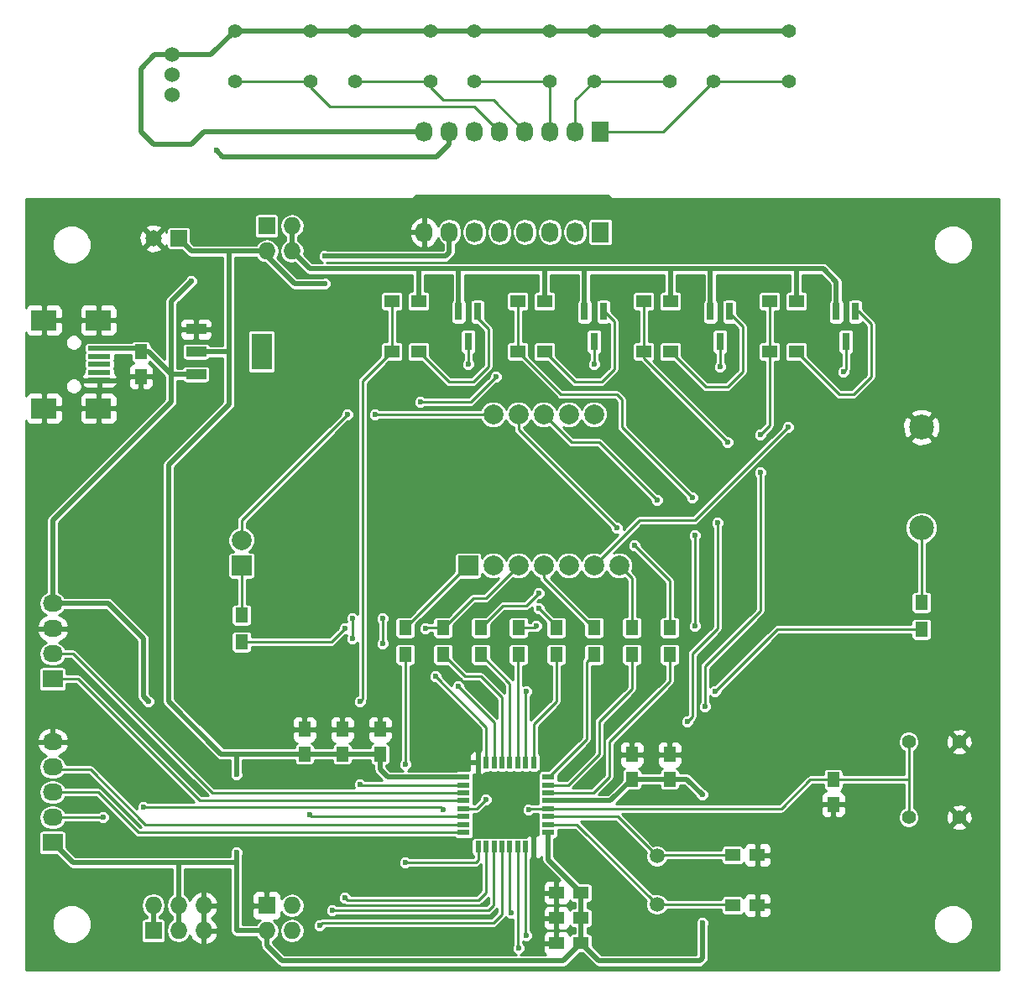
<source format=gtl>
%TF.GenerationSoftware,KiCad,Pcbnew,4.0.2+e4-6225~38~ubuntu14.04.1-stable*%
%TF.CreationDate,2016-06-25T18:59:24+02:00*%
%TF.ProjectId,hclock,68636C6F636B2E6B696361645F706362,0.1*%
%TF.FileFunction,Copper,L1,Top,Signal*%
%FSLAX46Y46*%
G04 Gerber Fmt 4.6, Leading zero omitted, Abs format (unit mm)*
G04 Created by KiCad (PCBNEW 4.0.2+e4-6225~38~ubuntu14.04.1-stable) date sam. 25 juin 2016 18:59:24 CEST*
%MOMM*%
G01*
G04 APERTURE LIST*
%ADD10C,0.100000*%
%ADD11R,1.651000X1.651000*%
%ADD12C,1.651000*%
%ADD13R,1.250000X1.500000*%
%ADD14R,1.500000X1.250000*%
%ADD15R,2.000000X2.000000*%
%ADD16C,2.000000*%
%ADD17R,2.301240X0.500380*%
%ADD18R,2.499360X1.998980*%
%ADD19R,1.727200X1.727200*%
%ADD20O,1.727200X1.727200*%
%ADD21R,2.032000X1.727200*%
%ADD22O,2.032000X1.727200*%
%ADD23R,0.800100X1.800860*%
%ADD24R,1.300000X1.500000*%
%ADD25R,1.500000X1.300000*%
%ADD26C,1.397000*%
%ADD27C,1.524000*%
%ADD28R,1.200000X0.600000*%
%ADD29R,0.600000X1.200000*%
%ADD30C,2.499360*%
%ADD31C,1.501140*%
%ADD32R,1.727200X2.032000*%
%ADD33O,1.727200X2.032000*%
%ADD34R,2.032000X3.657600*%
%ADD35R,2.032000X1.016000*%
%ADD36C,0.600000*%
%ADD37C,0.250000*%
%ADD38C,0.500000*%
%ADD39C,0.254000*%
G04 APERTURE END LIST*
D10*
D11*
X107950000Y-60960000D03*
D12*
X105410000Y-60960000D03*
D13*
X173990000Y-115590000D03*
X173990000Y-118090000D03*
D14*
X163850000Y-128270000D03*
X166350000Y-128270000D03*
X163850000Y-123190000D03*
X166350000Y-123190000D03*
D13*
X120650000Y-113010000D03*
X120650000Y-110510000D03*
X124460000Y-113010000D03*
X124460000Y-110510000D03*
X128270000Y-113010000D03*
X128270000Y-110510000D03*
D14*
X148570000Y-127000000D03*
X146070000Y-127000000D03*
X148570000Y-129540000D03*
X146070000Y-129540000D03*
X148570000Y-132080000D03*
X146070000Y-132080000D03*
D13*
X157480000Y-115550000D03*
X157480000Y-113050000D03*
X153670000Y-115550000D03*
X153670000Y-113050000D03*
D15*
X114300000Y-93980000D03*
D16*
X114300000Y-91440000D03*
D17*
X99969320Y-72059800D03*
X99969320Y-72859900D03*
X99969320Y-73660000D03*
X99969320Y-74460100D03*
X99969320Y-75260200D03*
D18*
X99870260Y-69209920D03*
X94371160Y-69209920D03*
X99870260Y-78110080D03*
X94371160Y-78110080D03*
D19*
X105410000Y-130810000D03*
D20*
X105410000Y-128270000D03*
X107950000Y-130810000D03*
X107950000Y-128270000D03*
X110490000Y-130810000D03*
X110490000Y-128270000D03*
D19*
X116840000Y-128270000D03*
D20*
X119380000Y-128270000D03*
X116840000Y-130810000D03*
X119380000Y-130810000D03*
D21*
X95250000Y-121920000D03*
D22*
X95250000Y-119380000D03*
X95250000Y-116840000D03*
X95250000Y-114300000D03*
X95250000Y-111760000D03*
D19*
X116840000Y-59690000D03*
D20*
X119380000Y-59690000D03*
X116840000Y-62230000D03*
X119380000Y-62230000D03*
D21*
X95250000Y-105410000D03*
D22*
X95250000Y-102870000D03*
X95250000Y-100330000D03*
X95250000Y-97790000D03*
D23*
X138110000Y-68348860D03*
X136210000Y-68348860D03*
X137160000Y-71351140D03*
X150810000Y-68348860D03*
X148910000Y-68348860D03*
X149860000Y-71351140D03*
X163510000Y-68348860D03*
X161610000Y-68348860D03*
X162560000Y-71351140D03*
X176210000Y-68348860D03*
X174310000Y-68348860D03*
X175260000Y-71351140D03*
D24*
X114300000Y-98980000D03*
X114300000Y-101680000D03*
X157480000Y-100250000D03*
X157480000Y-102950000D03*
X153670000Y-100250000D03*
X153670000Y-102950000D03*
X149860000Y-100250000D03*
X149860000Y-102950000D03*
X146050000Y-100250000D03*
X146050000Y-102950000D03*
X130810000Y-100250000D03*
X130810000Y-102950000D03*
X142240000Y-100250000D03*
X142240000Y-102950000D03*
X138430000Y-100250000D03*
X138430000Y-102950000D03*
X134620000Y-100250000D03*
X134620000Y-102950000D03*
D25*
X132160000Y-67310000D03*
X129460000Y-67310000D03*
X144860000Y-67310000D03*
X142160000Y-67310000D03*
X157560000Y-67310000D03*
X154860000Y-67310000D03*
X170260000Y-67310000D03*
X167560000Y-67310000D03*
X170260000Y-72390000D03*
X167560000Y-72390000D03*
X157560000Y-72390000D03*
X154860000Y-72390000D03*
X144860000Y-72390000D03*
X142160000Y-72390000D03*
X132160000Y-72390000D03*
X129460000Y-72390000D03*
D24*
X182880000Y-100410000D03*
X182880000Y-97710000D03*
D26*
X161925000Y-45085000D03*
X161925000Y-40005000D03*
X169545000Y-45085000D03*
X169545000Y-40005000D03*
X149860000Y-45085000D03*
X149860000Y-40005000D03*
X157480000Y-45085000D03*
X157480000Y-40005000D03*
X137795000Y-45085000D03*
X137795000Y-40005000D03*
X145415000Y-45085000D03*
X145415000Y-40005000D03*
X125730000Y-45085000D03*
X125730000Y-40005000D03*
X133350000Y-45085000D03*
X133350000Y-40005000D03*
X113665000Y-45085000D03*
X113665000Y-40005000D03*
X121285000Y-45085000D03*
X121285000Y-40005000D03*
D27*
X107315000Y-46456600D03*
X107315000Y-44450000D03*
X107315000Y-42443400D03*
D26*
X186690000Y-119380000D03*
X181610000Y-119380000D03*
X186690000Y-111760000D03*
X181610000Y-111760000D03*
D28*
X145220000Y-120910000D03*
X145220000Y-120110000D03*
X145220000Y-119310000D03*
X145220000Y-118510000D03*
X145220000Y-117710000D03*
X145220000Y-116910000D03*
X145220000Y-116110000D03*
X145220000Y-115310000D03*
D29*
X143770000Y-113860000D03*
X142970000Y-113860000D03*
X142170000Y-113860000D03*
X141370000Y-113860000D03*
X140570000Y-113860000D03*
X139770000Y-113860000D03*
X138970000Y-113860000D03*
X138170000Y-113860000D03*
D28*
X136720000Y-115310000D03*
X136720000Y-116110000D03*
X136720000Y-116910000D03*
X136720000Y-117710000D03*
X136720000Y-118510000D03*
X136720000Y-119310000D03*
X136720000Y-120110000D03*
X136720000Y-120910000D03*
D29*
X138170000Y-122360000D03*
X138970000Y-122360000D03*
X139770000Y-122360000D03*
X140570000Y-122360000D03*
X141370000Y-122360000D03*
X142170000Y-122360000D03*
X142970000Y-122360000D03*
X143770000Y-122360000D03*
D30*
X182880000Y-90170000D03*
X182880000Y-80010000D03*
D31*
X156210000Y-128170940D03*
X156210000Y-123289060D03*
D15*
X137160000Y-93980000D03*
D16*
X139700000Y-93980000D03*
X142240000Y-93980000D03*
X144780000Y-93980000D03*
X147320000Y-93980000D03*
X149860000Y-93980000D03*
X152400000Y-93980000D03*
X149860000Y-78740000D03*
X147320000Y-78740000D03*
X144780000Y-78740000D03*
X142240000Y-78740000D03*
X139700000Y-78740000D03*
D32*
X150495000Y-60325000D03*
D33*
X147955000Y-60325000D03*
X145415000Y-60325000D03*
X142875000Y-60325000D03*
X140335000Y-60325000D03*
X137795000Y-60325000D03*
X135255000Y-60325000D03*
X132715000Y-60325000D03*
D32*
X150495000Y-50165000D03*
D33*
X147955000Y-50165000D03*
X145415000Y-50165000D03*
X142875000Y-50165000D03*
X140335000Y-50165000D03*
X137795000Y-50165000D03*
X135255000Y-50165000D03*
X132715000Y-50165000D03*
D13*
X104140000Y-72410000D03*
X104140000Y-74910000D03*
D34*
X116332000Y-72390000D03*
D35*
X109728000Y-72390000D03*
X109728000Y-74676000D03*
X109728000Y-70104000D03*
D36*
X144272000Y-98298000D03*
X124714000Y-100330000D03*
X132842000Y-100330000D03*
X144272000Y-96774000D03*
X169418000Y-80010000D03*
X175006000Y-74422000D03*
X149860000Y-73660000D03*
X162560000Y-73914000D03*
X124968000Y-78740000D03*
X127762000Y-78740000D03*
X137160000Y-73660000D03*
X152146000Y-90170000D03*
X153924000Y-91948000D03*
X156210000Y-87376000D03*
X160020000Y-90932000D03*
X160020000Y-100076000D03*
X144018000Y-100076000D03*
X122682000Y-62738000D03*
X122682000Y-65532000D03*
X160782000Y-130048000D03*
X160782000Y-117094000D03*
X113792000Y-122936000D03*
X113792000Y-115062000D03*
X100330000Y-119380000D03*
X104394000Y-118364000D03*
X134620000Y-118618000D03*
X143256000Y-118618000D03*
X109220000Y-65278000D03*
X104902000Y-107696000D03*
X143002000Y-131318000D03*
X126238000Y-107696000D03*
X126238000Y-116078000D03*
X159766000Y-87122000D03*
X162306000Y-89662000D03*
X159258000Y-109728000D03*
X141478000Y-129032000D03*
X142240000Y-132588000D03*
X163322000Y-81534000D03*
X166624000Y-80772000D03*
X166624000Y-84582000D03*
X161036000Y-108204000D03*
X138938000Y-117602000D03*
X121158000Y-119126000D03*
X162052000Y-106680000D03*
X143002000Y-106680000D03*
X136144000Y-106172000D03*
X128524000Y-101854000D03*
X128524000Y-99314000D03*
X132334000Y-77470000D03*
X139954000Y-74930000D03*
X133858000Y-105156000D03*
X124714000Y-127508000D03*
X125476000Y-101346000D03*
X125476000Y-99314000D03*
X123444000Y-128778000D03*
X122174000Y-130302000D03*
X130810000Y-114046000D03*
X130810000Y-123952000D03*
X111760000Y-52070000D03*
D37*
X137160000Y-93980000D02*
X137080000Y-93980000D01*
X137080000Y-93980000D02*
X130810000Y-100250000D01*
X146050000Y-100250000D02*
X146050000Y-100076000D01*
X146050000Y-100076000D02*
X144272000Y-98298000D01*
X134620000Y-100250000D02*
X132922000Y-100250000D01*
X123364000Y-101680000D02*
X114300000Y-101680000D01*
X124714000Y-100330000D02*
X123364000Y-101680000D01*
X132922000Y-100250000D02*
X132842000Y-100330000D01*
X134620000Y-100250000D02*
X134700000Y-100250000D01*
X134700000Y-100250000D02*
X137668000Y-97282000D01*
X137668000Y-97282000D02*
X138938000Y-97282000D01*
X138938000Y-97282000D02*
X142240000Y-93980000D01*
X149860000Y-100250000D02*
X149780000Y-100250000D01*
X149780000Y-100250000D02*
X144780000Y-95250000D01*
X144780000Y-95250000D02*
X144780000Y-93980000D01*
X144272000Y-96774000D02*
X143002000Y-98044000D01*
X143002000Y-98044000D02*
X140636000Y-98044000D01*
X140636000Y-98044000D02*
X138430000Y-100250000D01*
X175260000Y-71351140D02*
X175260000Y-74168000D01*
X154432000Y-89408000D02*
X149860000Y-93980000D01*
X160020000Y-89408000D02*
X154432000Y-89408000D01*
X169418000Y-80010000D02*
X160020000Y-89408000D01*
X175260000Y-74168000D02*
X175006000Y-74422000D01*
X175260000Y-71351140D02*
X175260000Y-71374000D01*
X149860000Y-71351140D02*
X149860000Y-73660000D01*
X162560000Y-71351140D02*
X162560000Y-73914000D01*
X139700000Y-78740000D02*
X127762000Y-78740000D01*
X114300000Y-89408000D02*
X114300000Y-91440000D01*
X124968000Y-78740000D02*
X114300000Y-89408000D01*
X137160000Y-71351140D02*
X137160000Y-73660000D01*
X157480000Y-100250000D02*
X157480000Y-95504000D01*
X142240000Y-80264000D02*
X142240000Y-78740000D01*
X152146000Y-90170000D02*
X142240000Y-80264000D01*
X157480000Y-95504000D02*
X153924000Y-91948000D01*
X153670000Y-100250000D02*
X153670000Y-95250000D01*
X153670000Y-95250000D02*
X152400000Y-93980000D01*
X142240000Y-100250000D02*
X143844000Y-100250000D01*
X147574000Y-81534000D02*
X144780000Y-78740000D01*
X150368000Y-81534000D02*
X147574000Y-81534000D01*
X156210000Y-87376000D02*
X150368000Y-81534000D01*
X160020000Y-100076000D02*
X160020000Y-90932000D01*
X143844000Y-100250000D02*
X144018000Y-100076000D01*
D38*
X116840000Y-62230000D02*
X116840000Y-62738000D01*
X116840000Y-62738000D02*
X119634000Y-65532000D01*
X135255000Y-62357000D02*
X135255000Y-60325000D01*
X134874000Y-62738000D02*
X135255000Y-62357000D01*
X122682000Y-62738000D02*
X134874000Y-62738000D01*
X119634000Y-65532000D02*
X122682000Y-65532000D01*
X157480000Y-115550000D02*
X159238000Y-115550000D01*
X150348000Y-133858000D02*
X148570000Y-132080000D01*
X160528000Y-133858000D02*
X150348000Y-133858000D01*
X160782000Y-133604000D02*
X160528000Y-133858000D01*
X160782000Y-130048000D02*
X160782000Y-133604000D01*
X159238000Y-115550000D02*
X160782000Y-117094000D01*
X116840000Y-130810000D02*
X116840000Y-132334000D01*
X116840000Y-132334000D02*
X118364000Y-133858000D01*
X118364000Y-133858000D02*
X146792000Y-133858000D01*
X146792000Y-133858000D02*
X148570000Y-132080000D01*
X107950000Y-128270000D02*
X107950000Y-123952000D01*
X113792000Y-123952000D02*
X107950000Y-123952000D01*
X107950000Y-123952000D02*
X97282000Y-123952000D01*
X97282000Y-123952000D02*
X95250000Y-121920000D01*
X107950000Y-130810000D02*
X107950000Y-128270000D01*
X113792000Y-113010000D02*
X113792000Y-115062000D01*
X113792000Y-130810000D02*
X116840000Y-130810000D01*
X113792000Y-122936000D02*
X113792000Y-123952000D01*
X113792000Y-123952000D02*
X113792000Y-130810000D01*
X113030000Y-72390000D02*
X113030000Y-77724000D01*
X112248000Y-113010000D02*
X113792000Y-113010000D01*
X113792000Y-113010000D02*
X120650000Y-113010000D01*
X106934000Y-107696000D02*
X112248000Y-113010000D01*
X106934000Y-83820000D02*
X106934000Y-107696000D01*
X113030000Y-77724000D02*
X106934000Y-83820000D01*
X124460000Y-113010000D02*
X120650000Y-113010000D01*
X128270000Y-113010000D02*
X124460000Y-113010000D01*
X136720000Y-115310000D02*
X129026000Y-115310000D01*
X128270000Y-114554000D02*
X128270000Y-113010000D01*
X129026000Y-115310000D02*
X128270000Y-114554000D01*
X113030000Y-62230000D02*
X109220000Y-62230000D01*
X109220000Y-62230000D02*
X107950000Y-60960000D01*
X109728000Y-72390000D02*
X113030000Y-72390000D01*
X113030000Y-62230000D02*
X116840000Y-62230000D01*
X113030000Y-72390000D02*
X113030000Y-62230000D01*
X145220000Y-117710000D02*
X151510000Y-117710000D01*
X151510000Y-117710000D02*
X153670000Y-115550000D01*
X153670000Y-115550000D02*
X157480000Y-115550000D01*
X148570000Y-129540000D02*
X148570000Y-132080000D01*
X148570000Y-127000000D02*
X148570000Y-129540000D01*
X145220000Y-120910000D02*
X145220000Y-123650000D01*
X145220000Y-123650000D02*
X148570000Y-127000000D01*
D37*
X173990000Y-115590000D02*
X181610000Y-115590000D01*
X181610000Y-115590000D02*
X181610000Y-115570000D01*
X181610000Y-119380000D02*
X181356000Y-119380000D01*
X181610000Y-111760000D02*
X181610000Y-115570000D01*
X181610000Y-115570000D02*
X181610000Y-119380000D01*
X145220000Y-118510000D02*
X168764000Y-118510000D01*
X171684000Y-115590000D02*
X173990000Y-115590000D01*
X168764000Y-118510000D02*
X171684000Y-115590000D01*
X145220000Y-118510000D02*
X143364000Y-118510000D01*
X100330000Y-119380000D02*
X95250000Y-119380000D01*
X134366000Y-118364000D02*
X104394000Y-118364000D01*
X134620000Y-118618000D02*
X134366000Y-118364000D01*
X143364000Y-118510000D02*
X143256000Y-118618000D01*
X156210000Y-128170940D02*
X163750940Y-128170940D01*
X163750940Y-128170940D02*
X163850000Y-128270000D01*
X145220000Y-120110000D02*
X148149060Y-120110000D01*
X148149060Y-120110000D02*
X156210000Y-128170940D01*
X145220000Y-119310000D02*
X152230940Y-119310000D01*
X152230940Y-119310000D02*
X156110940Y-123190000D01*
X156110940Y-123190000D02*
X163850000Y-123190000D01*
D38*
X107188000Y-74676000D02*
X107188000Y-67310000D01*
X107188000Y-67310000D02*
X109220000Y-65278000D01*
X107188000Y-74676000D02*
X107188000Y-77470000D01*
X95250000Y-89408000D02*
X95250000Y-97790000D01*
X106426000Y-78232000D02*
X95250000Y-89408000D01*
X107188000Y-77470000D02*
X106426000Y-78232000D01*
X104140000Y-72410000D02*
X104922000Y-72410000D01*
X107188000Y-74676000D02*
X109728000Y-74676000D01*
X104922000Y-72410000D02*
X107188000Y-74676000D01*
X104902000Y-107696000D02*
X104394000Y-107188000D01*
X104394000Y-107188000D02*
X104394000Y-101346000D01*
X104394000Y-101346000D02*
X100838000Y-97790000D01*
X100838000Y-97790000D02*
X95250000Y-97790000D01*
X105410000Y-130810000D02*
X105410000Y-128270000D01*
X99969320Y-72059800D02*
X103789800Y-72059800D01*
X103789800Y-72059800D02*
X104140000Y-72410000D01*
D37*
X142970000Y-122360000D02*
X142970000Y-131286000D01*
X142970000Y-131286000D02*
X143002000Y-131318000D01*
X136720000Y-116110000D02*
X126270000Y-116110000D01*
X126492000Y-75358000D02*
X129460000Y-72390000D01*
X126492000Y-107442000D02*
X126492000Y-75358000D01*
X126238000Y-107696000D02*
X126492000Y-107442000D01*
X126270000Y-116110000D02*
X126238000Y-116078000D01*
X129460000Y-72390000D02*
X129460000Y-67310000D01*
X141370000Y-122360000D02*
X141370000Y-128924000D01*
X146478000Y-76708000D02*
X142160000Y-72390000D01*
X152146000Y-76708000D02*
X146478000Y-76708000D01*
X152654000Y-77216000D02*
X152146000Y-76708000D01*
X152654000Y-80010000D02*
X152654000Y-77216000D01*
X159766000Y-87122000D02*
X152654000Y-80010000D01*
X162306000Y-100330000D02*
X162306000Y-89662000D01*
X159766000Y-102870000D02*
X162306000Y-100330000D01*
X159766000Y-109220000D02*
X159766000Y-102870000D01*
X159258000Y-109728000D02*
X159766000Y-109220000D01*
X141370000Y-128924000D02*
X141478000Y-129032000D01*
X142160000Y-72390000D02*
X142160000Y-67310000D01*
X154860000Y-72390000D02*
X154860000Y-73072000D01*
X142170000Y-132518000D02*
X142170000Y-122360000D01*
X142240000Y-132588000D02*
X142170000Y-132518000D01*
X154860000Y-73072000D02*
X163322000Y-81534000D01*
X154860000Y-72390000D02*
X154860000Y-67310000D01*
X136720000Y-118510000D02*
X138030000Y-118510000D01*
X167560000Y-79836000D02*
X167560000Y-72390000D01*
X166624000Y-80772000D02*
X167560000Y-79836000D01*
X166624000Y-98552000D02*
X166624000Y-84582000D01*
X161036000Y-104140000D02*
X166624000Y-98552000D01*
X161036000Y-108204000D02*
X161036000Y-104140000D01*
X138030000Y-118510000D02*
X138938000Y-117602000D01*
X167560000Y-72390000D02*
X167560000Y-67310000D01*
X121342000Y-119310000D02*
X136720000Y-119310000D01*
X121158000Y-119126000D02*
X121342000Y-119310000D01*
X142970000Y-113860000D02*
X142970000Y-106712000D01*
X168322000Y-100410000D02*
X182880000Y-100410000D01*
X162052000Y-106680000D02*
X168322000Y-100410000D01*
X142970000Y-106712000D02*
X143002000Y-106680000D01*
X139770000Y-109798000D02*
X139770000Y-113860000D01*
X136144000Y-106172000D02*
X139770000Y-109798000D01*
X128524000Y-99314000D02*
X128524000Y-101854000D01*
X137414000Y-77470000D02*
X132334000Y-77470000D01*
X139954000Y-74930000D02*
X137414000Y-77470000D01*
X138970000Y-110268000D02*
X138970000Y-113860000D01*
X133858000Y-105156000D02*
X138970000Y-110268000D01*
X138970000Y-126968000D02*
X138970000Y-122360000D01*
X138176000Y-127762000D02*
X138970000Y-126968000D01*
X124968000Y-127762000D02*
X138176000Y-127762000D01*
X124714000Y-127508000D02*
X124968000Y-127762000D01*
X125476000Y-99314000D02*
X125476000Y-101346000D01*
X139700000Y-128270000D02*
X139700000Y-122430000D01*
X139192000Y-128778000D02*
X139700000Y-128270000D01*
X123444000Y-128778000D02*
X139192000Y-128778000D01*
X139700000Y-122430000D02*
X139770000Y-122360000D01*
X140570000Y-129178000D02*
X140570000Y-122360000D01*
X139700000Y-130048000D02*
X140570000Y-129178000D01*
X122428000Y-130048000D02*
X139700000Y-130048000D01*
X122174000Y-130302000D02*
X122428000Y-130048000D01*
X182880000Y-97710000D02*
X182880000Y-90170000D01*
X114300000Y-98980000D02*
X114300000Y-93980000D01*
X136720000Y-120910000D02*
X117608000Y-120910000D01*
X99822000Y-116840000D02*
X95250000Y-116840000D01*
X103886000Y-120904000D02*
X99822000Y-116840000D01*
X117602000Y-120904000D02*
X103886000Y-120904000D01*
X117608000Y-120910000D02*
X117602000Y-120904000D01*
X136720000Y-120110000D02*
X104616000Y-120110000D01*
X99060000Y-114554000D02*
X95504000Y-114554000D01*
X104616000Y-120110000D02*
X99060000Y-114554000D01*
X95504000Y-114554000D02*
X95250000Y-114300000D01*
D38*
X170260000Y-67310000D02*
X170260000Y-64008000D01*
X170260000Y-64008000D02*
X170180000Y-64008000D01*
X148910000Y-68348860D02*
X148910000Y-64008000D01*
X148910000Y-64008000D02*
X148844000Y-64008000D01*
X144860000Y-67310000D02*
X144860000Y-64088000D01*
X144860000Y-64088000D02*
X144780000Y-64008000D01*
X132160000Y-67310000D02*
X132160000Y-64008000D01*
X132160000Y-64008000D02*
X132080000Y-64008000D01*
X136210000Y-68348860D02*
X136210000Y-64008000D01*
X136210000Y-64008000D02*
X136398000Y-64008000D01*
X161610000Y-68348860D02*
X161610000Y-64008000D01*
X161610000Y-64008000D02*
X161544000Y-64008000D01*
X157560000Y-67310000D02*
X157560000Y-64008000D01*
X157560000Y-64008000D02*
X157480000Y-64008000D01*
X119380000Y-59690000D02*
X119380000Y-62230000D01*
X119380000Y-62230000D02*
X121158000Y-64008000D01*
X121158000Y-64008000D02*
X132080000Y-64008000D01*
X132080000Y-64008000D02*
X136398000Y-64008000D01*
X136398000Y-64008000D02*
X144780000Y-64008000D01*
X144780000Y-64008000D02*
X148844000Y-64008000D01*
X148844000Y-64008000D02*
X157480000Y-64008000D01*
X157480000Y-64008000D02*
X161544000Y-64008000D01*
X161544000Y-64008000D02*
X170180000Y-64008000D01*
X170180000Y-64008000D02*
X172974000Y-64008000D01*
X174310000Y-65344000D02*
X174310000Y-68348860D01*
X172974000Y-64008000D02*
X174310000Y-65344000D01*
D37*
X148910000Y-68348860D02*
X148901140Y-68348860D01*
X161610000Y-68348860D02*
X161601140Y-68348860D01*
X174310000Y-68348860D02*
X174301140Y-68348860D01*
X136720000Y-117710000D02*
X110090000Y-117710000D01*
X97790000Y-105410000D02*
X95250000Y-105410000D01*
X110090000Y-117710000D02*
X97790000Y-105410000D01*
X136720000Y-116910000D02*
X111322000Y-116910000D01*
X97282000Y-102870000D02*
X95250000Y-102870000D01*
X111322000Y-116910000D02*
X97282000Y-102870000D01*
X138110000Y-68348860D02*
X138110000Y-69022000D01*
X138110000Y-69022000D02*
X139192000Y-70104000D01*
X139192000Y-70104000D02*
X139192000Y-73914000D01*
X139192000Y-73914000D02*
X137668000Y-75438000D01*
X137668000Y-75438000D02*
X135208000Y-75438000D01*
X135208000Y-75438000D02*
X132160000Y-72390000D01*
X150810000Y-68348860D02*
X150898860Y-68348860D01*
X150898860Y-68348860D02*
X151892000Y-69342000D01*
X151892000Y-69342000D02*
X151892000Y-74168000D01*
X151892000Y-74168000D02*
X150622000Y-75438000D01*
X150622000Y-75438000D02*
X147908000Y-75438000D01*
X147908000Y-75438000D02*
X144860000Y-72390000D01*
X163510000Y-68348860D02*
X163510000Y-68514000D01*
X163510000Y-68514000D02*
X164846000Y-69850000D01*
X164846000Y-69850000D02*
X164846000Y-74422000D01*
X164846000Y-74422000D02*
X163322000Y-75946000D01*
X163322000Y-75946000D02*
X161116000Y-75946000D01*
X161116000Y-75946000D02*
X157560000Y-72390000D01*
X176210000Y-68348860D02*
X176552860Y-68348860D01*
X176552860Y-68348860D02*
X177800000Y-69596000D01*
X177800000Y-69596000D02*
X177800000Y-74930000D01*
X177800000Y-74930000D02*
X176022000Y-76708000D01*
X176022000Y-76708000D02*
X174578000Y-76708000D01*
X174578000Y-76708000D02*
X170260000Y-72390000D01*
X145220000Y-116910000D02*
X149790000Y-116910000D01*
X157480000Y-105664000D02*
X157480000Y-102950000D01*
X151384000Y-111760000D02*
X157480000Y-105664000D01*
X151384000Y-115316000D02*
X151384000Y-111760000D01*
X149790000Y-116910000D02*
X151384000Y-115316000D01*
X145220000Y-116110000D02*
X147288000Y-116110000D01*
X153670000Y-106426000D02*
X153670000Y-102950000D01*
X150368000Y-109728000D02*
X153670000Y-106426000D01*
X150368000Y-113030000D02*
X150368000Y-109728000D01*
X147288000Y-116110000D02*
X150368000Y-113030000D01*
X145220000Y-115310000D02*
X145294000Y-115310000D01*
X145294000Y-115310000D02*
X149098000Y-111506000D01*
X149098000Y-111506000D02*
X149098000Y-103712000D01*
X149098000Y-103712000D02*
X149860000Y-102950000D01*
X143770000Y-113860000D02*
X143770000Y-109976000D01*
X146050000Y-107696000D02*
X146050000Y-102950000D01*
X143770000Y-109976000D02*
X146050000Y-107696000D01*
X138170000Y-122360000D02*
X138170000Y-123704000D01*
X130810000Y-114046000D02*
X130810000Y-102950000D01*
X137922000Y-123952000D02*
X130810000Y-123952000D01*
X138170000Y-123704000D02*
X137922000Y-123952000D01*
X142170000Y-113860000D02*
X142170000Y-103020000D01*
X142170000Y-103020000D02*
X142240000Y-102950000D01*
X141370000Y-113860000D02*
X141370000Y-105890000D01*
X141370000Y-105890000D02*
X138430000Y-102950000D01*
X140570000Y-113860000D02*
X140570000Y-107296000D01*
X136826000Y-105156000D02*
X134620000Y-102950000D01*
X138430000Y-105156000D02*
X136826000Y-105156000D01*
X140570000Y-107296000D02*
X138430000Y-105156000D01*
X150495000Y-50165000D02*
X156845000Y-50165000D01*
X156845000Y-50165000D02*
X161925000Y-45085000D01*
X161925000Y-45085000D02*
X169545000Y-45085000D01*
X147955000Y-50165000D02*
X147955000Y-46990000D01*
X147955000Y-46990000D02*
X149860000Y-45085000D01*
X149860000Y-45085000D02*
X157480000Y-45085000D01*
X145415000Y-50165000D02*
X145415000Y-45085000D01*
X145415000Y-45085000D02*
X137795000Y-45085000D01*
X133350000Y-45085000D02*
X125730000Y-45085000D01*
X142875000Y-50165000D02*
X139700000Y-46990000D01*
X134620000Y-46990000D02*
X133350000Y-45720000D01*
X139700000Y-46990000D02*
X134620000Y-46990000D01*
X133350000Y-45720000D02*
X133350000Y-45085000D01*
X121285000Y-45720000D02*
X123190000Y-47625000D01*
X137795000Y-47625000D02*
X123190000Y-47625000D01*
X137795000Y-47625000D02*
X140335000Y-50165000D01*
X121285000Y-45720000D02*
X121285000Y-45085000D01*
X121285000Y-45085000D02*
X113665000Y-45085000D01*
D38*
X135255000Y-50165000D02*
X135255000Y-51435000D01*
X112395000Y-52705000D02*
X111760000Y-52070000D01*
X133985000Y-52705000D02*
X112395000Y-52705000D01*
X135255000Y-51435000D02*
X133985000Y-52705000D01*
X132715000Y-50165000D02*
X110490000Y-50165000D01*
X105511600Y-42443400D02*
X107315000Y-42443400D01*
X104140000Y-43815000D02*
X105511600Y-42443400D01*
X104140000Y-50165000D02*
X104140000Y-43815000D01*
X105410000Y-51435000D02*
X104140000Y-50165000D01*
X109220000Y-51435000D02*
X105410000Y-51435000D01*
X110490000Y-50165000D02*
X109220000Y-51435000D01*
X113665000Y-40005000D02*
X121285000Y-40005000D01*
X107315000Y-42443400D02*
X111226600Y-42443400D01*
X111226600Y-42443400D02*
X113665000Y-40005000D01*
X113665000Y-40005000D02*
X125730000Y-40005000D01*
X125730000Y-40005000D02*
X133350000Y-40005000D01*
X133350000Y-40005000D02*
X137795000Y-40005000D01*
X137795000Y-40005000D02*
X145415000Y-40005000D01*
X145415000Y-40005000D02*
X149860000Y-40005000D01*
X149860000Y-40005000D02*
X157480000Y-40005000D01*
X157480000Y-40005000D02*
X161925000Y-40005000D01*
X161925000Y-40005000D02*
X169545000Y-40005000D01*
D39*
G36*
X151343711Y-56689504D02*
X151442559Y-56837441D01*
X151590496Y-56936289D01*
X151765000Y-56971000D01*
X190679000Y-56971000D01*
X190679000Y-134799000D01*
X92531000Y-134799000D01*
X92531000Y-130567316D01*
X95173657Y-130567316D01*
X95474611Y-131295680D01*
X96031389Y-131853431D01*
X96759226Y-132155655D01*
X97547316Y-132156343D01*
X98275680Y-131855389D01*
X98833431Y-131298611D01*
X99135655Y-130570774D01*
X99136200Y-129946400D01*
X104157936Y-129946400D01*
X104157936Y-131673600D01*
X104184503Y-131814790D01*
X104267946Y-131944465D01*
X104395266Y-132031459D01*
X104546400Y-132062064D01*
X106273600Y-132062064D01*
X106414790Y-132035497D01*
X106544465Y-131952054D01*
X106631459Y-131824734D01*
X106662064Y-131673600D01*
X106662064Y-129946400D01*
X106635497Y-129805210D01*
X106552054Y-129675535D01*
X106424734Y-129588541D01*
X106273600Y-129557936D01*
X106041000Y-129557936D01*
X106041000Y-129340868D01*
X106290065Y-129174448D01*
X106559860Y-128770671D01*
X106654600Y-128294383D01*
X106654600Y-128245617D01*
X106559860Y-127769329D01*
X106290065Y-127365552D01*
X105886288Y-127095757D01*
X105410000Y-127001017D01*
X104933712Y-127095757D01*
X104529935Y-127365552D01*
X104260140Y-127769329D01*
X104165400Y-128245617D01*
X104165400Y-128294383D01*
X104260140Y-128770671D01*
X104529935Y-129174448D01*
X104779000Y-129340868D01*
X104779000Y-129557936D01*
X104546400Y-129557936D01*
X104405210Y-129584503D01*
X104275535Y-129667946D01*
X104188541Y-129795266D01*
X104157936Y-129946400D01*
X99136200Y-129946400D01*
X99136343Y-129782684D01*
X98835389Y-129054320D01*
X98278611Y-128496569D01*
X97550774Y-128194345D01*
X96762684Y-128193657D01*
X96034320Y-128494611D01*
X95476569Y-129051389D01*
X95174345Y-129779226D01*
X95173657Y-130567316D01*
X92531000Y-130567316D01*
X92531000Y-121056400D01*
X93845536Y-121056400D01*
X93845536Y-122783600D01*
X93872103Y-122924790D01*
X93955546Y-123054465D01*
X94082866Y-123141459D01*
X94234000Y-123172064D01*
X95609696Y-123172064D01*
X96835816Y-124398184D01*
X97040527Y-124534968D01*
X97282000Y-124583000D01*
X107319000Y-124583000D01*
X107319000Y-127199132D01*
X107069935Y-127365552D01*
X106800140Y-127769329D01*
X106705400Y-128245617D01*
X106705400Y-128294383D01*
X106800140Y-128770671D01*
X107069935Y-129174448D01*
X107319000Y-129340868D01*
X107319000Y-129739132D01*
X107069935Y-129905552D01*
X106800140Y-130309329D01*
X106705400Y-130785617D01*
X106705400Y-130834383D01*
X106800140Y-131310671D01*
X107069935Y-131714448D01*
X107473712Y-131984243D01*
X107950000Y-132078983D01*
X108426288Y-131984243D01*
X108830065Y-131714448D01*
X109099860Y-131310671D01*
X109100324Y-131308338D01*
X109283179Y-131698490D01*
X109715053Y-132092688D01*
X110130974Y-132264958D01*
X110363000Y-132143817D01*
X110363000Y-130937000D01*
X110617000Y-130937000D01*
X110617000Y-132143817D01*
X110849026Y-132264958D01*
X111264947Y-132092688D01*
X111696821Y-131698490D01*
X111944968Y-131169027D01*
X111824469Y-130937000D01*
X110617000Y-130937000D01*
X110363000Y-130937000D01*
X110343000Y-130937000D01*
X110343000Y-130683000D01*
X110363000Y-130683000D01*
X110363000Y-128397000D01*
X110617000Y-128397000D01*
X110617000Y-130683000D01*
X111824469Y-130683000D01*
X111944968Y-130450973D01*
X111696821Y-129921510D01*
X111278848Y-129540000D01*
X111696821Y-129158490D01*
X111944968Y-128629027D01*
X111824469Y-128397000D01*
X110617000Y-128397000D01*
X110363000Y-128397000D01*
X110343000Y-128397000D01*
X110343000Y-128143000D01*
X110363000Y-128143000D01*
X110363000Y-126936183D01*
X110617000Y-126936183D01*
X110617000Y-128143000D01*
X111824469Y-128143000D01*
X111944968Y-127910973D01*
X111696821Y-127381510D01*
X111264947Y-126987312D01*
X110849026Y-126815042D01*
X110617000Y-126936183D01*
X110363000Y-126936183D01*
X110130974Y-126815042D01*
X109715053Y-126987312D01*
X109283179Y-127381510D01*
X109100324Y-127771662D01*
X109099860Y-127769329D01*
X108830065Y-127365552D01*
X108581000Y-127199132D01*
X108581000Y-124583000D01*
X113161000Y-124583000D01*
X113161000Y-130810000D01*
X113209032Y-131051473D01*
X113345816Y-131256184D01*
X113550527Y-131392968D01*
X113792000Y-131441000D01*
X115769132Y-131441000D01*
X115935552Y-131690065D01*
X116209000Y-131872777D01*
X116209000Y-132334000D01*
X116245600Y-132518000D01*
X116257032Y-132575473D01*
X116393816Y-132780184D01*
X117917815Y-134304184D01*
X118054599Y-134395580D01*
X118122527Y-134440968D01*
X118364000Y-134489000D01*
X146792000Y-134489000D01*
X147033473Y-134440968D01*
X147238184Y-134304184D01*
X148448905Y-133093464D01*
X148691096Y-133093464D01*
X149901816Y-134304185D01*
X150106527Y-134440968D01*
X150348000Y-134489000D01*
X160528000Y-134489000D01*
X160769473Y-134440968D01*
X160974184Y-134304184D01*
X161228184Y-134050185D01*
X161364968Y-133845474D01*
X161372937Y-133805411D01*
X161413000Y-133604000D01*
X161413000Y-130567316D01*
X184073657Y-130567316D01*
X184374611Y-131295680D01*
X184931389Y-131853431D01*
X185659226Y-132155655D01*
X186447316Y-132156343D01*
X187175680Y-131855389D01*
X187733431Y-131298611D01*
X188035655Y-130570774D01*
X188036343Y-129782684D01*
X187735389Y-129054320D01*
X187178611Y-128496569D01*
X186450774Y-128194345D01*
X185662684Y-128193657D01*
X184934320Y-128494611D01*
X184376569Y-129051389D01*
X184074345Y-129779226D01*
X184073657Y-130567316D01*
X161413000Y-130567316D01*
X161413000Y-130304182D01*
X161462882Y-130184054D01*
X161463118Y-129913135D01*
X161359661Y-129662748D01*
X161168259Y-129471013D01*
X160918054Y-129367118D01*
X160647135Y-129366882D01*
X160396748Y-129470339D01*
X160205013Y-129661741D01*
X160101118Y-129911946D01*
X160100882Y-130182865D01*
X160151000Y-130304161D01*
X160151000Y-133227000D01*
X150609369Y-133227000D01*
X149708464Y-132326096D01*
X149708464Y-131455000D01*
X149681897Y-131313810D01*
X149598454Y-131184135D01*
X149471134Y-131097141D01*
X149320000Y-131066536D01*
X149201000Y-131066536D01*
X149201000Y-130553464D01*
X149320000Y-130553464D01*
X149461190Y-130526897D01*
X149590865Y-130443454D01*
X149677859Y-130316134D01*
X149708464Y-130165000D01*
X149708464Y-128915000D01*
X149681897Y-128773810D01*
X149598454Y-128644135D01*
X149471134Y-128557141D01*
X149320000Y-128526536D01*
X149201000Y-128526536D01*
X149201000Y-128013464D01*
X149320000Y-128013464D01*
X149461190Y-127986897D01*
X149590865Y-127903454D01*
X149677859Y-127776134D01*
X149708464Y-127625000D01*
X149708464Y-126375000D01*
X149681897Y-126233810D01*
X149598454Y-126104135D01*
X149471134Y-126017141D01*
X149320000Y-125986536D01*
X148448905Y-125986536D01*
X145851000Y-123388632D01*
X145851000Y-121592631D01*
X145961190Y-121571897D01*
X146090865Y-121488454D01*
X146177859Y-121361134D01*
X146208464Y-121210000D01*
X146208464Y-120616000D01*
X147939468Y-120616000D01*
X155134289Y-127810821D01*
X155078627Y-127944869D01*
X155078234Y-128395036D01*
X155250142Y-128811086D01*
X155568180Y-129129679D01*
X155983929Y-129302313D01*
X156434096Y-129302706D01*
X156850146Y-129130798D01*
X157168739Y-128812760D01*
X157225136Y-128676940D01*
X162711536Y-128676940D01*
X162711536Y-128895000D01*
X162738103Y-129036190D01*
X162821546Y-129165865D01*
X162948866Y-129252859D01*
X163100000Y-129283464D01*
X164600000Y-129283464D01*
X164741190Y-129256897D01*
X164870865Y-129173454D01*
X164957859Y-129046134D01*
X164965000Y-129010870D01*
X164965000Y-129021310D01*
X165061673Y-129254699D01*
X165240302Y-129433327D01*
X165473691Y-129530000D01*
X166064250Y-129530000D01*
X166223000Y-129371250D01*
X166223000Y-128397000D01*
X166477000Y-128397000D01*
X166477000Y-129371250D01*
X166635750Y-129530000D01*
X167226309Y-129530000D01*
X167459698Y-129433327D01*
X167638327Y-129254699D01*
X167735000Y-129021310D01*
X167735000Y-128555750D01*
X167576250Y-128397000D01*
X166477000Y-128397000D01*
X166223000Y-128397000D01*
X166203000Y-128397000D01*
X166203000Y-128143000D01*
X166223000Y-128143000D01*
X166223000Y-127168750D01*
X166477000Y-127168750D01*
X166477000Y-128143000D01*
X167576250Y-128143000D01*
X167735000Y-127984250D01*
X167735000Y-127518690D01*
X167638327Y-127285301D01*
X167459698Y-127106673D01*
X167226309Y-127010000D01*
X166635750Y-127010000D01*
X166477000Y-127168750D01*
X166223000Y-127168750D01*
X166064250Y-127010000D01*
X165473691Y-127010000D01*
X165240302Y-127106673D01*
X165061673Y-127285301D01*
X164965000Y-127518690D01*
X164965000Y-127520301D01*
X164961897Y-127503810D01*
X164878454Y-127374135D01*
X164751134Y-127287141D01*
X164600000Y-127256536D01*
X163100000Y-127256536D01*
X162958810Y-127283103D01*
X162829135Y-127366546D01*
X162742141Y-127493866D01*
X162711536Y-127645000D01*
X162711536Y-127664940D01*
X157225286Y-127664940D01*
X157169858Y-127530794D01*
X156851820Y-127212201D01*
X156436071Y-127039567D01*
X155985904Y-127039174D01*
X155849986Y-127095334D01*
X148570652Y-119816000D01*
X152021348Y-119816000D01*
X155134289Y-122928941D01*
X155078627Y-123062989D01*
X155078234Y-123513156D01*
X155250142Y-123929206D01*
X155568180Y-124247799D01*
X155983929Y-124420433D01*
X156434096Y-124420826D01*
X156850146Y-124248918D01*
X157168739Y-123930880D01*
X157266270Y-123696000D01*
X162711536Y-123696000D01*
X162711536Y-123815000D01*
X162738103Y-123956190D01*
X162821546Y-124085865D01*
X162948866Y-124172859D01*
X163100000Y-124203464D01*
X164600000Y-124203464D01*
X164741190Y-124176897D01*
X164870865Y-124093454D01*
X164957859Y-123966134D01*
X164965000Y-123930870D01*
X164965000Y-123941310D01*
X165061673Y-124174699D01*
X165240302Y-124353327D01*
X165473691Y-124450000D01*
X166064250Y-124450000D01*
X166223000Y-124291250D01*
X166223000Y-123317000D01*
X166477000Y-123317000D01*
X166477000Y-124291250D01*
X166635750Y-124450000D01*
X167226309Y-124450000D01*
X167459698Y-124353327D01*
X167638327Y-124174699D01*
X167735000Y-123941310D01*
X167735000Y-123475750D01*
X167576250Y-123317000D01*
X166477000Y-123317000D01*
X166223000Y-123317000D01*
X166203000Y-123317000D01*
X166203000Y-123063000D01*
X166223000Y-123063000D01*
X166223000Y-122088750D01*
X166477000Y-122088750D01*
X166477000Y-123063000D01*
X167576250Y-123063000D01*
X167735000Y-122904250D01*
X167735000Y-122438690D01*
X167638327Y-122205301D01*
X167459698Y-122026673D01*
X167226309Y-121930000D01*
X166635750Y-121930000D01*
X166477000Y-122088750D01*
X166223000Y-122088750D01*
X166064250Y-121930000D01*
X165473691Y-121930000D01*
X165240302Y-122026673D01*
X165061673Y-122205301D01*
X164965000Y-122438690D01*
X164965000Y-122440301D01*
X164961897Y-122423810D01*
X164878454Y-122294135D01*
X164751134Y-122207141D01*
X164600000Y-122176536D01*
X163100000Y-122176536D01*
X162958810Y-122203103D01*
X162829135Y-122286546D01*
X162742141Y-122413866D01*
X162711536Y-122565000D01*
X162711536Y-122684000D01*
X157184355Y-122684000D01*
X157169858Y-122648914D01*
X156851820Y-122330321D01*
X156436071Y-122157687D01*
X155985904Y-122157294D01*
X155849986Y-122213454D01*
X152652532Y-119016000D01*
X168764000Y-119016000D01*
X168957638Y-118977483D01*
X169121796Y-118867796D01*
X169613842Y-118375750D01*
X172730000Y-118375750D01*
X172730000Y-118966309D01*
X172826673Y-119199698D01*
X173005301Y-119378327D01*
X173238690Y-119475000D01*
X173704250Y-119475000D01*
X173863000Y-119316250D01*
X173863000Y-118217000D01*
X174117000Y-118217000D01*
X174117000Y-119316250D01*
X174275750Y-119475000D01*
X174741310Y-119475000D01*
X174974699Y-119378327D01*
X175153327Y-119199698D01*
X175250000Y-118966309D01*
X175250000Y-118375750D01*
X175091250Y-118217000D01*
X174117000Y-118217000D01*
X173863000Y-118217000D01*
X172888750Y-118217000D01*
X172730000Y-118375750D01*
X169613842Y-118375750D01*
X171893592Y-116096000D01*
X172976536Y-116096000D01*
X172976536Y-116340000D01*
X173003103Y-116481190D01*
X173086546Y-116610865D01*
X173213866Y-116697859D01*
X173249130Y-116705000D01*
X173238690Y-116705000D01*
X173005301Y-116801673D01*
X172826673Y-116980302D01*
X172730000Y-117213691D01*
X172730000Y-117804250D01*
X172888750Y-117963000D01*
X173863000Y-117963000D01*
X173863000Y-117943000D01*
X174117000Y-117943000D01*
X174117000Y-117963000D01*
X175091250Y-117963000D01*
X175250000Y-117804250D01*
X175250000Y-117213691D01*
X175153327Y-116980302D01*
X174974699Y-116801673D01*
X174741310Y-116705000D01*
X174739699Y-116705000D01*
X174756190Y-116701897D01*
X174885865Y-116618454D01*
X174972859Y-116491134D01*
X175003464Y-116340000D01*
X175003464Y-116096000D01*
X181104000Y-116096000D01*
X181104000Y-118421054D01*
X180999311Y-118464311D01*
X180695378Y-118767714D01*
X180530687Y-119164332D01*
X180530313Y-119593784D01*
X180694311Y-119990689D01*
X180997714Y-120294622D01*
X181394332Y-120459313D01*
X181823784Y-120459687D01*
X182175918Y-120314188D01*
X185935417Y-120314188D01*
X185997071Y-120549800D01*
X186497480Y-120725927D01*
X187027199Y-120697148D01*
X187382929Y-120549800D01*
X187444583Y-120314188D01*
X186690000Y-119559605D01*
X185935417Y-120314188D01*
X182175918Y-120314188D01*
X182220689Y-120295689D01*
X182524622Y-119992286D01*
X182689313Y-119595668D01*
X182689668Y-119187480D01*
X185344073Y-119187480D01*
X185372852Y-119717199D01*
X185520200Y-120072929D01*
X185755812Y-120134583D01*
X186510395Y-119380000D01*
X186869605Y-119380000D01*
X187624188Y-120134583D01*
X187859800Y-120072929D01*
X188035927Y-119572520D01*
X188007148Y-119042801D01*
X187859800Y-118687071D01*
X187624188Y-118625417D01*
X186869605Y-119380000D01*
X186510395Y-119380000D01*
X185755812Y-118625417D01*
X185520200Y-118687071D01*
X185344073Y-119187480D01*
X182689668Y-119187480D01*
X182689687Y-119166216D01*
X182525689Y-118769311D01*
X182222286Y-118465378D01*
X182175167Y-118445812D01*
X185935417Y-118445812D01*
X186690000Y-119200395D01*
X187444583Y-118445812D01*
X187382929Y-118210200D01*
X186882520Y-118034073D01*
X186352801Y-118062852D01*
X185997071Y-118210200D01*
X185935417Y-118445812D01*
X182175167Y-118445812D01*
X182116000Y-118421244D01*
X182116000Y-112718946D01*
X182175918Y-112694188D01*
X185935417Y-112694188D01*
X185997071Y-112929800D01*
X186497480Y-113105927D01*
X187027199Y-113077148D01*
X187382929Y-112929800D01*
X187444583Y-112694188D01*
X186690000Y-111939605D01*
X185935417Y-112694188D01*
X182175918Y-112694188D01*
X182220689Y-112675689D01*
X182524622Y-112372286D01*
X182689313Y-111975668D01*
X182689668Y-111567480D01*
X185344073Y-111567480D01*
X185372852Y-112097199D01*
X185520200Y-112452929D01*
X185755812Y-112514583D01*
X186510395Y-111760000D01*
X186869605Y-111760000D01*
X187624188Y-112514583D01*
X187859800Y-112452929D01*
X188035927Y-111952520D01*
X188007148Y-111422801D01*
X187859800Y-111067071D01*
X187624188Y-111005417D01*
X186869605Y-111760000D01*
X186510395Y-111760000D01*
X185755812Y-111005417D01*
X185520200Y-111067071D01*
X185344073Y-111567480D01*
X182689668Y-111567480D01*
X182689687Y-111546216D01*
X182525689Y-111149311D01*
X182222286Y-110845378D01*
X182175167Y-110825812D01*
X185935417Y-110825812D01*
X186690000Y-111580395D01*
X187444583Y-110825812D01*
X187382929Y-110590200D01*
X186882520Y-110414073D01*
X186352801Y-110442852D01*
X185997071Y-110590200D01*
X185935417Y-110825812D01*
X182175167Y-110825812D01*
X181825668Y-110680687D01*
X181396216Y-110680313D01*
X180999311Y-110844311D01*
X180695378Y-111147714D01*
X180530687Y-111544332D01*
X180530313Y-111973784D01*
X180694311Y-112370689D01*
X180997714Y-112674622D01*
X181104000Y-112718756D01*
X181104000Y-115084000D01*
X175003464Y-115084000D01*
X175003464Y-114840000D01*
X174976897Y-114698810D01*
X174893454Y-114569135D01*
X174766134Y-114482141D01*
X174615000Y-114451536D01*
X173365000Y-114451536D01*
X173223810Y-114478103D01*
X173094135Y-114561546D01*
X173007141Y-114688866D01*
X172976536Y-114840000D01*
X172976536Y-115084000D01*
X171684000Y-115084000D01*
X171490362Y-115122517D01*
X171377313Y-115198054D01*
X171326204Y-115232204D01*
X168554408Y-118004000D01*
X152108368Y-118004000D01*
X153423905Y-116688464D01*
X154295000Y-116688464D01*
X154436190Y-116661897D01*
X154565865Y-116578454D01*
X154652859Y-116451134D01*
X154683464Y-116300000D01*
X154683464Y-116181000D01*
X156466536Y-116181000D01*
X156466536Y-116300000D01*
X156493103Y-116441190D01*
X156576546Y-116570865D01*
X156703866Y-116657859D01*
X156855000Y-116688464D01*
X158105000Y-116688464D01*
X158246190Y-116661897D01*
X158375865Y-116578454D01*
X158462859Y-116451134D01*
X158493464Y-116300000D01*
X158493464Y-116181000D01*
X158976632Y-116181000D01*
X160154667Y-117359036D01*
X160204339Y-117479252D01*
X160395741Y-117670987D01*
X160645946Y-117774882D01*
X160916865Y-117775118D01*
X161167252Y-117671661D01*
X161358987Y-117480259D01*
X161462882Y-117230054D01*
X161463118Y-116959135D01*
X161359661Y-116708748D01*
X161168259Y-116517013D01*
X161047052Y-116466683D01*
X159684184Y-115103816D01*
X159479473Y-114967032D01*
X159238000Y-114919000D01*
X158493464Y-114919000D01*
X158493464Y-114800000D01*
X158466897Y-114658810D01*
X158383454Y-114529135D01*
X158256134Y-114442141D01*
X158220870Y-114435000D01*
X158231310Y-114435000D01*
X158464699Y-114338327D01*
X158643327Y-114159698D01*
X158740000Y-113926309D01*
X158740000Y-113335750D01*
X158581250Y-113177000D01*
X157607000Y-113177000D01*
X157607000Y-113197000D01*
X157353000Y-113197000D01*
X157353000Y-113177000D01*
X156378750Y-113177000D01*
X156220000Y-113335750D01*
X156220000Y-113926309D01*
X156316673Y-114159698D01*
X156495301Y-114338327D01*
X156728690Y-114435000D01*
X156730301Y-114435000D01*
X156713810Y-114438103D01*
X156584135Y-114521546D01*
X156497141Y-114648866D01*
X156466536Y-114800000D01*
X156466536Y-114919000D01*
X154683464Y-114919000D01*
X154683464Y-114800000D01*
X154656897Y-114658810D01*
X154573454Y-114529135D01*
X154446134Y-114442141D01*
X154410870Y-114435000D01*
X154421310Y-114435000D01*
X154654699Y-114338327D01*
X154833327Y-114159698D01*
X154930000Y-113926309D01*
X154930000Y-113335750D01*
X154771250Y-113177000D01*
X153797000Y-113177000D01*
X153797000Y-113197000D01*
X153543000Y-113197000D01*
X153543000Y-113177000D01*
X152568750Y-113177000D01*
X152410000Y-113335750D01*
X152410000Y-113926309D01*
X152506673Y-114159698D01*
X152685301Y-114338327D01*
X152918690Y-114435000D01*
X152920301Y-114435000D01*
X152903810Y-114438103D01*
X152774135Y-114521546D01*
X152687141Y-114648866D01*
X152656536Y-114800000D01*
X152656536Y-115671095D01*
X151248632Y-117079000D01*
X150336592Y-117079000D01*
X151741796Y-115673796D01*
X151851483Y-115509638D01*
X151890000Y-115316000D01*
X151890000Y-112173691D01*
X152410000Y-112173691D01*
X152410000Y-112764250D01*
X152568750Y-112923000D01*
X153543000Y-112923000D01*
X153543000Y-111823750D01*
X153797000Y-111823750D01*
X153797000Y-112923000D01*
X154771250Y-112923000D01*
X154930000Y-112764250D01*
X154930000Y-112173691D01*
X156220000Y-112173691D01*
X156220000Y-112764250D01*
X156378750Y-112923000D01*
X157353000Y-112923000D01*
X157353000Y-111823750D01*
X157607000Y-111823750D01*
X157607000Y-112923000D01*
X158581250Y-112923000D01*
X158740000Y-112764250D01*
X158740000Y-112173691D01*
X158643327Y-111940302D01*
X158464699Y-111761673D01*
X158231310Y-111665000D01*
X157765750Y-111665000D01*
X157607000Y-111823750D01*
X157353000Y-111823750D01*
X157194250Y-111665000D01*
X156728690Y-111665000D01*
X156495301Y-111761673D01*
X156316673Y-111940302D01*
X156220000Y-112173691D01*
X154930000Y-112173691D01*
X154833327Y-111940302D01*
X154654699Y-111761673D01*
X154421310Y-111665000D01*
X153955750Y-111665000D01*
X153797000Y-111823750D01*
X153543000Y-111823750D01*
X153384250Y-111665000D01*
X152918690Y-111665000D01*
X152685301Y-111761673D01*
X152506673Y-111940302D01*
X152410000Y-112173691D01*
X151890000Y-112173691D01*
X151890000Y-111969592D01*
X153996727Y-109862865D01*
X158576882Y-109862865D01*
X158680339Y-110113252D01*
X158871741Y-110304987D01*
X159121946Y-110408882D01*
X159392865Y-110409118D01*
X159643252Y-110305661D01*
X159834987Y-110114259D01*
X159938882Y-109864054D01*
X159938970Y-109762622D01*
X160123796Y-109577796D01*
X160233483Y-109413638D01*
X160272000Y-109220000D01*
X160272000Y-108338865D01*
X160354882Y-108338865D01*
X160458339Y-108589252D01*
X160649741Y-108780987D01*
X160899946Y-108884882D01*
X161170865Y-108885118D01*
X161421252Y-108781661D01*
X161612987Y-108590259D01*
X161716882Y-108340054D01*
X161717118Y-108069135D01*
X161613661Y-107818748D01*
X161542000Y-107746962D01*
X161542000Y-107133031D01*
X161665741Y-107256987D01*
X161915946Y-107360882D01*
X162186865Y-107361118D01*
X162437252Y-107257661D01*
X162628987Y-107066259D01*
X162732882Y-106816054D01*
X162732970Y-106714622D01*
X168531592Y-100916000D01*
X181841536Y-100916000D01*
X181841536Y-101160000D01*
X181868103Y-101301190D01*
X181951546Y-101430865D01*
X182078866Y-101517859D01*
X182230000Y-101548464D01*
X183530000Y-101548464D01*
X183671190Y-101521897D01*
X183800865Y-101438454D01*
X183887859Y-101311134D01*
X183918464Y-101160000D01*
X183918464Y-99660000D01*
X183891897Y-99518810D01*
X183808454Y-99389135D01*
X183681134Y-99302141D01*
X183530000Y-99271536D01*
X182230000Y-99271536D01*
X182088810Y-99298103D01*
X181959135Y-99381546D01*
X181872141Y-99508866D01*
X181841536Y-99660000D01*
X181841536Y-99904000D01*
X168322000Y-99904000D01*
X168128362Y-99942517D01*
X167964204Y-100052204D01*
X162017439Y-105998969D01*
X161917135Y-105998882D01*
X161666748Y-106102339D01*
X161542000Y-106226870D01*
X161542000Y-104349592D01*
X166981796Y-98909796D01*
X167091483Y-98745638D01*
X167130000Y-98552000D01*
X167130000Y-90492939D01*
X181249037Y-90492939D01*
X181496771Y-91092499D01*
X181955088Y-91551617D01*
X182374000Y-91725564D01*
X182374000Y-96571536D01*
X182230000Y-96571536D01*
X182088810Y-96598103D01*
X181959135Y-96681546D01*
X181872141Y-96808866D01*
X181841536Y-96960000D01*
X181841536Y-98460000D01*
X181868103Y-98601190D01*
X181951546Y-98730865D01*
X182078866Y-98817859D01*
X182230000Y-98848464D01*
X183530000Y-98848464D01*
X183671190Y-98821897D01*
X183800865Y-98738454D01*
X183887859Y-98611134D01*
X183918464Y-98460000D01*
X183918464Y-96960000D01*
X183891897Y-96818810D01*
X183808454Y-96689135D01*
X183681134Y-96602141D01*
X183530000Y-96571536D01*
X183386000Y-96571536D01*
X183386000Y-91725323D01*
X183802499Y-91553229D01*
X184261617Y-91094912D01*
X184510396Y-90495785D01*
X184510963Y-89847061D01*
X184263229Y-89247501D01*
X183804912Y-88788383D01*
X183205785Y-88539604D01*
X182557061Y-88539037D01*
X181957501Y-88786771D01*
X181498383Y-89245088D01*
X181249604Y-89844215D01*
X181249037Y-90492939D01*
X167130000Y-90492939D01*
X167130000Y-85039123D01*
X167200987Y-84968259D01*
X167304882Y-84718054D01*
X167305118Y-84447135D01*
X167201661Y-84196748D01*
X167010259Y-84005013D01*
X166760054Y-83901118D01*
X166489135Y-83900882D01*
X166238748Y-84004339D01*
X166047013Y-84195741D01*
X165943118Y-84445946D01*
X165942882Y-84716865D01*
X166046339Y-84967252D01*
X166118000Y-85039038D01*
X166118000Y-98342408D01*
X160678204Y-103782204D01*
X160568517Y-103946362D01*
X160530000Y-104140000D01*
X160530000Y-107746877D01*
X160459013Y-107817741D01*
X160355118Y-108067946D01*
X160354882Y-108338865D01*
X160272000Y-108338865D01*
X160272000Y-103079592D01*
X162663796Y-100687796D01*
X162773483Y-100523638D01*
X162812000Y-100330000D01*
X162812000Y-90119123D01*
X162882987Y-90048259D01*
X162986882Y-89798054D01*
X162987118Y-89527135D01*
X162883661Y-89276748D01*
X162692259Y-89085013D01*
X162442054Y-88981118D01*
X162171135Y-88980882D01*
X161920748Y-89084339D01*
X161729013Y-89275741D01*
X161625118Y-89525946D01*
X161624882Y-89796865D01*
X161728339Y-90047252D01*
X161800000Y-90119038D01*
X161800000Y-100120408D01*
X159408204Y-102512204D01*
X159298517Y-102676362D01*
X159260000Y-102870000D01*
X159260000Y-109010408D01*
X159223439Y-109046969D01*
X159123135Y-109046882D01*
X158872748Y-109150339D01*
X158681013Y-109341741D01*
X158577118Y-109591946D01*
X158576882Y-109862865D01*
X153996727Y-109862865D01*
X157837796Y-106021796D01*
X157947483Y-105857638D01*
X157986000Y-105664000D01*
X157986000Y-104088464D01*
X158130000Y-104088464D01*
X158271190Y-104061897D01*
X158400865Y-103978454D01*
X158487859Y-103851134D01*
X158518464Y-103700000D01*
X158518464Y-102200000D01*
X158491897Y-102058810D01*
X158408454Y-101929135D01*
X158281134Y-101842141D01*
X158130000Y-101811536D01*
X156830000Y-101811536D01*
X156688810Y-101838103D01*
X156559135Y-101921546D01*
X156472141Y-102048866D01*
X156441536Y-102200000D01*
X156441536Y-103700000D01*
X156468103Y-103841190D01*
X156551546Y-103970865D01*
X156678866Y-104057859D01*
X156830000Y-104088464D01*
X156974000Y-104088464D01*
X156974000Y-105454408D01*
X151026204Y-111402204D01*
X150916517Y-111566362D01*
X150878000Y-111760000D01*
X150878000Y-115106408D01*
X149580408Y-116404000D01*
X147709592Y-116404000D01*
X150725796Y-113387796D01*
X150760572Y-113335750D01*
X150835483Y-113223638D01*
X150874000Y-113030000D01*
X150874000Y-109937592D01*
X154027796Y-106783796D01*
X154137483Y-106619638D01*
X154176000Y-106426000D01*
X154176000Y-104088464D01*
X154320000Y-104088464D01*
X154461190Y-104061897D01*
X154590865Y-103978454D01*
X154677859Y-103851134D01*
X154708464Y-103700000D01*
X154708464Y-102200000D01*
X154681897Y-102058810D01*
X154598454Y-101929135D01*
X154471134Y-101842141D01*
X154320000Y-101811536D01*
X153020000Y-101811536D01*
X152878810Y-101838103D01*
X152749135Y-101921546D01*
X152662141Y-102048866D01*
X152631536Y-102200000D01*
X152631536Y-103700000D01*
X152658103Y-103841190D01*
X152741546Y-103970865D01*
X152868866Y-104057859D01*
X153020000Y-104088464D01*
X153164000Y-104088464D01*
X153164000Y-106216408D01*
X150010204Y-109370204D01*
X149900517Y-109534362D01*
X149862000Y-109728000D01*
X149862000Y-112820408D01*
X147078408Y-115604000D01*
X146208464Y-115604000D01*
X146208464Y-115111128D01*
X149455796Y-111863796D01*
X149565483Y-111699638D01*
X149604000Y-111506000D01*
X149604000Y-104088464D01*
X150510000Y-104088464D01*
X150651190Y-104061897D01*
X150780865Y-103978454D01*
X150867859Y-103851134D01*
X150898464Y-103700000D01*
X150898464Y-102200000D01*
X150871897Y-102058810D01*
X150788454Y-101929135D01*
X150661134Y-101842141D01*
X150510000Y-101811536D01*
X149210000Y-101811536D01*
X149068810Y-101838103D01*
X148939135Y-101921546D01*
X148852141Y-102048866D01*
X148821536Y-102200000D01*
X148821536Y-103272872D01*
X148740204Y-103354204D01*
X148630517Y-103518362D01*
X148592000Y-103712000D01*
X148592000Y-111296408D01*
X145266872Y-114621536D01*
X144620000Y-114621536D01*
X144478810Y-114648103D01*
X144349135Y-114731546D01*
X144262141Y-114858866D01*
X144231536Y-115010000D01*
X144231536Y-115610000D01*
X144251043Y-115713670D01*
X144231536Y-115810000D01*
X144231536Y-116410000D01*
X144251043Y-116513670D01*
X144231536Y-116610000D01*
X144231536Y-117210000D01*
X144251043Y-117313670D01*
X144231536Y-117410000D01*
X144231536Y-118004000D01*
X143553122Y-118004000D01*
X143392054Y-117937118D01*
X143121135Y-117936882D01*
X142870748Y-118040339D01*
X142679013Y-118231741D01*
X142575118Y-118481946D01*
X142574882Y-118752865D01*
X142678339Y-119003252D01*
X142869741Y-119194987D01*
X143119946Y-119298882D01*
X143390865Y-119299118D01*
X143641252Y-119195661D01*
X143821226Y-119016000D01*
X144231536Y-119016000D01*
X144231536Y-119610000D01*
X144251043Y-119713670D01*
X144231536Y-119810000D01*
X144231536Y-120410000D01*
X144251043Y-120513670D01*
X144231536Y-120610000D01*
X144231536Y-121139591D01*
X144196310Y-121125000D01*
X144055750Y-121125000D01*
X143897000Y-121283750D01*
X143897000Y-122233000D01*
X143917000Y-122233000D01*
X143917000Y-122487000D01*
X143897000Y-122487000D01*
X143897000Y-123436250D01*
X144055750Y-123595000D01*
X144196310Y-123595000D01*
X144429699Y-123498327D01*
X144589000Y-123339025D01*
X144589000Y-123650000D01*
X144637032Y-123891473D01*
X144773816Y-124096184D01*
X146417632Y-125740000D01*
X146355750Y-125740000D01*
X146197000Y-125898750D01*
X146197000Y-126873000D01*
X146217000Y-126873000D01*
X146217000Y-127127000D01*
X146197000Y-127127000D01*
X146197000Y-128101250D01*
X146355750Y-128260000D01*
X146946309Y-128260000D01*
X147179698Y-128163327D01*
X147358327Y-127984699D01*
X147455000Y-127751310D01*
X147455000Y-127749699D01*
X147458103Y-127766190D01*
X147541546Y-127895865D01*
X147668866Y-127982859D01*
X147820000Y-128013464D01*
X147939000Y-128013464D01*
X147939000Y-128526536D01*
X147820000Y-128526536D01*
X147678810Y-128553103D01*
X147549135Y-128636546D01*
X147462141Y-128763866D01*
X147455000Y-128799130D01*
X147455000Y-128788690D01*
X147358327Y-128555301D01*
X147179698Y-128376673D01*
X146946309Y-128280000D01*
X146355750Y-128280000D01*
X146197000Y-128438750D01*
X146197000Y-129413000D01*
X146217000Y-129413000D01*
X146217000Y-129667000D01*
X146197000Y-129667000D01*
X146197000Y-130641250D01*
X146355750Y-130800000D01*
X146946309Y-130800000D01*
X147179698Y-130703327D01*
X147358327Y-130524699D01*
X147455000Y-130291310D01*
X147455000Y-130289699D01*
X147458103Y-130306190D01*
X147541546Y-130435865D01*
X147668866Y-130522859D01*
X147820000Y-130553464D01*
X147939000Y-130553464D01*
X147939000Y-131066536D01*
X147820000Y-131066536D01*
X147678810Y-131093103D01*
X147549135Y-131176546D01*
X147462141Y-131303866D01*
X147455000Y-131339130D01*
X147455000Y-131328690D01*
X147358327Y-131095301D01*
X147179698Y-130916673D01*
X146946309Y-130820000D01*
X146355750Y-130820000D01*
X146197000Y-130978750D01*
X146197000Y-131953000D01*
X146217000Y-131953000D01*
X146217000Y-132207000D01*
X146197000Y-132207000D01*
X146197000Y-132227000D01*
X145943000Y-132227000D01*
X145943000Y-132207000D01*
X144843750Y-132207000D01*
X144685000Y-132365750D01*
X144685000Y-132831310D01*
X144781673Y-133064699D01*
X144943975Y-133227000D01*
X142476799Y-133227000D01*
X142625252Y-133165661D01*
X142816987Y-132974259D01*
X142920882Y-132724054D01*
X142921118Y-132453135D01*
X142817661Y-132202748D01*
X142676000Y-132060841D01*
X142676000Y-131920009D01*
X142865946Y-131998882D01*
X143136865Y-131999118D01*
X143387252Y-131895661D01*
X143578987Y-131704259D01*
X143682882Y-131454054D01*
X143682991Y-131328690D01*
X144685000Y-131328690D01*
X144685000Y-131794250D01*
X144843750Y-131953000D01*
X145943000Y-131953000D01*
X145943000Y-130978750D01*
X145784250Y-130820000D01*
X145193691Y-130820000D01*
X144960302Y-130916673D01*
X144781673Y-131095301D01*
X144685000Y-131328690D01*
X143682991Y-131328690D01*
X143683118Y-131183135D01*
X143579661Y-130932748D01*
X143476000Y-130828907D01*
X143476000Y-129825750D01*
X144685000Y-129825750D01*
X144685000Y-130291310D01*
X144781673Y-130524699D01*
X144960302Y-130703327D01*
X145193691Y-130800000D01*
X145784250Y-130800000D01*
X145943000Y-130641250D01*
X145943000Y-129667000D01*
X144843750Y-129667000D01*
X144685000Y-129825750D01*
X143476000Y-129825750D01*
X143476000Y-128788690D01*
X144685000Y-128788690D01*
X144685000Y-129254250D01*
X144843750Y-129413000D01*
X145943000Y-129413000D01*
X145943000Y-128438750D01*
X145784250Y-128280000D01*
X145193691Y-128280000D01*
X144960302Y-128376673D01*
X144781673Y-128555301D01*
X144685000Y-128788690D01*
X143476000Y-128788690D01*
X143476000Y-127285750D01*
X144685000Y-127285750D01*
X144685000Y-127751310D01*
X144781673Y-127984699D01*
X144960302Y-128163327D01*
X145193691Y-128260000D01*
X145784250Y-128260000D01*
X145943000Y-128101250D01*
X145943000Y-127127000D01*
X144843750Y-127127000D01*
X144685000Y-127285750D01*
X143476000Y-127285750D01*
X143476000Y-126248690D01*
X144685000Y-126248690D01*
X144685000Y-126714250D01*
X144843750Y-126873000D01*
X145943000Y-126873000D01*
X145943000Y-125898750D01*
X145784250Y-125740000D01*
X145193691Y-125740000D01*
X144960302Y-125836673D01*
X144781673Y-126015301D01*
X144685000Y-126248690D01*
X143476000Y-126248690D01*
X143476000Y-123595000D01*
X143484250Y-123595000D01*
X143643000Y-123436250D01*
X143643000Y-123036365D01*
X143658464Y-122960000D01*
X143658464Y-121760000D01*
X143643000Y-121677817D01*
X143643000Y-121283750D01*
X143484250Y-121125000D01*
X143343690Y-121125000D01*
X143110301Y-121221673D01*
X142960439Y-121371536D01*
X142670000Y-121371536D01*
X142566330Y-121391043D01*
X142470000Y-121371536D01*
X141870000Y-121371536D01*
X141766330Y-121391043D01*
X141670000Y-121371536D01*
X141070000Y-121371536D01*
X140966330Y-121391043D01*
X140870000Y-121371536D01*
X140270000Y-121371536D01*
X140166330Y-121391043D01*
X140070000Y-121371536D01*
X139470000Y-121371536D01*
X139366330Y-121391043D01*
X139270000Y-121371536D01*
X138670000Y-121371536D01*
X138566330Y-121391043D01*
X138470000Y-121371536D01*
X137870000Y-121371536D01*
X137728810Y-121398103D01*
X137599135Y-121481546D01*
X137512141Y-121608866D01*
X137481536Y-121760000D01*
X137481536Y-122960000D01*
X137508103Y-123101190D01*
X137591546Y-123230865D01*
X137664000Y-123280371D01*
X137664000Y-123446000D01*
X131267123Y-123446000D01*
X131196259Y-123375013D01*
X130946054Y-123271118D01*
X130675135Y-123270882D01*
X130424748Y-123374339D01*
X130233013Y-123565741D01*
X130129118Y-123815946D01*
X130128882Y-124086865D01*
X130232339Y-124337252D01*
X130423741Y-124528987D01*
X130673946Y-124632882D01*
X130944865Y-124633118D01*
X131195252Y-124529661D01*
X131267038Y-124458000D01*
X137922000Y-124458000D01*
X138115638Y-124419483D01*
X138279796Y-124309796D01*
X138464000Y-124125592D01*
X138464000Y-126758408D01*
X137966408Y-127256000D01*
X125346719Y-127256000D01*
X125291661Y-127122748D01*
X125100259Y-126931013D01*
X124850054Y-126827118D01*
X124579135Y-126826882D01*
X124328748Y-126930339D01*
X124137013Y-127121741D01*
X124033118Y-127371946D01*
X124032882Y-127642865D01*
X124136339Y-127893252D01*
X124327741Y-128084987D01*
X124577946Y-128188882D01*
X124713775Y-128189000D01*
X124774362Y-128229483D01*
X124968000Y-128268000D01*
X138176000Y-128268000D01*
X138369638Y-128229483D01*
X138533796Y-128119796D01*
X139194000Y-127459592D01*
X139194000Y-128060408D01*
X138982408Y-128272000D01*
X123901123Y-128272000D01*
X123830259Y-128201013D01*
X123580054Y-128097118D01*
X123309135Y-128096882D01*
X123058748Y-128200339D01*
X122867013Y-128391741D01*
X122763118Y-128641946D01*
X122762882Y-128912865D01*
X122866339Y-129163252D01*
X123057741Y-129354987D01*
X123307946Y-129458882D01*
X123578865Y-129459118D01*
X123829252Y-129355661D01*
X123901038Y-129284000D01*
X139192000Y-129284000D01*
X139385638Y-129245483D01*
X139549796Y-129135796D01*
X140057796Y-128627796D01*
X140064000Y-128618511D01*
X140064000Y-128968408D01*
X139490408Y-129542000D01*
X122428000Y-129542000D01*
X122234362Y-129580517D01*
X122173776Y-129620999D01*
X122039135Y-129620882D01*
X121788748Y-129724339D01*
X121597013Y-129915741D01*
X121493118Y-130165946D01*
X121492882Y-130436865D01*
X121596339Y-130687252D01*
X121787741Y-130878987D01*
X122037946Y-130982882D01*
X122308865Y-130983118D01*
X122559252Y-130879661D01*
X122750987Y-130688259D01*
X122806737Y-130554000D01*
X139700000Y-130554000D01*
X139893638Y-130515483D01*
X140057796Y-130405796D01*
X140927796Y-129535796D01*
X140964236Y-129481260D01*
X141091741Y-129608987D01*
X141341946Y-129712882D01*
X141612865Y-129713118D01*
X141664000Y-129691990D01*
X141664000Y-132200756D01*
X141663013Y-132201741D01*
X141559118Y-132451946D01*
X141558882Y-132722865D01*
X141662339Y-132973252D01*
X141853741Y-133164987D01*
X142003084Y-133227000D01*
X118625369Y-133227000D01*
X117471000Y-132072632D01*
X117471000Y-131872777D01*
X117744448Y-131690065D01*
X118014243Y-131286288D01*
X118108983Y-130810000D01*
X118111017Y-130810000D01*
X118205757Y-131286288D01*
X118475552Y-131690065D01*
X118879329Y-131959860D01*
X119355617Y-132054600D01*
X119404383Y-132054600D01*
X119880671Y-131959860D01*
X120284448Y-131690065D01*
X120554243Y-131286288D01*
X120648983Y-130810000D01*
X120554243Y-130333712D01*
X120284448Y-129929935D01*
X119880671Y-129660140D01*
X119404383Y-129565400D01*
X119355617Y-129565400D01*
X118879329Y-129660140D01*
X118475552Y-129929935D01*
X118205757Y-130333712D01*
X118111017Y-130810000D01*
X118108983Y-130810000D01*
X118014243Y-130333712D01*
X117744448Y-129929935D01*
X117502993Y-129768600D01*
X117829909Y-129768600D01*
X118063298Y-129671927D01*
X118241927Y-129493299D01*
X118338600Y-129259910D01*
X118338600Y-128945102D01*
X118475552Y-129150065D01*
X118879329Y-129419860D01*
X119355617Y-129514600D01*
X119404383Y-129514600D01*
X119880671Y-129419860D01*
X120284448Y-129150065D01*
X120554243Y-128746288D01*
X120648983Y-128270000D01*
X120554243Y-127793712D01*
X120284448Y-127389935D01*
X119880671Y-127120140D01*
X119404383Y-127025400D01*
X119355617Y-127025400D01*
X118879329Y-127120140D01*
X118475552Y-127389935D01*
X118338600Y-127594898D01*
X118338600Y-127280090D01*
X118241927Y-127046701D01*
X118063298Y-126868073D01*
X117829909Y-126771400D01*
X117125750Y-126771400D01*
X116967000Y-126930150D01*
X116967000Y-128143000D01*
X116987000Y-128143000D01*
X116987000Y-128397000D01*
X116967000Y-128397000D01*
X116967000Y-128417000D01*
X116713000Y-128417000D01*
X116713000Y-128397000D01*
X115500150Y-128397000D01*
X115341400Y-128555750D01*
X115341400Y-129259910D01*
X115438073Y-129493299D01*
X115616702Y-129671927D01*
X115850091Y-129768600D01*
X116177007Y-129768600D01*
X115935552Y-129929935D01*
X115769132Y-130179000D01*
X114423000Y-130179000D01*
X114423000Y-127280090D01*
X115341400Y-127280090D01*
X115341400Y-127984250D01*
X115500150Y-128143000D01*
X116713000Y-128143000D01*
X116713000Y-126930150D01*
X116554250Y-126771400D01*
X115850091Y-126771400D01*
X115616702Y-126868073D01*
X115438073Y-127046701D01*
X115341400Y-127280090D01*
X114423000Y-127280090D01*
X114423000Y-123192182D01*
X114472882Y-123072054D01*
X114473118Y-122801135D01*
X114369661Y-122550748D01*
X114178259Y-122359013D01*
X113928054Y-122255118D01*
X113657135Y-122254882D01*
X113406748Y-122358339D01*
X113215013Y-122549741D01*
X113111118Y-122799946D01*
X113110882Y-123070865D01*
X113161000Y-123192161D01*
X113161000Y-123321000D01*
X97543368Y-123321000D01*
X96654464Y-122432096D01*
X96654464Y-121056400D01*
X96627897Y-120915210D01*
X96544454Y-120785535D01*
X96417134Y-120698541D01*
X96266000Y-120667936D01*
X94234000Y-120667936D01*
X94092810Y-120694503D01*
X93963135Y-120777946D01*
X93876141Y-120905266D01*
X93845536Y-121056400D01*
X92531000Y-121056400D01*
X92531000Y-119380000D01*
X93825631Y-119380000D01*
X93920371Y-119856288D01*
X94190166Y-120260065D01*
X94593943Y-120529860D01*
X95070231Y-120624600D01*
X95429769Y-120624600D01*
X95906057Y-120529860D01*
X96309834Y-120260065D01*
X96559776Y-119886000D01*
X99872877Y-119886000D01*
X99943741Y-119956987D01*
X100193946Y-120060882D01*
X100464865Y-120061118D01*
X100715252Y-119957661D01*
X100906987Y-119766259D01*
X101010882Y-119516054D01*
X101011118Y-119245135D01*
X100907661Y-118994748D01*
X100716259Y-118803013D01*
X100466054Y-118699118D01*
X100195135Y-118698882D01*
X99944748Y-118802339D01*
X99872962Y-118874000D01*
X96559776Y-118874000D01*
X96309834Y-118499935D01*
X95906057Y-118230140D01*
X95429769Y-118135400D01*
X95070231Y-118135400D01*
X94593943Y-118230140D01*
X94190166Y-118499935D01*
X93920371Y-118903712D01*
X93825631Y-119380000D01*
X92531000Y-119380000D01*
X92531000Y-111400974D01*
X93642642Y-111400974D01*
X93763783Y-111633000D01*
X95123000Y-111633000D01*
X95123000Y-110419076D01*
X95377000Y-110419076D01*
X95377000Y-111633000D01*
X96736217Y-111633000D01*
X96857358Y-111400974D01*
X96854709Y-111385209D01*
X96600732Y-110857964D01*
X96164320Y-110468046D01*
X95611913Y-110274816D01*
X95377000Y-110419076D01*
X95123000Y-110419076D01*
X94888087Y-110274816D01*
X94335680Y-110468046D01*
X93899268Y-110857964D01*
X93645291Y-111385209D01*
X93642642Y-111400974D01*
X92531000Y-111400974D01*
X92531000Y-100689026D01*
X93642642Y-100689026D01*
X93645291Y-100704791D01*
X93899268Y-101232036D01*
X94335680Y-101621954D01*
X94608243Y-101717296D01*
X94593943Y-101720140D01*
X94190166Y-101989935D01*
X93920371Y-102393712D01*
X93825631Y-102870000D01*
X93920371Y-103346288D01*
X94190166Y-103750065D01*
X94593943Y-104019860D01*
X95070231Y-104114600D01*
X95429769Y-104114600D01*
X95906057Y-104019860D01*
X96309834Y-103750065D01*
X96559776Y-103376000D01*
X97072408Y-103376000D01*
X110900408Y-117204000D01*
X110299592Y-117204000D01*
X98147796Y-105052204D01*
X97983638Y-104942517D01*
X97790000Y-104904000D01*
X96654464Y-104904000D01*
X96654464Y-104546400D01*
X96627897Y-104405210D01*
X96544454Y-104275535D01*
X96417134Y-104188541D01*
X96266000Y-104157936D01*
X94234000Y-104157936D01*
X94092810Y-104184503D01*
X93963135Y-104267946D01*
X93876141Y-104395266D01*
X93845536Y-104546400D01*
X93845536Y-106273600D01*
X93872103Y-106414790D01*
X93955546Y-106544465D01*
X94082866Y-106631459D01*
X94234000Y-106662064D01*
X96266000Y-106662064D01*
X96407190Y-106635497D01*
X96536865Y-106552054D01*
X96623859Y-106424734D01*
X96654464Y-106273600D01*
X96654464Y-105916000D01*
X97580408Y-105916000D01*
X109522408Y-117858000D01*
X104851123Y-117858000D01*
X104780259Y-117787013D01*
X104530054Y-117683118D01*
X104259135Y-117682882D01*
X104008748Y-117786339D01*
X103817013Y-117977741D01*
X103713118Y-118227946D01*
X103712889Y-118491297D01*
X99417796Y-114196204D01*
X99253638Y-114086517D01*
X99060000Y-114048000D01*
X96624243Y-114048000D01*
X96579629Y-113823712D01*
X96309834Y-113419935D01*
X95906057Y-113150140D01*
X95891757Y-113147296D01*
X96164320Y-113051954D01*
X96600732Y-112662036D01*
X96854709Y-112134791D01*
X96857358Y-112119026D01*
X96736217Y-111887000D01*
X95377000Y-111887000D01*
X95377000Y-111907000D01*
X95123000Y-111907000D01*
X95123000Y-111887000D01*
X93763783Y-111887000D01*
X93642642Y-112119026D01*
X93645291Y-112134791D01*
X93899268Y-112662036D01*
X94335680Y-113051954D01*
X94608243Y-113147296D01*
X94593943Y-113150140D01*
X94190166Y-113419935D01*
X93920371Y-113823712D01*
X93825631Y-114300000D01*
X93920371Y-114776288D01*
X94190166Y-115180065D01*
X94593943Y-115449860D01*
X95070231Y-115544600D01*
X95429769Y-115544600D01*
X95906057Y-115449860D01*
X96309834Y-115180065D01*
X96390059Y-115060000D01*
X98850408Y-115060000D01*
X104188408Y-120398000D01*
X104095592Y-120398000D01*
X100179796Y-116482204D01*
X100015638Y-116372517D01*
X99822000Y-116334000D01*
X96559776Y-116334000D01*
X96309834Y-115959935D01*
X95906057Y-115690140D01*
X95429769Y-115595400D01*
X95070231Y-115595400D01*
X94593943Y-115690140D01*
X94190166Y-115959935D01*
X93920371Y-116363712D01*
X93825631Y-116840000D01*
X93920371Y-117316288D01*
X94190166Y-117720065D01*
X94593943Y-117989860D01*
X95070231Y-118084600D01*
X95429769Y-118084600D01*
X95906057Y-117989860D01*
X96309834Y-117720065D01*
X96559776Y-117346000D01*
X99612408Y-117346000D01*
X103528204Y-121261796D01*
X103692362Y-121371483D01*
X103886000Y-121410000D01*
X117577836Y-121410000D01*
X117608000Y-121416000D01*
X135799807Y-121416000D01*
X135841546Y-121480865D01*
X135968866Y-121567859D01*
X136120000Y-121598464D01*
X137320000Y-121598464D01*
X137461190Y-121571897D01*
X137590865Y-121488454D01*
X137677859Y-121361134D01*
X137708464Y-121210000D01*
X137708464Y-120610000D01*
X137688957Y-120506330D01*
X137708464Y-120410000D01*
X137708464Y-119810000D01*
X137688957Y-119706330D01*
X137708464Y-119610000D01*
X137708464Y-119016000D01*
X138030000Y-119016000D01*
X138223638Y-118977483D01*
X138387796Y-118867796D01*
X138972561Y-118283031D01*
X139072865Y-118283118D01*
X139323252Y-118179661D01*
X139514987Y-117988259D01*
X139618882Y-117738054D01*
X139619118Y-117467135D01*
X139515661Y-117216748D01*
X139324259Y-117025013D01*
X139074054Y-116921118D01*
X138803135Y-116920882D01*
X138552748Y-117024339D01*
X138361013Y-117215741D01*
X138257118Y-117465946D01*
X138257030Y-117567378D01*
X137820408Y-118004000D01*
X137708464Y-118004000D01*
X137708464Y-117410000D01*
X137688957Y-117306330D01*
X137708464Y-117210000D01*
X137708464Y-116610000D01*
X137688957Y-116506330D01*
X137708464Y-116410000D01*
X137708464Y-115810000D01*
X137688957Y-115706330D01*
X137708464Y-115610000D01*
X137708464Y-115080409D01*
X137743690Y-115095000D01*
X137884250Y-115095000D01*
X138043000Y-114936250D01*
X138043000Y-113987000D01*
X137393750Y-113987000D01*
X137235000Y-114145750D01*
X137235000Y-114586309D01*
X137249592Y-114621536D01*
X136120000Y-114621536D01*
X135978810Y-114648103D01*
X135930794Y-114679000D01*
X131061320Y-114679000D01*
X131195252Y-114623661D01*
X131386987Y-114432259D01*
X131490882Y-114182054D01*
X131491118Y-113911135D01*
X131387661Y-113660748D01*
X131316000Y-113588962D01*
X131316000Y-113133691D01*
X137235000Y-113133691D01*
X137235000Y-113574250D01*
X137393750Y-113733000D01*
X138043000Y-113733000D01*
X138043000Y-112783750D01*
X137884250Y-112625000D01*
X137743690Y-112625000D01*
X137510301Y-112721673D01*
X137331673Y-112900302D01*
X137235000Y-113133691D01*
X131316000Y-113133691D01*
X131316000Y-105290865D01*
X133176882Y-105290865D01*
X133280339Y-105541252D01*
X133471741Y-105732987D01*
X133721946Y-105836882D01*
X133823378Y-105836970D01*
X138464000Y-110477592D01*
X138464000Y-112625000D01*
X138455750Y-112625000D01*
X138297000Y-112783750D01*
X138297000Y-113183635D01*
X138281536Y-113260000D01*
X138281536Y-114460000D01*
X138297000Y-114542183D01*
X138297000Y-114936250D01*
X138455750Y-115095000D01*
X138596310Y-115095000D01*
X138829699Y-114998327D01*
X138979561Y-114848464D01*
X139270000Y-114848464D01*
X139373670Y-114828957D01*
X139470000Y-114848464D01*
X140070000Y-114848464D01*
X140173670Y-114828957D01*
X140270000Y-114848464D01*
X140870000Y-114848464D01*
X140973670Y-114828957D01*
X141070000Y-114848464D01*
X141670000Y-114848464D01*
X141773670Y-114828957D01*
X141870000Y-114848464D01*
X142470000Y-114848464D01*
X142573670Y-114828957D01*
X142670000Y-114848464D01*
X143270000Y-114848464D01*
X143373670Y-114828957D01*
X143470000Y-114848464D01*
X144070000Y-114848464D01*
X144211190Y-114821897D01*
X144340865Y-114738454D01*
X144427859Y-114611134D01*
X144458464Y-114460000D01*
X144458464Y-113260000D01*
X144431897Y-113118810D01*
X144348454Y-112989135D01*
X144276000Y-112939629D01*
X144276000Y-110185592D01*
X146407796Y-108053796D01*
X146517483Y-107889638D01*
X146556000Y-107696000D01*
X146556000Y-104088464D01*
X146700000Y-104088464D01*
X146841190Y-104061897D01*
X146970865Y-103978454D01*
X147057859Y-103851134D01*
X147088464Y-103700000D01*
X147088464Y-102200000D01*
X147061897Y-102058810D01*
X146978454Y-101929135D01*
X146851134Y-101842141D01*
X146700000Y-101811536D01*
X145400000Y-101811536D01*
X145258810Y-101838103D01*
X145129135Y-101921546D01*
X145042141Y-102048866D01*
X145011536Y-102200000D01*
X145011536Y-103700000D01*
X145038103Y-103841190D01*
X145121546Y-103970865D01*
X145248866Y-104057859D01*
X145400000Y-104088464D01*
X145544000Y-104088464D01*
X145544000Y-107486408D01*
X143476000Y-109554408D01*
X143476000Y-107169067D01*
X143578987Y-107066259D01*
X143682882Y-106816054D01*
X143683118Y-106545135D01*
X143579661Y-106294748D01*
X143388259Y-106103013D01*
X143138054Y-105999118D01*
X142867135Y-105998882D01*
X142676000Y-106077857D01*
X142676000Y-104088464D01*
X142890000Y-104088464D01*
X143031190Y-104061897D01*
X143160865Y-103978454D01*
X143247859Y-103851134D01*
X143278464Y-103700000D01*
X143278464Y-102200000D01*
X143251897Y-102058810D01*
X143168454Y-101929135D01*
X143041134Y-101842141D01*
X142890000Y-101811536D01*
X141590000Y-101811536D01*
X141448810Y-101838103D01*
X141319135Y-101921546D01*
X141232141Y-102048866D01*
X141201536Y-102200000D01*
X141201536Y-103700000D01*
X141228103Y-103841190D01*
X141311546Y-103970865D01*
X141438866Y-104057859D01*
X141590000Y-104088464D01*
X141664000Y-104088464D01*
X141664000Y-105468408D01*
X139468464Y-103272872D01*
X139468464Y-102200000D01*
X139441897Y-102058810D01*
X139358454Y-101929135D01*
X139231134Y-101842141D01*
X139080000Y-101811536D01*
X137780000Y-101811536D01*
X137638810Y-101838103D01*
X137509135Y-101921546D01*
X137422141Y-102048866D01*
X137391536Y-102200000D01*
X137391536Y-103700000D01*
X137418103Y-103841190D01*
X137501546Y-103970865D01*
X137628866Y-104057859D01*
X137780000Y-104088464D01*
X138852872Y-104088464D01*
X140864000Y-106099592D01*
X140864000Y-106874408D01*
X138787796Y-104798204D01*
X138623638Y-104688517D01*
X138430000Y-104650000D01*
X137035592Y-104650000D01*
X135658464Y-103272872D01*
X135658464Y-102200000D01*
X135631897Y-102058810D01*
X135548454Y-101929135D01*
X135421134Y-101842141D01*
X135270000Y-101811536D01*
X133970000Y-101811536D01*
X133828810Y-101838103D01*
X133699135Y-101921546D01*
X133612141Y-102048866D01*
X133581536Y-102200000D01*
X133581536Y-103700000D01*
X133608103Y-103841190D01*
X133691546Y-103970865D01*
X133818866Y-104057859D01*
X133970000Y-104088464D01*
X135042872Y-104088464D01*
X136468204Y-105513796D01*
X136632362Y-105623483D01*
X136826000Y-105662000D01*
X138220408Y-105662000D01*
X140064000Y-107505592D01*
X140064000Y-109376408D01*
X136825031Y-106137439D01*
X136825118Y-106037135D01*
X136721661Y-105786748D01*
X136530259Y-105595013D01*
X136280054Y-105491118D01*
X136009135Y-105490882D01*
X135758748Y-105594339D01*
X135567013Y-105785741D01*
X135463118Y-106035946D01*
X135463110Y-106045518D01*
X134539031Y-105121439D01*
X134539118Y-105021135D01*
X134435661Y-104770748D01*
X134244259Y-104579013D01*
X133994054Y-104475118D01*
X133723135Y-104474882D01*
X133472748Y-104578339D01*
X133281013Y-104769741D01*
X133177118Y-105019946D01*
X133176882Y-105290865D01*
X131316000Y-105290865D01*
X131316000Y-104088464D01*
X131460000Y-104088464D01*
X131601190Y-104061897D01*
X131730865Y-103978454D01*
X131817859Y-103851134D01*
X131848464Y-103700000D01*
X131848464Y-102200000D01*
X131821897Y-102058810D01*
X131738454Y-101929135D01*
X131611134Y-101842141D01*
X131460000Y-101811536D01*
X130160000Y-101811536D01*
X130018810Y-101838103D01*
X129889135Y-101921546D01*
X129802141Y-102048866D01*
X129771536Y-102200000D01*
X129771536Y-103700000D01*
X129798103Y-103841190D01*
X129881546Y-103970865D01*
X130008866Y-104057859D01*
X130160000Y-104088464D01*
X130304000Y-104088464D01*
X130304000Y-113588877D01*
X130233013Y-113659741D01*
X130129118Y-113909946D01*
X130128882Y-114180865D01*
X130232339Y-114431252D01*
X130423741Y-114622987D01*
X130558634Y-114679000D01*
X129287369Y-114679000D01*
X128901000Y-114292632D01*
X128901000Y-114147335D01*
X129036190Y-114121897D01*
X129165865Y-114038454D01*
X129252859Y-113911134D01*
X129283464Y-113760000D01*
X129283464Y-112260000D01*
X129256897Y-112118810D01*
X129173454Y-111989135D01*
X129046134Y-111902141D01*
X129010870Y-111895000D01*
X129021310Y-111895000D01*
X129254699Y-111798327D01*
X129433327Y-111619698D01*
X129530000Y-111386309D01*
X129530000Y-110795750D01*
X129371250Y-110637000D01*
X128397000Y-110637000D01*
X128397000Y-110657000D01*
X128143000Y-110657000D01*
X128143000Y-110637000D01*
X127168750Y-110637000D01*
X127010000Y-110795750D01*
X127010000Y-111386309D01*
X127106673Y-111619698D01*
X127285301Y-111798327D01*
X127518690Y-111895000D01*
X127520301Y-111895000D01*
X127503810Y-111898103D01*
X127374135Y-111981546D01*
X127287141Y-112108866D01*
X127256536Y-112260000D01*
X127256536Y-112379000D01*
X125473464Y-112379000D01*
X125473464Y-112260000D01*
X125446897Y-112118810D01*
X125363454Y-111989135D01*
X125236134Y-111902141D01*
X125200870Y-111895000D01*
X125211310Y-111895000D01*
X125444699Y-111798327D01*
X125623327Y-111619698D01*
X125720000Y-111386309D01*
X125720000Y-110795750D01*
X125561250Y-110637000D01*
X124587000Y-110637000D01*
X124587000Y-110657000D01*
X124333000Y-110657000D01*
X124333000Y-110637000D01*
X123358750Y-110637000D01*
X123200000Y-110795750D01*
X123200000Y-111386309D01*
X123296673Y-111619698D01*
X123475301Y-111798327D01*
X123708690Y-111895000D01*
X123710301Y-111895000D01*
X123693810Y-111898103D01*
X123564135Y-111981546D01*
X123477141Y-112108866D01*
X123446536Y-112260000D01*
X123446536Y-112379000D01*
X121663464Y-112379000D01*
X121663464Y-112260000D01*
X121636897Y-112118810D01*
X121553454Y-111989135D01*
X121426134Y-111902141D01*
X121390870Y-111895000D01*
X121401310Y-111895000D01*
X121634699Y-111798327D01*
X121813327Y-111619698D01*
X121910000Y-111386309D01*
X121910000Y-110795750D01*
X121751250Y-110637000D01*
X120777000Y-110637000D01*
X120777000Y-110657000D01*
X120523000Y-110657000D01*
X120523000Y-110637000D01*
X119548750Y-110637000D01*
X119390000Y-110795750D01*
X119390000Y-111386309D01*
X119486673Y-111619698D01*
X119665301Y-111798327D01*
X119898690Y-111895000D01*
X119900301Y-111895000D01*
X119883810Y-111898103D01*
X119754135Y-111981546D01*
X119667141Y-112108866D01*
X119636536Y-112260000D01*
X119636536Y-112379000D01*
X112509368Y-112379000D01*
X109764059Y-109633691D01*
X119390000Y-109633691D01*
X119390000Y-110224250D01*
X119548750Y-110383000D01*
X120523000Y-110383000D01*
X120523000Y-109283750D01*
X120777000Y-109283750D01*
X120777000Y-110383000D01*
X121751250Y-110383000D01*
X121910000Y-110224250D01*
X121910000Y-109633691D01*
X123200000Y-109633691D01*
X123200000Y-110224250D01*
X123358750Y-110383000D01*
X124333000Y-110383000D01*
X124333000Y-109283750D01*
X124587000Y-109283750D01*
X124587000Y-110383000D01*
X125561250Y-110383000D01*
X125720000Y-110224250D01*
X125720000Y-109633691D01*
X127010000Y-109633691D01*
X127010000Y-110224250D01*
X127168750Y-110383000D01*
X128143000Y-110383000D01*
X128143000Y-109283750D01*
X128397000Y-109283750D01*
X128397000Y-110383000D01*
X129371250Y-110383000D01*
X129530000Y-110224250D01*
X129530000Y-109633691D01*
X129433327Y-109400302D01*
X129254699Y-109221673D01*
X129021310Y-109125000D01*
X128555750Y-109125000D01*
X128397000Y-109283750D01*
X128143000Y-109283750D01*
X127984250Y-109125000D01*
X127518690Y-109125000D01*
X127285301Y-109221673D01*
X127106673Y-109400302D01*
X127010000Y-109633691D01*
X125720000Y-109633691D01*
X125623327Y-109400302D01*
X125444699Y-109221673D01*
X125211310Y-109125000D01*
X124745750Y-109125000D01*
X124587000Y-109283750D01*
X124333000Y-109283750D01*
X124174250Y-109125000D01*
X123708690Y-109125000D01*
X123475301Y-109221673D01*
X123296673Y-109400302D01*
X123200000Y-109633691D01*
X121910000Y-109633691D01*
X121813327Y-109400302D01*
X121634699Y-109221673D01*
X121401310Y-109125000D01*
X120935750Y-109125000D01*
X120777000Y-109283750D01*
X120523000Y-109283750D01*
X120364250Y-109125000D01*
X119898690Y-109125000D01*
X119665301Y-109221673D01*
X119486673Y-109400302D01*
X119390000Y-109633691D01*
X109764059Y-109633691D01*
X107565000Y-107434632D01*
X107565000Y-100930000D01*
X113261536Y-100930000D01*
X113261536Y-102430000D01*
X113288103Y-102571190D01*
X113371546Y-102700865D01*
X113498866Y-102787859D01*
X113650000Y-102818464D01*
X114950000Y-102818464D01*
X115091190Y-102791897D01*
X115220865Y-102708454D01*
X115307859Y-102581134D01*
X115338464Y-102430000D01*
X115338464Y-102186000D01*
X123364000Y-102186000D01*
X123557638Y-102147483D01*
X123721796Y-102037796D01*
X124748561Y-101011031D01*
X124848865Y-101011118D01*
X124883647Y-100996747D01*
X124795118Y-101209946D01*
X124794882Y-101480865D01*
X124898339Y-101731252D01*
X125089741Y-101922987D01*
X125339946Y-102026882D01*
X125610865Y-102027118D01*
X125861252Y-101923661D01*
X125986000Y-101799130D01*
X125986000Y-107063281D01*
X125852748Y-107118339D01*
X125661013Y-107309741D01*
X125557118Y-107559946D01*
X125556882Y-107830865D01*
X125660339Y-108081252D01*
X125851741Y-108272987D01*
X126101946Y-108376882D01*
X126372865Y-108377118D01*
X126623252Y-108273661D01*
X126814987Y-108082259D01*
X126918882Y-107832054D01*
X126919000Y-107696225D01*
X126959483Y-107635638D01*
X126998000Y-107442000D01*
X126998000Y-99448865D01*
X127842882Y-99448865D01*
X127946339Y-99699252D01*
X128018000Y-99771038D01*
X128018000Y-101396877D01*
X127947013Y-101467741D01*
X127843118Y-101717946D01*
X127842882Y-101988865D01*
X127946339Y-102239252D01*
X128137741Y-102430987D01*
X128387946Y-102534882D01*
X128658865Y-102535118D01*
X128909252Y-102431661D01*
X129100987Y-102240259D01*
X129204882Y-101990054D01*
X129205118Y-101719135D01*
X129101661Y-101468748D01*
X129030000Y-101396962D01*
X129030000Y-99771123D01*
X129100987Y-99700259D01*
X129204882Y-99450054D01*
X129205118Y-99179135D01*
X129101661Y-98928748D01*
X128910259Y-98737013D01*
X128660054Y-98633118D01*
X128389135Y-98632882D01*
X128138748Y-98736339D01*
X127947013Y-98927741D01*
X127843118Y-99177946D01*
X127842882Y-99448865D01*
X126998000Y-99448865D01*
X126998000Y-78874865D01*
X127080882Y-78874865D01*
X127184339Y-79125252D01*
X127375741Y-79316987D01*
X127625946Y-79420882D01*
X127896865Y-79421118D01*
X128147252Y-79317661D01*
X128219038Y-79246000D01*
X138414831Y-79246000D01*
X138528563Y-79521251D01*
X138916705Y-79910072D01*
X139424097Y-80120759D01*
X139973493Y-80121239D01*
X140481251Y-79911437D01*
X140870072Y-79523295D01*
X140969985Y-79282676D01*
X141068563Y-79521251D01*
X141456705Y-79910072D01*
X141734000Y-80025215D01*
X141734000Y-80264000D01*
X141772517Y-80457638D01*
X141882204Y-80621796D01*
X151464969Y-90204561D01*
X151464882Y-90304865D01*
X151568339Y-90555252D01*
X151759741Y-90746987D01*
X152009946Y-90850882D01*
X152273297Y-90851111D01*
X150410956Y-92713452D01*
X150135903Y-92599241D01*
X149586507Y-92598761D01*
X149078749Y-92808563D01*
X148689928Y-93196705D01*
X148590015Y-93437324D01*
X148491437Y-93198749D01*
X148103295Y-92809928D01*
X147595903Y-92599241D01*
X147046507Y-92598761D01*
X146538749Y-92808563D01*
X146149928Y-93196705D01*
X146050015Y-93437324D01*
X145951437Y-93198749D01*
X145563295Y-92809928D01*
X145055903Y-92599241D01*
X144506507Y-92598761D01*
X143998749Y-92808563D01*
X143609928Y-93196705D01*
X143510015Y-93437324D01*
X143411437Y-93198749D01*
X143023295Y-92809928D01*
X142515903Y-92599241D01*
X141966507Y-92598761D01*
X141458749Y-92808563D01*
X141069928Y-93196705D01*
X140970015Y-93437324D01*
X140871437Y-93198749D01*
X140483295Y-92809928D01*
X139975903Y-92599241D01*
X139426507Y-92598761D01*
X138918749Y-92808563D01*
X138548464Y-93178201D01*
X138548464Y-92980000D01*
X138521897Y-92838810D01*
X138438454Y-92709135D01*
X138311134Y-92622141D01*
X138160000Y-92591536D01*
X136160000Y-92591536D01*
X136018810Y-92618103D01*
X135889135Y-92701546D01*
X135802141Y-92828866D01*
X135771536Y-92980000D01*
X135771536Y-94572872D01*
X131232872Y-99111536D01*
X130160000Y-99111536D01*
X130018810Y-99138103D01*
X129889135Y-99221546D01*
X129802141Y-99348866D01*
X129771536Y-99500000D01*
X129771536Y-101000000D01*
X129798103Y-101141190D01*
X129881546Y-101270865D01*
X130008866Y-101357859D01*
X130160000Y-101388464D01*
X131460000Y-101388464D01*
X131601190Y-101361897D01*
X131730865Y-101278454D01*
X131817859Y-101151134D01*
X131848464Y-101000000D01*
X131848464Y-99927128D01*
X136407128Y-95368464D01*
X138160000Y-95368464D01*
X138301190Y-95341897D01*
X138430865Y-95258454D01*
X138517859Y-95131134D01*
X138548464Y-94980000D01*
X138548464Y-94781187D01*
X138916705Y-95150072D01*
X139424097Y-95360759D01*
X139973493Y-95361239D01*
X140262644Y-95241764D01*
X138728408Y-96776000D01*
X137668000Y-96776000D01*
X137474362Y-96814517D01*
X137310204Y-96924204D01*
X135122872Y-99111536D01*
X133970000Y-99111536D01*
X133828810Y-99138103D01*
X133699135Y-99221546D01*
X133612141Y-99348866D01*
X133581536Y-99500000D01*
X133581536Y-99744000D01*
X133206553Y-99744000D01*
X132978054Y-99649118D01*
X132707135Y-99648882D01*
X132456748Y-99752339D01*
X132265013Y-99943741D01*
X132161118Y-100193946D01*
X132160882Y-100464865D01*
X132264339Y-100715252D01*
X132455741Y-100906987D01*
X132705946Y-101010882D01*
X132976865Y-101011118D01*
X133227252Y-100907661D01*
X133379177Y-100756000D01*
X133581536Y-100756000D01*
X133581536Y-101000000D01*
X133608103Y-101141190D01*
X133691546Y-101270865D01*
X133818866Y-101357859D01*
X133970000Y-101388464D01*
X135270000Y-101388464D01*
X135411190Y-101361897D01*
X135540865Y-101278454D01*
X135627859Y-101151134D01*
X135658464Y-101000000D01*
X135658464Y-100007128D01*
X136165592Y-99500000D01*
X137391536Y-99500000D01*
X137391536Y-101000000D01*
X137418103Y-101141190D01*
X137501546Y-101270865D01*
X137628866Y-101357859D01*
X137780000Y-101388464D01*
X139080000Y-101388464D01*
X139221190Y-101361897D01*
X139350865Y-101278454D01*
X139437859Y-101151134D01*
X139468464Y-101000000D01*
X139468464Y-99927128D01*
X139895592Y-99500000D01*
X141201536Y-99500000D01*
X141201536Y-101000000D01*
X141228103Y-101141190D01*
X141311546Y-101270865D01*
X141438866Y-101357859D01*
X141590000Y-101388464D01*
X142890000Y-101388464D01*
X143031190Y-101361897D01*
X143160865Y-101278454D01*
X143247859Y-101151134D01*
X143278464Y-101000000D01*
X143278464Y-100756000D01*
X143844000Y-100756000D01*
X143868220Y-100751182D01*
X143881946Y-100756882D01*
X144152865Y-100757118D01*
X144403252Y-100653661D01*
X144594987Y-100462259D01*
X144698882Y-100212054D01*
X144699118Y-99941135D01*
X144595661Y-99690748D01*
X144404259Y-99499013D01*
X144154054Y-99395118D01*
X143883135Y-99394882D01*
X143632748Y-99498339D01*
X143441013Y-99689741D01*
X143418483Y-99744000D01*
X143278464Y-99744000D01*
X143278464Y-99500000D01*
X143251897Y-99358810D01*
X143168454Y-99229135D01*
X143041134Y-99142141D01*
X142890000Y-99111536D01*
X141590000Y-99111536D01*
X141448810Y-99138103D01*
X141319135Y-99221546D01*
X141232141Y-99348866D01*
X141201536Y-99500000D01*
X139895592Y-99500000D01*
X140845592Y-98550000D01*
X143002000Y-98550000D01*
X143195638Y-98511483D01*
X143359796Y-98401796D01*
X143591111Y-98170481D01*
X143590882Y-98432865D01*
X143694339Y-98683252D01*
X143885741Y-98874987D01*
X144135946Y-98978882D01*
X144237378Y-98978970D01*
X145011536Y-99753128D01*
X145011536Y-101000000D01*
X145038103Y-101141190D01*
X145121546Y-101270865D01*
X145248866Y-101357859D01*
X145400000Y-101388464D01*
X146700000Y-101388464D01*
X146841190Y-101361897D01*
X146970865Y-101278454D01*
X147057859Y-101151134D01*
X147088464Y-101000000D01*
X147088464Y-99500000D01*
X147061897Y-99358810D01*
X146978454Y-99229135D01*
X146851134Y-99142141D01*
X146700000Y-99111536D01*
X145801128Y-99111536D01*
X144953031Y-98263439D01*
X144953118Y-98163135D01*
X144849661Y-97912748D01*
X144658259Y-97721013D01*
X144408054Y-97617118D01*
X144144703Y-97616889D01*
X144306561Y-97455031D01*
X144406865Y-97455118D01*
X144657252Y-97351661D01*
X144848987Y-97160259D01*
X144952882Y-96910054D01*
X144953118Y-96639135D01*
X144849661Y-96388748D01*
X144658259Y-96197013D01*
X144408054Y-96093118D01*
X144137135Y-96092882D01*
X143886748Y-96196339D01*
X143695013Y-96387741D01*
X143591118Y-96637946D01*
X143591030Y-96739378D01*
X142792408Y-97538000D01*
X140636000Y-97538000D01*
X140442362Y-97576517D01*
X140278204Y-97686204D01*
X138852872Y-99111536D01*
X137780000Y-99111536D01*
X137638810Y-99138103D01*
X137509135Y-99221546D01*
X137422141Y-99348866D01*
X137391536Y-99500000D01*
X136165592Y-99500000D01*
X137877592Y-97788000D01*
X138938000Y-97788000D01*
X139131638Y-97749483D01*
X139295796Y-97639796D01*
X141689044Y-95246548D01*
X141964097Y-95360759D01*
X142513493Y-95361239D01*
X143021251Y-95151437D01*
X143410072Y-94763295D01*
X143509985Y-94522676D01*
X143608563Y-94761251D01*
X143996705Y-95150072D01*
X144277299Y-95266584D01*
X144312517Y-95443638D01*
X144422204Y-95607796D01*
X148821536Y-100007128D01*
X148821536Y-101000000D01*
X148848103Y-101141190D01*
X148931546Y-101270865D01*
X149058866Y-101357859D01*
X149210000Y-101388464D01*
X150510000Y-101388464D01*
X150651190Y-101361897D01*
X150780865Y-101278454D01*
X150867859Y-101151134D01*
X150898464Y-101000000D01*
X150898464Y-99500000D01*
X150871897Y-99358810D01*
X150788454Y-99229135D01*
X150661134Y-99142141D01*
X150510000Y-99111536D01*
X149357128Y-99111536D01*
X145445045Y-95199453D01*
X145561251Y-95151437D01*
X145950072Y-94763295D01*
X146049985Y-94522676D01*
X146148563Y-94761251D01*
X146536705Y-95150072D01*
X147044097Y-95360759D01*
X147593493Y-95361239D01*
X148101251Y-95151437D01*
X148490072Y-94763295D01*
X148589985Y-94522676D01*
X148688563Y-94761251D01*
X149076705Y-95150072D01*
X149584097Y-95360759D01*
X150133493Y-95361239D01*
X150641251Y-95151437D01*
X151030072Y-94763295D01*
X151129985Y-94522676D01*
X151228563Y-94761251D01*
X151616705Y-95150072D01*
X152124097Y-95360759D01*
X152673493Y-95361239D01*
X152950988Y-95246580D01*
X153164000Y-95459592D01*
X153164000Y-99111536D01*
X153020000Y-99111536D01*
X152878810Y-99138103D01*
X152749135Y-99221546D01*
X152662141Y-99348866D01*
X152631536Y-99500000D01*
X152631536Y-101000000D01*
X152658103Y-101141190D01*
X152741546Y-101270865D01*
X152868866Y-101357859D01*
X153020000Y-101388464D01*
X154320000Y-101388464D01*
X154461190Y-101361897D01*
X154590865Y-101278454D01*
X154677859Y-101151134D01*
X154708464Y-101000000D01*
X154708464Y-99500000D01*
X154681897Y-99358810D01*
X154598454Y-99229135D01*
X154471134Y-99142141D01*
X154320000Y-99111536D01*
X154176000Y-99111536D01*
X154176000Y-95250000D01*
X154137483Y-95056362D01*
X154027796Y-94892204D01*
X153666548Y-94530956D01*
X153780759Y-94255903D01*
X153781239Y-93706507D01*
X153571437Y-93198749D01*
X153183295Y-92809928D01*
X152675903Y-92599241D01*
X152126507Y-92598761D01*
X151837356Y-92718236D01*
X152472727Y-92082865D01*
X153242882Y-92082865D01*
X153346339Y-92333252D01*
X153537741Y-92524987D01*
X153787946Y-92628882D01*
X153889378Y-92628970D01*
X156974000Y-95713592D01*
X156974000Y-99111536D01*
X156830000Y-99111536D01*
X156688810Y-99138103D01*
X156559135Y-99221546D01*
X156472141Y-99348866D01*
X156441536Y-99500000D01*
X156441536Y-101000000D01*
X156468103Y-101141190D01*
X156551546Y-101270865D01*
X156678866Y-101357859D01*
X156830000Y-101388464D01*
X158130000Y-101388464D01*
X158271190Y-101361897D01*
X158400865Y-101278454D01*
X158487859Y-101151134D01*
X158518464Y-101000000D01*
X158518464Y-99500000D01*
X158491897Y-99358810D01*
X158408454Y-99229135D01*
X158281134Y-99142141D01*
X158130000Y-99111536D01*
X157986000Y-99111536D01*
X157986000Y-95504000D01*
X157947483Y-95310362D01*
X157837796Y-95146204D01*
X154605031Y-91913439D01*
X154605118Y-91813135D01*
X154501661Y-91562748D01*
X154310259Y-91371013D01*
X154060054Y-91267118D01*
X153789135Y-91266882D01*
X153538748Y-91370339D01*
X153347013Y-91561741D01*
X153243118Y-91811946D01*
X153242882Y-92082865D01*
X152472727Y-92082865D01*
X153488727Y-91066865D01*
X159338882Y-91066865D01*
X159442339Y-91317252D01*
X159514000Y-91389038D01*
X159514000Y-99618877D01*
X159443013Y-99689741D01*
X159339118Y-99939946D01*
X159338882Y-100210865D01*
X159442339Y-100461252D01*
X159633741Y-100652987D01*
X159883946Y-100756882D01*
X160154865Y-100757118D01*
X160405252Y-100653661D01*
X160596987Y-100462259D01*
X160700882Y-100212054D01*
X160701118Y-99941135D01*
X160597661Y-99690748D01*
X160526000Y-99618962D01*
X160526000Y-91389123D01*
X160596987Y-91318259D01*
X160700882Y-91068054D01*
X160701118Y-90797135D01*
X160597661Y-90546748D01*
X160406259Y-90355013D01*
X160156054Y-90251118D01*
X159885135Y-90250882D01*
X159634748Y-90354339D01*
X159443013Y-90545741D01*
X159339118Y-90795946D01*
X159338882Y-91066865D01*
X153488727Y-91066865D01*
X154641592Y-89914000D01*
X160020000Y-89914000D01*
X160213638Y-89875483D01*
X160377796Y-89765796D01*
X168800503Y-81343089D01*
X181726517Y-81343089D01*
X181855725Y-81635859D01*
X182555883Y-81904071D01*
X183305384Y-81883928D01*
X183904275Y-81635859D01*
X184033483Y-81343089D01*
X182880000Y-80189605D01*
X181726517Y-81343089D01*
X168800503Y-81343089D01*
X169452561Y-80691031D01*
X169552865Y-80691118D01*
X169803252Y-80587661D01*
X169994987Y-80396259D01*
X170098882Y-80146054D01*
X170099118Y-79875135D01*
X170020922Y-79685883D01*
X180985929Y-79685883D01*
X181006072Y-80435384D01*
X181254141Y-81034275D01*
X181546911Y-81163483D01*
X182700395Y-80010000D01*
X183059605Y-80010000D01*
X184213089Y-81163483D01*
X184505859Y-81034275D01*
X184774071Y-80334117D01*
X184753928Y-79584616D01*
X184505859Y-78985725D01*
X184213089Y-78856517D01*
X183059605Y-80010000D01*
X182700395Y-80010000D01*
X181546911Y-78856517D01*
X181254141Y-78985725D01*
X180985929Y-79685883D01*
X170020922Y-79685883D01*
X169995661Y-79624748D01*
X169804259Y-79433013D01*
X169554054Y-79329118D01*
X169283135Y-79328882D01*
X169032748Y-79432339D01*
X168841013Y-79623741D01*
X168737118Y-79873946D01*
X168737030Y-79975378D01*
X159810408Y-88902000D01*
X154432000Y-88902000D01*
X154238362Y-88940517D01*
X154074204Y-89050204D01*
X152826889Y-90297519D01*
X152827118Y-90035135D01*
X152723661Y-89784748D01*
X152532259Y-89593013D01*
X152282054Y-89489118D01*
X152180622Y-89489030D01*
X142746000Y-80054408D01*
X142746000Y-80025169D01*
X143021251Y-79911437D01*
X143410072Y-79523295D01*
X143509985Y-79282676D01*
X143608563Y-79521251D01*
X143996705Y-79910072D01*
X144504097Y-80120759D01*
X145053493Y-80121239D01*
X145330988Y-80006580D01*
X147216204Y-81891796D01*
X147380362Y-82001483D01*
X147574000Y-82040000D01*
X150158408Y-82040000D01*
X155528969Y-87410561D01*
X155528882Y-87510865D01*
X155632339Y-87761252D01*
X155823741Y-87952987D01*
X156073946Y-88056882D01*
X156344865Y-88057118D01*
X156595252Y-87953661D01*
X156786987Y-87762259D01*
X156890882Y-87512054D01*
X156891118Y-87241135D01*
X156787661Y-86990748D01*
X156596259Y-86799013D01*
X156346054Y-86695118D01*
X156244622Y-86695030D01*
X150725796Y-81176204D01*
X150561638Y-81066517D01*
X150368000Y-81028000D01*
X147783592Y-81028000D01*
X146757236Y-80001644D01*
X147044097Y-80120759D01*
X147593493Y-80121239D01*
X148101251Y-79911437D01*
X148490072Y-79523295D01*
X148589985Y-79282676D01*
X148688563Y-79521251D01*
X149076705Y-79910072D01*
X149584097Y-80120759D01*
X150133493Y-80121239D01*
X150641251Y-79911437D01*
X151030072Y-79523295D01*
X151240759Y-79015903D01*
X151241239Y-78466507D01*
X151031437Y-77958749D01*
X150643295Y-77569928D01*
X150135903Y-77359241D01*
X149586507Y-77358761D01*
X149078749Y-77568563D01*
X148689928Y-77956705D01*
X148590015Y-78197324D01*
X148491437Y-77958749D01*
X148103295Y-77569928D01*
X147595903Y-77359241D01*
X147046507Y-77358761D01*
X146538749Y-77568563D01*
X146149928Y-77956705D01*
X146050015Y-78197324D01*
X145951437Y-77958749D01*
X145563295Y-77569928D01*
X145055903Y-77359241D01*
X144506507Y-77358761D01*
X143998749Y-77568563D01*
X143609928Y-77956705D01*
X143510015Y-78197324D01*
X143411437Y-77958749D01*
X143023295Y-77569928D01*
X142515903Y-77359241D01*
X141966507Y-77358761D01*
X141458749Y-77568563D01*
X141069928Y-77956705D01*
X140970015Y-78197324D01*
X140871437Y-77958749D01*
X140483295Y-77569928D01*
X139975903Y-77359241D01*
X139426507Y-77358761D01*
X138918749Y-77568563D01*
X138529928Y-77956705D01*
X138414785Y-78234000D01*
X128219123Y-78234000D01*
X128148259Y-78163013D01*
X127898054Y-78059118D01*
X127627135Y-78058882D01*
X127376748Y-78162339D01*
X127185013Y-78353741D01*
X127081118Y-78603946D01*
X127080882Y-78874865D01*
X126998000Y-78874865D01*
X126998000Y-77604865D01*
X131652882Y-77604865D01*
X131756339Y-77855252D01*
X131947741Y-78046987D01*
X132197946Y-78150882D01*
X132468865Y-78151118D01*
X132719252Y-78047661D01*
X132791038Y-77976000D01*
X137414000Y-77976000D01*
X137607638Y-77937483D01*
X137771796Y-77827796D01*
X139988561Y-75611031D01*
X140088865Y-75611118D01*
X140339252Y-75507661D01*
X140530987Y-75316259D01*
X140634882Y-75066054D01*
X140635118Y-74795135D01*
X140531661Y-74544748D01*
X140340259Y-74353013D01*
X140090054Y-74249118D01*
X139819135Y-74248882D01*
X139568748Y-74352339D01*
X139377013Y-74543741D01*
X139273118Y-74793946D01*
X139273030Y-74895378D01*
X137204408Y-76964000D01*
X132791123Y-76964000D01*
X132720259Y-76893013D01*
X132470054Y-76789118D01*
X132199135Y-76788882D01*
X131948748Y-76892339D01*
X131757013Y-77083741D01*
X131653118Y-77333946D01*
X131652882Y-77604865D01*
X126998000Y-77604865D01*
X126998000Y-75567592D01*
X129137128Y-73428464D01*
X130210000Y-73428464D01*
X130351190Y-73401897D01*
X130480865Y-73318454D01*
X130567859Y-73191134D01*
X130598464Y-73040000D01*
X130598464Y-71740000D01*
X131021536Y-71740000D01*
X131021536Y-73040000D01*
X131048103Y-73181190D01*
X131131546Y-73310865D01*
X131258866Y-73397859D01*
X131410000Y-73428464D01*
X132482872Y-73428464D01*
X134850204Y-75795796D01*
X135014362Y-75905483D01*
X135208000Y-75944000D01*
X137668000Y-75944000D01*
X137861638Y-75905483D01*
X138025796Y-75795796D01*
X139549796Y-74271796D01*
X139659483Y-74107638D01*
X139698000Y-73914000D01*
X139698000Y-70104000D01*
X139659483Y-69910362D01*
X139549796Y-69746204D01*
X138898514Y-69094922D01*
X138898514Y-67448430D01*
X138871947Y-67307240D01*
X138788504Y-67177565D01*
X138661184Y-67090571D01*
X138510050Y-67059966D01*
X137709950Y-67059966D01*
X137568760Y-67086533D01*
X137439085Y-67169976D01*
X137352091Y-67297296D01*
X137321486Y-67448430D01*
X137321486Y-69249290D01*
X137348053Y-69390480D01*
X137431496Y-69520155D01*
X137558816Y-69607149D01*
X137709950Y-69637754D01*
X138010162Y-69637754D01*
X138686000Y-70313592D01*
X138686000Y-73704408D01*
X137458408Y-74932000D01*
X135417592Y-74932000D01*
X133298464Y-72812872D01*
X133298464Y-71740000D01*
X133271897Y-71598810D01*
X133188454Y-71469135D01*
X133061134Y-71382141D01*
X132910000Y-71351536D01*
X131410000Y-71351536D01*
X131268810Y-71378103D01*
X131139135Y-71461546D01*
X131052141Y-71588866D01*
X131021536Y-71740000D01*
X130598464Y-71740000D01*
X130571897Y-71598810D01*
X130488454Y-71469135D01*
X130361134Y-71382141D01*
X130210000Y-71351536D01*
X129966000Y-71351536D01*
X129966000Y-70450710D01*
X136371486Y-70450710D01*
X136371486Y-72251570D01*
X136398053Y-72392760D01*
X136481496Y-72522435D01*
X136608816Y-72609429D01*
X136654000Y-72618579D01*
X136654000Y-73202877D01*
X136583013Y-73273741D01*
X136479118Y-73523946D01*
X136478882Y-73794865D01*
X136582339Y-74045252D01*
X136773741Y-74236987D01*
X137023946Y-74340882D01*
X137294865Y-74341118D01*
X137545252Y-74237661D01*
X137736987Y-74046259D01*
X137840882Y-73796054D01*
X137841118Y-73525135D01*
X137737661Y-73274748D01*
X137666000Y-73202962D01*
X137666000Y-72620098D01*
X137701240Y-72613467D01*
X137830915Y-72530024D01*
X137917909Y-72402704D01*
X137948514Y-72251570D01*
X137948514Y-70450710D01*
X137921947Y-70309520D01*
X137838504Y-70179845D01*
X137711184Y-70092851D01*
X137560050Y-70062246D01*
X136759950Y-70062246D01*
X136618760Y-70088813D01*
X136489085Y-70172256D01*
X136402091Y-70299576D01*
X136371486Y-70450710D01*
X129966000Y-70450710D01*
X129966000Y-68348464D01*
X130210000Y-68348464D01*
X130351190Y-68321897D01*
X130480865Y-68238454D01*
X130567859Y-68111134D01*
X130598464Y-67960000D01*
X130598464Y-66660000D01*
X130571897Y-66518810D01*
X130488454Y-66389135D01*
X130361134Y-66302141D01*
X130210000Y-66271536D01*
X128710000Y-66271536D01*
X128568810Y-66298103D01*
X128439135Y-66381546D01*
X128352141Y-66508866D01*
X128321536Y-66660000D01*
X128321536Y-67960000D01*
X128348103Y-68101190D01*
X128431546Y-68230865D01*
X128558866Y-68317859D01*
X128710000Y-68348464D01*
X128954000Y-68348464D01*
X128954000Y-71351536D01*
X128710000Y-71351536D01*
X128568810Y-71378103D01*
X128439135Y-71461546D01*
X128352141Y-71588866D01*
X128321536Y-71740000D01*
X128321536Y-72812872D01*
X126134204Y-75000204D01*
X126024517Y-75164362D01*
X125986000Y-75358000D01*
X125986000Y-98860969D01*
X125862259Y-98737013D01*
X125612054Y-98633118D01*
X125341135Y-98632882D01*
X125090748Y-98736339D01*
X124899013Y-98927741D01*
X124795118Y-99177946D01*
X124794882Y-99448865D01*
X124883334Y-99662937D01*
X124850054Y-99649118D01*
X124579135Y-99648882D01*
X124328748Y-99752339D01*
X124137013Y-99943741D01*
X124033118Y-100193946D01*
X124033030Y-100295378D01*
X123154408Y-101174000D01*
X115338464Y-101174000D01*
X115338464Y-100930000D01*
X115311897Y-100788810D01*
X115228454Y-100659135D01*
X115101134Y-100572141D01*
X114950000Y-100541536D01*
X113650000Y-100541536D01*
X113508810Y-100568103D01*
X113379135Y-100651546D01*
X113292141Y-100778866D01*
X113261536Y-100930000D01*
X107565000Y-100930000D01*
X107565000Y-92980000D01*
X112911536Y-92980000D01*
X112911536Y-94980000D01*
X112938103Y-95121190D01*
X113021546Y-95250865D01*
X113148866Y-95337859D01*
X113300000Y-95368464D01*
X113794000Y-95368464D01*
X113794000Y-97841536D01*
X113650000Y-97841536D01*
X113508810Y-97868103D01*
X113379135Y-97951546D01*
X113292141Y-98078866D01*
X113261536Y-98230000D01*
X113261536Y-99730000D01*
X113288103Y-99871190D01*
X113371546Y-100000865D01*
X113498866Y-100087859D01*
X113650000Y-100118464D01*
X114950000Y-100118464D01*
X115091190Y-100091897D01*
X115220865Y-100008454D01*
X115307859Y-99881134D01*
X115338464Y-99730000D01*
X115338464Y-98230000D01*
X115311897Y-98088810D01*
X115228454Y-97959135D01*
X115101134Y-97872141D01*
X114950000Y-97841536D01*
X114806000Y-97841536D01*
X114806000Y-95368464D01*
X115300000Y-95368464D01*
X115441190Y-95341897D01*
X115570865Y-95258454D01*
X115657859Y-95131134D01*
X115688464Y-94980000D01*
X115688464Y-92980000D01*
X115661897Y-92838810D01*
X115578454Y-92709135D01*
X115451134Y-92622141D01*
X115300000Y-92591536D01*
X115101187Y-92591536D01*
X115470072Y-92223295D01*
X115680759Y-91715903D01*
X115681239Y-91166507D01*
X115471437Y-90658749D01*
X115083295Y-90269928D01*
X114806000Y-90154785D01*
X114806000Y-89617592D01*
X125002561Y-79421031D01*
X125102865Y-79421118D01*
X125353252Y-79317661D01*
X125544987Y-79126259D01*
X125648882Y-78876054D01*
X125649118Y-78605135D01*
X125545661Y-78354748D01*
X125354259Y-78163013D01*
X125104054Y-78059118D01*
X124833135Y-78058882D01*
X124582748Y-78162339D01*
X124391013Y-78353741D01*
X124287118Y-78603946D01*
X124287030Y-78705378D01*
X113942204Y-89050204D01*
X113832517Y-89214362D01*
X113794000Y-89408000D01*
X113794000Y-90154831D01*
X113518749Y-90268563D01*
X113129928Y-90656705D01*
X112919241Y-91164097D01*
X112918761Y-91713493D01*
X113128563Y-92221251D01*
X113498201Y-92591536D01*
X113300000Y-92591536D01*
X113158810Y-92618103D01*
X113029135Y-92701546D01*
X112942141Y-92828866D01*
X112911536Y-92980000D01*
X107565000Y-92980000D01*
X107565000Y-84081368D01*
X113476184Y-78170184D01*
X113612968Y-77965473D01*
X113661000Y-77724000D01*
X113661000Y-70561200D01*
X114927536Y-70561200D01*
X114927536Y-74218800D01*
X114954103Y-74359990D01*
X115037546Y-74489665D01*
X115164866Y-74576659D01*
X115316000Y-74607264D01*
X117348000Y-74607264D01*
X117489190Y-74580697D01*
X117618865Y-74497254D01*
X117705859Y-74369934D01*
X117736464Y-74218800D01*
X117736464Y-70561200D01*
X117709897Y-70420010D01*
X117626454Y-70290335D01*
X117499134Y-70203341D01*
X117348000Y-70172736D01*
X115316000Y-70172736D01*
X115174810Y-70199303D01*
X115045135Y-70282746D01*
X114958141Y-70410066D01*
X114927536Y-70561200D01*
X113661000Y-70561200D01*
X113661000Y-62861000D01*
X115769132Y-62861000D01*
X115935552Y-63110065D01*
X116339329Y-63379860D01*
X116651608Y-63441977D01*
X119187816Y-65978185D01*
X119392527Y-66114968D01*
X119634000Y-66163000D01*
X122425818Y-66163000D01*
X122545946Y-66212882D01*
X122816865Y-66213118D01*
X123067252Y-66109661D01*
X123258987Y-65918259D01*
X123362882Y-65668054D01*
X123363118Y-65397135D01*
X123259661Y-65146748D01*
X123068259Y-64955013D01*
X122818054Y-64851118D01*
X122547135Y-64850882D01*
X122425839Y-64901000D01*
X119895369Y-64901000D01*
X117888638Y-62894270D01*
X118014243Y-62706288D01*
X118108983Y-62230000D01*
X118014243Y-61753712D01*
X117744448Y-61349935D01*
X117340671Y-61080140D01*
X116864383Y-60985400D01*
X116815617Y-60985400D01*
X116339329Y-61080140D01*
X115935552Y-61349935D01*
X115769132Y-61599000D01*
X109481369Y-61599000D01*
X109163964Y-61281595D01*
X109163964Y-60134500D01*
X109137397Y-59993310D01*
X109053954Y-59863635D01*
X108926634Y-59776641D01*
X108775500Y-59746036D01*
X107124500Y-59746036D01*
X106983310Y-59772603D01*
X106853635Y-59856046D01*
X106766641Y-59983366D01*
X106736036Y-60134500D01*
X106736036Y-60313926D01*
X106684976Y-60190656D01*
X106436215Y-60113390D01*
X105589605Y-60960000D01*
X106436215Y-61806610D01*
X106684976Y-61729344D01*
X106736036Y-61587966D01*
X106736036Y-61785500D01*
X106762603Y-61926690D01*
X106846046Y-62056365D01*
X106973366Y-62143359D01*
X107124500Y-62173964D01*
X108271595Y-62173964D01*
X108773815Y-62676184D01*
X108978526Y-62812968D01*
X109018589Y-62820937D01*
X109220000Y-62861000D01*
X112399000Y-62861000D01*
X112399000Y-71759000D01*
X111109320Y-71759000D01*
X111105897Y-71740810D01*
X111022454Y-71611135D01*
X110895134Y-71524141D01*
X110744000Y-71493536D01*
X108712000Y-71493536D01*
X108570810Y-71520103D01*
X108441135Y-71603546D01*
X108354141Y-71730866D01*
X108323536Y-71882000D01*
X108323536Y-72898000D01*
X108350103Y-73039190D01*
X108433546Y-73168865D01*
X108560866Y-73255859D01*
X108712000Y-73286464D01*
X110744000Y-73286464D01*
X110885190Y-73259897D01*
X111014865Y-73176454D01*
X111101859Y-73049134D01*
X111107556Y-73021000D01*
X112399000Y-73021000D01*
X112399000Y-77462632D01*
X106487816Y-83373816D01*
X106351032Y-83578527D01*
X106303000Y-83820000D01*
X106303000Y-107696000D01*
X106351032Y-107937473D01*
X106487816Y-108142184D01*
X111801816Y-113456184D01*
X112006527Y-113592968D01*
X112248000Y-113641000D01*
X113161000Y-113641000D01*
X113161000Y-114805818D01*
X113111118Y-114925946D01*
X113110882Y-115196865D01*
X113214339Y-115447252D01*
X113405741Y-115638987D01*
X113655946Y-115742882D01*
X113926865Y-115743118D01*
X114177252Y-115639661D01*
X114368987Y-115448259D01*
X114472882Y-115198054D01*
X114473118Y-114927135D01*
X114423000Y-114805839D01*
X114423000Y-113641000D01*
X119636536Y-113641000D01*
X119636536Y-113760000D01*
X119663103Y-113901190D01*
X119746546Y-114030865D01*
X119873866Y-114117859D01*
X120025000Y-114148464D01*
X121275000Y-114148464D01*
X121416190Y-114121897D01*
X121545865Y-114038454D01*
X121632859Y-113911134D01*
X121663464Y-113760000D01*
X121663464Y-113641000D01*
X123446536Y-113641000D01*
X123446536Y-113760000D01*
X123473103Y-113901190D01*
X123556546Y-114030865D01*
X123683866Y-114117859D01*
X123835000Y-114148464D01*
X125085000Y-114148464D01*
X125226190Y-114121897D01*
X125355865Y-114038454D01*
X125442859Y-113911134D01*
X125473464Y-113760000D01*
X125473464Y-113641000D01*
X127256536Y-113641000D01*
X127256536Y-113760000D01*
X127283103Y-113901190D01*
X127366546Y-114030865D01*
X127493866Y-114117859D01*
X127639000Y-114147249D01*
X127639000Y-114554000D01*
X127674181Y-114730865D01*
X127687032Y-114795473D01*
X127823816Y-115000184D01*
X128427631Y-115604000D01*
X126727067Y-115604000D01*
X126624259Y-115501013D01*
X126374054Y-115397118D01*
X126103135Y-115396882D01*
X125852748Y-115500339D01*
X125661013Y-115691741D01*
X125557118Y-115941946D01*
X125556882Y-116212865D01*
X125635857Y-116404000D01*
X111531592Y-116404000D01*
X97639796Y-102512204D01*
X97475638Y-102402517D01*
X97282000Y-102364000D01*
X96559776Y-102364000D01*
X96309834Y-101989935D01*
X95906057Y-101720140D01*
X95891757Y-101717296D01*
X96164320Y-101621954D01*
X96600732Y-101232036D01*
X96854709Y-100704791D01*
X96857358Y-100689026D01*
X96736217Y-100457000D01*
X95377000Y-100457000D01*
X95377000Y-100477000D01*
X95123000Y-100477000D01*
X95123000Y-100457000D01*
X93763783Y-100457000D01*
X93642642Y-100689026D01*
X92531000Y-100689026D01*
X92531000Y-99970974D01*
X93642642Y-99970974D01*
X93763783Y-100203000D01*
X95123000Y-100203000D01*
X95123000Y-100183000D01*
X95377000Y-100183000D01*
X95377000Y-100203000D01*
X96736217Y-100203000D01*
X96857358Y-99970974D01*
X96854709Y-99955209D01*
X96600732Y-99427964D01*
X96164320Y-99038046D01*
X95891757Y-98942704D01*
X95906057Y-98939860D01*
X96309834Y-98670065D01*
X96476254Y-98421000D01*
X100576632Y-98421000D01*
X103763000Y-101607369D01*
X103763000Y-107188000D01*
X103811032Y-107429473D01*
X103947816Y-107634184D01*
X104274667Y-107961036D01*
X104324339Y-108081252D01*
X104515741Y-108272987D01*
X104765946Y-108376882D01*
X105036865Y-108377118D01*
X105287252Y-108273661D01*
X105478987Y-108082259D01*
X105582882Y-107832054D01*
X105583118Y-107561135D01*
X105479661Y-107310748D01*
X105288259Y-107119013D01*
X105167052Y-107068683D01*
X105025000Y-106926632D01*
X105025000Y-101346000D01*
X104976968Y-101104527D01*
X104976968Y-101104526D01*
X104840184Y-100899815D01*
X101284184Y-97343816D01*
X101079473Y-97207032D01*
X100838000Y-97159000D01*
X96476254Y-97159000D01*
X96309834Y-96909935D01*
X95906057Y-96640140D01*
X95881000Y-96635156D01*
X95881000Y-89669368D01*
X106872185Y-78678184D01*
X106872187Y-78678181D01*
X107634185Y-77916184D01*
X107770968Y-77711473D01*
X107819000Y-77470000D01*
X107819000Y-75307000D01*
X108346680Y-75307000D01*
X108350103Y-75325190D01*
X108433546Y-75454865D01*
X108560866Y-75541859D01*
X108712000Y-75572464D01*
X110744000Y-75572464D01*
X110885190Y-75545897D01*
X111014865Y-75462454D01*
X111101859Y-75335134D01*
X111132464Y-75184000D01*
X111132464Y-74168000D01*
X111105897Y-74026810D01*
X111022454Y-73897135D01*
X110895134Y-73810141D01*
X110744000Y-73779536D01*
X108712000Y-73779536D01*
X108570810Y-73806103D01*
X108441135Y-73889546D01*
X108354141Y-74016866D01*
X108348444Y-74045000D01*
X107819000Y-74045000D01*
X107819000Y-70389750D01*
X108077000Y-70389750D01*
X108077000Y-70738309D01*
X108173673Y-70971698D01*
X108352301Y-71150327D01*
X108585690Y-71247000D01*
X109442250Y-71247000D01*
X109601000Y-71088250D01*
X109601000Y-70231000D01*
X109855000Y-70231000D01*
X109855000Y-71088250D01*
X110013750Y-71247000D01*
X110870310Y-71247000D01*
X111103699Y-71150327D01*
X111282327Y-70971698D01*
X111379000Y-70738309D01*
X111379000Y-70389750D01*
X111220250Y-70231000D01*
X109855000Y-70231000D01*
X109601000Y-70231000D01*
X108235750Y-70231000D01*
X108077000Y-70389750D01*
X107819000Y-70389750D01*
X107819000Y-69469691D01*
X108077000Y-69469691D01*
X108077000Y-69818250D01*
X108235750Y-69977000D01*
X109601000Y-69977000D01*
X109601000Y-69119750D01*
X109855000Y-69119750D01*
X109855000Y-69977000D01*
X111220250Y-69977000D01*
X111379000Y-69818250D01*
X111379000Y-69469691D01*
X111282327Y-69236302D01*
X111103699Y-69057673D01*
X110870310Y-68961000D01*
X110013750Y-68961000D01*
X109855000Y-69119750D01*
X109601000Y-69119750D01*
X109442250Y-68961000D01*
X108585690Y-68961000D01*
X108352301Y-69057673D01*
X108173673Y-69236302D01*
X108077000Y-69469691D01*
X107819000Y-69469691D01*
X107819000Y-67571368D01*
X109485035Y-65905333D01*
X109605252Y-65855661D01*
X109796987Y-65664259D01*
X109900882Y-65414054D01*
X109901118Y-65143135D01*
X109797661Y-64892748D01*
X109606259Y-64701013D01*
X109356054Y-64597118D01*
X109085135Y-64596882D01*
X108834748Y-64700339D01*
X108643013Y-64891741D01*
X108592682Y-65012950D01*
X106741816Y-66863816D01*
X106605032Y-67068527D01*
X106557000Y-67310000D01*
X106557000Y-73152632D01*
X105368184Y-71963816D01*
X105163473Y-71827032D01*
X105153464Y-71825041D01*
X105153464Y-71660000D01*
X105126897Y-71518810D01*
X105043454Y-71389135D01*
X104916134Y-71302141D01*
X104765000Y-71271536D01*
X103515000Y-71271536D01*
X103373810Y-71298103D01*
X103244135Y-71381546D01*
X103211848Y-71428800D01*
X101157737Y-71428800D01*
X101119940Y-71421146D01*
X98818700Y-71421146D01*
X98677510Y-71447713D01*
X98547835Y-71531156D01*
X98460841Y-71658476D01*
X98430236Y-71809610D01*
X98430236Y-72309990D01*
X98456803Y-72451180D01*
X98461212Y-72458032D01*
X98460841Y-72458576D01*
X98430236Y-72609710D01*
X98430236Y-73110090D01*
X98456803Y-73251280D01*
X98461212Y-73258132D01*
X98460841Y-73258676D01*
X98430236Y-73409810D01*
X98430236Y-73910190D01*
X98456803Y-74051380D01*
X98461212Y-74058232D01*
X98460841Y-74058776D01*
X98430236Y-74209910D01*
X98430236Y-74500449D01*
X98280373Y-74650311D01*
X98183700Y-74883700D01*
X98183700Y-74976355D01*
X98342450Y-75135105D01*
X99842320Y-75135105D01*
X99842320Y-75113200D01*
X100096320Y-75113200D01*
X100096320Y-75135105D01*
X101596190Y-75135105D01*
X101754940Y-74976355D01*
X101754940Y-74883700D01*
X101658267Y-74650311D01*
X101508404Y-74500449D01*
X101508404Y-74209910D01*
X101481837Y-74068720D01*
X101477428Y-74061868D01*
X101477799Y-74061324D01*
X101508404Y-73910190D01*
X101508404Y-73409810D01*
X101481837Y-73268620D01*
X101477428Y-73261768D01*
X101477799Y-73261224D01*
X101508404Y-73110090D01*
X101508404Y-72690800D01*
X103126536Y-72690800D01*
X103126536Y-73160000D01*
X103153103Y-73301190D01*
X103236546Y-73430865D01*
X103363866Y-73517859D01*
X103399130Y-73525000D01*
X103388690Y-73525000D01*
X103155301Y-73621673D01*
X102976673Y-73800302D01*
X102880000Y-74033691D01*
X102880000Y-74624250D01*
X103038750Y-74783000D01*
X104013000Y-74783000D01*
X104013000Y-74763000D01*
X104267000Y-74763000D01*
X104267000Y-74783000D01*
X105241250Y-74783000D01*
X105400000Y-74624250D01*
X105400000Y-74033691D01*
X105303327Y-73800302D01*
X105124699Y-73621673D01*
X104891310Y-73525000D01*
X104889699Y-73525000D01*
X104906190Y-73521897D01*
X105035865Y-73438454D01*
X105044885Y-73425253D01*
X106557000Y-74937368D01*
X106557000Y-77208631D01*
X105979819Y-77785813D01*
X105979816Y-77785815D01*
X94803816Y-88961816D01*
X94667032Y-89166527D01*
X94619000Y-89408000D01*
X94619000Y-96635156D01*
X94593943Y-96640140D01*
X94190166Y-96909935D01*
X93920371Y-97313712D01*
X93825631Y-97790000D01*
X93920371Y-98266288D01*
X94190166Y-98670065D01*
X94593943Y-98939860D01*
X94608243Y-98942704D01*
X94335680Y-99038046D01*
X93899268Y-99427964D01*
X93645291Y-99955209D01*
X93642642Y-99970974D01*
X92531000Y-99970974D01*
X92531000Y-79343361D01*
X92583153Y-79469269D01*
X92761782Y-79647897D01*
X92995171Y-79744570D01*
X94085410Y-79744570D01*
X94244160Y-79585820D01*
X94244160Y-78237080D01*
X94498160Y-78237080D01*
X94498160Y-79585820D01*
X94656910Y-79744570D01*
X95747149Y-79744570D01*
X95980538Y-79647897D01*
X96159167Y-79469269D01*
X96255840Y-79235880D01*
X96255840Y-78395830D01*
X97985580Y-78395830D01*
X97985580Y-79235880D01*
X98082253Y-79469269D01*
X98260882Y-79647897D01*
X98494271Y-79744570D01*
X99584510Y-79744570D01*
X99743260Y-79585820D01*
X99743260Y-78237080D01*
X99997260Y-78237080D01*
X99997260Y-79585820D01*
X100156010Y-79744570D01*
X101246249Y-79744570D01*
X101479638Y-79647897D01*
X101658267Y-79469269D01*
X101754940Y-79235880D01*
X101754940Y-78395830D01*
X101596190Y-78237080D01*
X99997260Y-78237080D01*
X99743260Y-78237080D01*
X98144330Y-78237080D01*
X97985580Y-78395830D01*
X96255840Y-78395830D01*
X96097090Y-78237080D01*
X94498160Y-78237080D01*
X94244160Y-78237080D01*
X94224160Y-78237080D01*
X94224160Y-77983080D01*
X94244160Y-77983080D01*
X94244160Y-76634340D01*
X94498160Y-76634340D01*
X94498160Y-77983080D01*
X96097090Y-77983080D01*
X96255840Y-77824330D01*
X96255840Y-76984280D01*
X97985580Y-76984280D01*
X97985580Y-77824330D01*
X98144330Y-77983080D01*
X99743260Y-77983080D01*
X99743260Y-76634340D01*
X99997260Y-76634340D01*
X99997260Y-77983080D01*
X101596190Y-77983080D01*
X101754940Y-77824330D01*
X101754940Y-76984280D01*
X101658267Y-76750891D01*
X101479638Y-76572263D01*
X101246249Y-76475590D01*
X100156010Y-76475590D01*
X99997260Y-76634340D01*
X99743260Y-76634340D01*
X99584510Y-76475590D01*
X98494271Y-76475590D01*
X98260882Y-76572263D01*
X98082253Y-76750891D01*
X97985580Y-76984280D01*
X96255840Y-76984280D01*
X96159167Y-76750891D01*
X95980538Y-76572263D01*
X95747149Y-76475590D01*
X94656910Y-76475590D01*
X94498160Y-76634340D01*
X94244160Y-76634340D01*
X94085410Y-76475590D01*
X92995171Y-76475590D01*
X92761782Y-76572263D01*
X92583153Y-76750891D01*
X92531000Y-76876799D01*
X92531000Y-76024128D01*
X96540176Y-76024128D01*
X96666358Y-76329511D01*
X96899800Y-76563361D01*
X97204963Y-76690075D01*
X97535388Y-76690364D01*
X97840771Y-76564182D01*
X98074621Y-76330740D01*
X98201335Y-76025577D01*
X98201624Y-75695152D01*
X98139188Y-75544045D01*
X98183700Y-75544045D01*
X98183700Y-75636700D01*
X98280373Y-75870089D01*
X98459002Y-76048717D01*
X98692391Y-76145390D01*
X99683570Y-76145390D01*
X99842320Y-75986640D01*
X99842320Y-75385295D01*
X100096320Y-75385295D01*
X100096320Y-75986640D01*
X100255070Y-76145390D01*
X101246249Y-76145390D01*
X101479638Y-76048717D01*
X101658267Y-75870089D01*
X101754940Y-75636700D01*
X101754940Y-75544045D01*
X101596190Y-75385295D01*
X100096320Y-75385295D01*
X99842320Y-75385295D01*
X98342450Y-75385295D01*
X98183700Y-75544045D01*
X98139188Y-75544045D01*
X98075442Y-75389769D01*
X97881762Y-75195750D01*
X102880000Y-75195750D01*
X102880000Y-75786309D01*
X102976673Y-76019698D01*
X103155301Y-76198327D01*
X103388690Y-76295000D01*
X103854250Y-76295000D01*
X104013000Y-76136250D01*
X104013000Y-75037000D01*
X104267000Y-75037000D01*
X104267000Y-76136250D01*
X104425750Y-76295000D01*
X104891310Y-76295000D01*
X105124699Y-76198327D01*
X105303327Y-76019698D01*
X105400000Y-75786309D01*
X105400000Y-75195750D01*
X105241250Y-75037000D01*
X104267000Y-75037000D01*
X104013000Y-75037000D01*
X103038750Y-75037000D01*
X102880000Y-75195750D01*
X97881762Y-75195750D01*
X97842000Y-75155919D01*
X97536837Y-75029205D01*
X97206412Y-75028916D01*
X96901029Y-75155098D01*
X96667179Y-75388540D01*
X96540465Y-75693703D01*
X96540176Y-76024128D01*
X92531000Y-76024128D01*
X92531000Y-71624848D01*
X96540176Y-71624848D01*
X96666358Y-71930231D01*
X96899800Y-72164081D01*
X97204963Y-72290795D01*
X97535388Y-72291084D01*
X97840771Y-72164902D01*
X98074621Y-71931460D01*
X98201335Y-71626297D01*
X98201624Y-71295872D01*
X98075442Y-70990489D01*
X97842000Y-70756639D01*
X97536837Y-70629925D01*
X97206412Y-70629636D01*
X96901029Y-70755818D01*
X96667179Y-70989260D01*
X96540465Y-71294423D01*
X96540176Y-71624848D01*
X92531000Y-71624848D01*
X92531000Y-70443201D01*
X92583153Y-70569109D01*
X92761782Y-70747737D01*
X92995171Y-70844410D01*
X94085410Y-70844410D01*
X94244160Y-70685660D01*
X94244160Y-69336920D01*
X94498160Y-69336920D01*
X94498160Y-70685660D01*
X94656910Y-70844410D01*
X95747149Y-70844410D01*
X95980538Y-70747737D01*
X96159167Y-70569109D01*
X96255840Y-70335720D01*
X96255840Y-69495670D01*
X97985580Y-69495670D01*
X97985580Y-70335720D01*
X98082253Y-70569109D01*
X98260882Y-70747737D01*
X98494271Y-70844410D01*
X99584510Y-70844410D01*
X99743260Y-70685660D01*
X99743260Y-69336920D01*
X99997260Y-69336920D01*
X99997260Y-70685660D01*
X100156010Y-70844410D01*
X101246249Y-70844410D01*
X101479638Y-70747737D01*
X101658267Y-70569109D01*
X101754940Y-70335720D01*
X101754940Y-69495670D01*
X101596190Y-69336920D01*
X99997260Y-69336920D01*
X99743260Y-69336920D01*
X98144330Y-69336920D01*
X97985580Y-69495670D01*
X96255840Y-69495670D01*
X96097090Y-69336920D01*
X94498160Y-69336920D01*
X94244160Y-69336920D01*
X94224160Y-69336920D01*
X94224160Y-69082920D01*
X94244160Y-69082920D01*
X94244160Y-67734180D01*
X94498160Y-67734180D01*
X94498160Y-69082920D01*
X96097090Y-69082920D01*
X96255840Y-68924170D01*
X96255840Y-68084120D01*
X97985580Y-68084120D01*
X97985580Y-68924170D01*
X98144330Y-69082920D01*
X99743260Y-69082920D01*
X99743260Y-67734180D01*
X99997260Y-67734180D01*
X99997260Y-69082920D01*
X101596190Y-69082920D01*
X101754940Y-68924170D01*
X101754940Y-68084120D01*
X101658267Y-67850731D01*
X101479638Y-67672103D01*
X101246249Y-67575430D01*
X100156010Y-67575430D01*
X99997260Y-67734180D01*
X99743260Y-67734180D01*
X99584510Y-67575430D01*
X98494271Y-67575430D01*
X98260882Y-67672103D01*
X98082253Y-67850731D01*
X97985580Y-68084120D01*
X96255840Y-68084120D01*
X96159167Y-67850731D01*
X95980538Y-67672103D01*
X95747149Y-67575430D01*
X94656910Y-67575430D01*
X94498160Y-67734180D01*
X94244160Y-67734180D01*
X94085410Y-67575430D01*
X92995171Y-67575430D01*
X92761782Y-67672103D01*
X92583153Y-67850731D01*
X92531000Y-67976639D01*
X92531000Y-61987316D01*
X95173657Y-61987316D01*
X95474611Y-62715680D01*
X96031389Y-63273431D01*
X96759226Y-63575655D01*
X97547316Y-63576343D01*
X98275680Y-63275389D01*
X98833431Y-62718611D01*
X99135655Y-61990774D01*
X99135658Y-61986215D01*
X104563390Y-61986215D01*
X104640656Y-62234976D01*
X105187131Y-62432340D01*
X105767535Y-62405553D01*
X106179344Y-62234976D01*
X106256610Y-61986215D01*
X105410000Y-61139605D01*
X104563390Y-61986215D01*
X99135658Y-61986215D01*
X99136343Y-61202684D01*
X98943981Y-60737131D01*
X103937660Y-60737131D01*
X103964447Y-61317535D01*
X104135024Y-61729344D01*
X104383785Y-61806610D01*
X105230395Y-60960000D01*
X104383785Y-60113390D01*
X104135024Y-60190656D01*
X103937660Y-60737131D01*
X98943981Y-60737131D01*
X98835389Y-60474320D01*
X98295797Y-59933785D01*
X104563390Y-59933785D01*
X105410000Y-60780395D01*
X106256610Y-59933785D01*
X106179344Y-59685024D01*
X105632869Y-59487660D01*
X105052465Y-59514447D01*
X104640656Y-59685024D01*
X104563390Y-59933785D01*
X98295797Y-59933785D01*
X98278611Y-59916569D01*
X97550774Y-59614345D01*
X96762684Y-59613657D01*
X96034320Y-59914611D01*
X95476569Y-60471389D01*
X95174345Y-61199226D01*
X95173657Y-61987316D01*
X92531000Y-61987316D01*
X92531000Y-58826400D01*
X115587936Y-58826400D01*
X115587936Y-60553600D01*
X115614503Y-60694790D01*
X115697946Y-60824465D01*
X115825266Y-60911459D01*
X115976400Y-60942064D01*
X117703600Y-60942064D01*
X117844790Y-60915497D01*
X117974465Y-60832054D01*
X118061459Y-60704734D01*
X118092064Y-60553600D01*
X118092064Y-59690000D01*
X118111017Y-59690000D01*
X118205757Y-60166288D01*
X118475552Y-60570065D01*
X118749000Y-60752777D01*
X118749000Y-61167223D01*
X118475552Y-61349935D01*
X118205757Y-61753712D01*
X118111017Y-62230000D01*
X118205757Y-62706288D01*
X118475552Y-63110065D01*
X118879329Y-63379860D01*
X119355617Y-63474600D01*
X119404383Y-63474600D01*
X119677838Y-63420206D01*
X120711816Y-64454185D01*
X120916527Y-64590968D01*
X121158000Y-64639000D01*
X131529000Y-64639000D01*
X131529000Y-66271536D01*
X131410000Y-66271536D01*
X131268810Y-66298103D01*
X131139135Y-66381546D01*
X131052141Y-66508866D01*
X131021536Y-66660000D01*
X131021536Y-67960000D01*
X131048103Y-68101190D01*
X131131546Y-68230865D01*
X131258866Y-68317859D01*
X131410000Y-68348464D01*
X132910000Y-68348464D01*
X133051190Y-68321897D01*
X133180865Y-68238454D01*
X133267859Y-68111134D01*
X133298464Y-67960000D01*
X133298464Y-66660000D01*
X133271897Y-66518810D01*
X133188454Y-66389135D01*
X133061134Y-66302141D01*
X132910000Y-66271536D01*
X132791000Y-66271536D01*
X132791000Y-64639000D01*
X135579000Y-64639000D01*
X135579000Y-67144292D01*
X135539085Y-67169976D01*
X135452091Y-67297296D01*
X135421486Y-67448430D01*
X135421486Y-69249290D01*
X135448053Y-69390480D01*
X135531496Y-69520155D01*
X135658816Y-69607149D01*
X135809950Y-69637754D01*
X136610050Y-69637754D01*
X136751240Y-69611187D01*
X136880915Y-69527744D01*
X136967909Y-69400424D01*
X136998514Y-69249290D01*
X136998514Y-67448430D01*
X136971947Y-67307240D01*
X136888504Y-67177565D01*
X136841000Y-67145107D01*
X136841000Y-66660000D01*
X141021536Y-66660000D01*
X141021536Y-67960000D01*
X141048103Y-68101190D01*
X141131546Y-68230865D01*
X141258866Y-68317859D01*
X141410000Y-68348464D01*
X141654000Y-68348464D01*
X141654000Y-71351536D01*
X141410000Y-71351536D01*
X141268810Y-71378103D01*
X141139135Y-71461546D01*
X141052141Y-71588866D01*
X141021536Y-71740000D01*
X141021536Y-73040000D01*
X141048103Y-73181190D01*
X141131546Y-73310865D01*
X141258866Y-73397859D01*
X141410000Y-73428464D01*
X142482872Y-73428464D01*
X146120204Y-77065796D01*
X146284362Y-77175483D01*
X146478000Y-77214000D01*
X151936408Y-77214000D01*
X152148000Y-77425592D01*
X152148000Y-80010000D01*
X152186517Y-80203638D01*
X152296204Y-80367796D01*
X159084969Y-87156561D01*
X159084882Y-87256865D01*
X159188339Y-87507252D01*
X159379741Y-87698987D01*
X159629946Y-87802882D01*
X159900865Y-87803118D01*
X160151252Y-87699661D01*
X160342987Y-87508259D01*
X160446882Y-87258054D01*
X160447118Y-86987135D01*
X160343661Y-86736748D01*
X160152259Y-86545013D01*
X159902054Y-86441118D01*
X159800622Y-86441030D01*
X153160000Y-79800408D01*
X153160000Y-77216000D01*
X153121483Y-77022362D01*
X153011796Y-76858204D01*
X152503796Y-76350204D01*
X152339638Y-76240517D01*
X152146000Y-76202000D01*
X146687592Y-76202000D01*
X143298464Y-72812872D01*
X143298464Y-71740000D01*
X143721536Y-71740000D01*
X143721536Y-73040000D01*
X143748103Y-73181190D01*
X143831546Y-73310865D01*
X143958866Y-73397859D01*
X144110000Y-73428464D01*
X145182872Y-73428464D01*
X147550204Y-75795796D01*
X147714362Y-75905483D01*
X147908000Y-75944000D01*
X150622000Y-75944000D01*
X150815638Y-75905483D01*
X150979796Y-75795796D01*
X152249796Y-74525796D01*
X152359483Y-74361638D01*
X152398000Y-74168000D01*
X152398000Y-69342000D01*
X152359483Y-69148362D01*
X152249796Y-68984204D01*
X151598514Y-68332922D01*
X151598514Y-67448430D01*
X151571947Y-67307240D01*
X151488504Y-67177565D01*
X151361184Y-67090571D01*
X151210050Y-67059966D01*
X150409950Y-67059966D01*
X150268760Y-67086533D01*
X150139085Y-67169976D01*
X150052091Y-67297296D01*
X150021486Y-67448430D01*
X150021486Y-69249290D01*
X150048053Y-69390480D01*
X150131496Y-69520155D01*
X150258816Y-69607149D01*
X150409950Y-69637754D01*
X151210050Y-69637754D01*
X151351240Y-69611187D01*
X151386000Y-69588820D01*
X151386000Y-73958408D01*
X150412408Y-74932000D01*
X148117592Y-74932000D01*
X145998464Y-72812872D01*
X145998464Y-71740000D01*
X145971897Y-71598810D01*
X145888454Y-71469135D01*
X145761134Y-71382141D01*
X145610000Y-71351536D01*
X144110000Y-71351536D01*
X143968810Y-71378103D01*
X143839135Y-71461546D01*
X143752141Y-71588866D01*
X143721536Y-71740000D01*
X143298464Y-71740000D01*
X143271897Y-71598810D01*
X143188454Y-71469135D01*
X143061134Y-71382141D01*
X142910000Y-71351536D01*
X142666000Y-71351536D01*
X142666000Y-70450710D01*
X149071486Y-70450710D01*
X149071486Y-72251570D01*
X149098053Y-72392760D01*
X149181496Y-72522435D01*
X149308816Y-72609429D01*
X149354000Y-72618579D01*
X149354000Y-73202877D01*
X149283013Y-73273741D01*
X149179118Y-73523946D01*
X149178882Y-73794865D01*
X149282339Y-74045252D01*
X149473741Y-74236987D01*
X149723946Y-74340882D01*
X149994865Y-74341118D01*
X150245252Y-74237661D01*
X150436987Y-74046259D01*
X150540882Y-73796054D01*
X150541118Y-73525135D01*
X150437661Y-73274748D01*
X150366000Y-73202962D01*
X150366000Y-72620098D01*
X150401240Y-72613467D01*
X150530915Y-72530024D01*
X150617909Y-72402704D01*
X150648514Y-72251570D01*
X150648514Y-70450710D01*
X150621947Y-70309520D01*
X150538504Y-70179845D01*
X150411184Y-70092851D01*
X150260050Y-70062246D01*
X149459950Y-70062246D01*
X149318760Y-70088813D01*
X149189085Y-70172256D01*
X149102091Y-70299576D01*
X149071486Y-70450710D01*
X142666000Y-70450710D01*
X142666000Y-68348464D01*
X142910000Y-68348464D01*
X143051190Y-68321897D01*
X143180865Y-68238454D01*
X143267859Y-68111134D01*
X143298464Y-67960000D01*
X143298464Y-66660000D01*
X143271897Y-66518810D01*
X143188454Y-66389135D01*
X143061134Y-66302141D01*
X142910000Y-66271536D01*
X141410000Y-66271536D01*
X141268810Y-66298103D01*
X141139135Y-66381546D01*
X141052141Y-66508866D01*
X141021536Y-66660000D01*
X136841000Y-66660000D01*
X136841000Y-64639000D01*
X144229000Y-64639000D01*
X144229000Y-66271536D01*
X144110000Y-66271536D01*
X143968810Y-66298103D01*
X143839135Y-66381546D01*
X143752141Y-66508866D01*
X143721536Y-66660000D01*
X143721536Y-67960000D01*
X143748103Y-68101190D01*
X143831546Y-68230865D01*
X143958866Y-68317859D01*
X144110000Y-68348464D01*
X145610000Y-68348464D01*
X145751190Y-68321897D01*
X145880865Y-68238454D01*
X145967859Y-68111134D01*
X145998464Y-67960000D01*
X145998464Y-66660000D01*
X145971897Y-66518810D01*
X145888454Y-66389135D01*
X145761134Y-66302141D01*
X145610000Y-66271536D01*
X145491000Y-66271536D01*
X145491000Y-64639000D01*
X148279000Y-64639000D01*
X148279000Y-67144292D01*
X148239085Y-67169976D01*
X148152091Y-67297296D01*
X148121486Y-67448430D01*
X148121486Y-69249290D01*
X148148053Y-69390480D01*
X148231496Y-69520155D01*
X148358816Y-69607149D01*
X148509950Y-69637754D01*
X149310050Y-69637754D01*
X149451240Y-69611187D01*
X149580915Y-69527744D01*
X149667909Y-69400424D01*
X149698514Y-69249290D01*
X149698514Y-67448430D01*
X149671947Y-67307240D01*
X149588504Y-67177565D01*
X149541000Y-67145107D01*
X149541000Y-66660000D01*
X153721536Y-66660000D01*
X153721536Y-67960000D01*
X153748103Y-68101190D01*
X153831546Y-68230865D01*
X153958866Y-68317859D01*
X154110000Y-68348464D01*
X154354000Y-68348464D01*
X154354000Y-71351536D01*
X154110000Y-71351536D01*
X153968810Y-71378103D01*
X153839135Y-71461546D01*
X153752141Y-71588866D01*
X153721536Y-71740000D01*
X153721536Y-73040000D01*
X153748103Y-73181190D01*
X153831546Y-73310865D01*
X153958866Y-73397859D01*
X154110000Y-73428464D01*
X154501314Y-73428464D01*
X154502204Y-73429796D01*
X162640969Y-81568561D01*
X162640882Y-81668865D01*
X162744339Y-81919252D01*
X162935741Y-82110987D01*
X163185946Y-82214882D01*
X163456865Y-82215118D01*
X163707252Y-82111661D01*
X163898987Y-81920259D01*
X164002882Y-81670054D01*
X164003118Y-81399135D01*
X163899661Y-81148748D01*
X163708259Y-80957013D01*
X163587491Y-80906865D01*
X165942882Y-80906865D01*
X166046339Y-81157252D01*
X166237741Y-81348987D01*
X166487946Y-81452882D01*
X166758865Y-81453118D01*
X167009252Y-81349661D01*
X167200987Y-81158259D01*
X167304882Y-80908054D01*
X167304970Y-80806622D01*
X167917796Y-80193796D01*
X168027483Y-80029638D01*
X168066000Y-79836000D01*
X168066000Y-78676911D01*
X181726517Y-78676911D01*
X182880000Y-79830395D01*
X184033483Y-78676911D01*
X183904275Y-78384141D01*
X183204117Y-78115929D01*
X182454616Y-78136072D01*
X181855725Y-78384141D01*
X181726517Y-78676911D01*
X168066000Y-78676911D01*
X168066000Y-73428464D01*
X168310000Y-73428464D01*
X168451190Y-73401897D01*
X168580865Y-73318454D01*
X168667859Y-73191134D01*
X168698464Y-73040000D01*
X168698464Y-71740000D01*
X169121536Y-71740000D01*
X169121536Y-73040000D01*
X169148103Y-73181190D01*
X169231546Y-73310865D01*
X169358866Y-73397859D01*
X169510000Y-73428464D01*
X170582872Y-73428464D01*
X174220204Y-77065796D01*
X174384362Y-77175483D01*
X174578000Y-77214000D01*
X176022000Y-77214000D01*
X176215638Y-77175483D01*
X176379796Y-77065796D01*
X178157796Y-75287796D01*
X178246462Y-75155098D01*
X178267483Y-75123638D01*
X178306000Y-74930000D01*
X178306000Y-69596000D01*
X178267483Y-69402362D01*
X178157796Y-69238204D01*
X176998514Y-68078922D01*
X176998514Y-67448430D01*
X176971947Y-67307240D01*
X176888504Y-67177565D01*
X176761184Y-67090571D01*
X176610050Y-67059966D01*
X175809950Y-67059966D01*
X175668760Y-67086533D01*
X175539085Y-67169976D01*
X175452091Y-67297296D01*
X175421486Y-67448430D01*
X175421486Y-69249290D01*
X175448053Y-69390480D01*
X175531496Y-69520155D01*
X175658816Y-69607149D01*
X175809950Y-69637754D01*
X176610050Y-69637754D01*
X176751240Y-69611187D01*
X176880915Y-69527744D01*
X176935810Y-69447402D01*
X177294000Y-69805592D01*
X177294000Y-74720408D01*
X175812408Y-76202000D01*
X174787592Y-76202000D01*
X173142457Y-74556865D01*
X174324882Y-74556865D01*
X174428339Y-74807252D01*
X174619741Y-74998987D01*
X174869946Y-75102882D01*
X175140865Y-75103118D01*
X175391252Y-74999661D01*
X175582987Y-74808259D01*
X175686882Y-74558054D01*
X175687000Y-74422225D01*
X175727483Y-74361638D01*
X175766000Y-74168000D01*
X175766000Y-72620098D01*
X175801240Y-72613467D01*
X175930915Y-72530024D01*
X176017909Y-72402704D01*
X176048514Y-72251570D01*
X176048514Y-70450710D01*
X176021947Y-70309520D01*
X175938504Y-70179845D01*
X175811184Y-70092851D01*
X175660050Y-70062246D01*
X174859950Y-70062246D01*
X174718760Y-70088813D01*
X174589085Y-70172256D01*
X174502091Y-70299576D01*
X174471486Y-70450710D01*
X174471486Y-72251570D01*
X174498053Y-72392760D01*
X174581496Y-72522435D01*
X174708816Y-72609429D01*
X174754000Y-72618579D01*
X174754000Y-73789281D01*
X174620748Y-73844339D01*
X174429013Y-74035741D01*
X174325118Y-74285946D01*
X174324882Y-74556865D01*
X173142457Y-74556865D01*
X171398464Y-72812872D01*
X171398464Y-71740000D01*
X171371897Y-71598810D01*
X171288454Y-71469135D01*
X171161134Y-71382141D01*
X171010000Y-71351536D01*
X169510000Y-71351536D01*
X169368810Y-71378103D01*
X169239135Y-71461546D01*
X169152141Y-71588866D01*
X169121536Y-71740000D01*
X168698464Y-71740000D01*
X168671897Y-71598810D01*
X168588454Y-71469135D01*
X168461134Y-71382141D01*
X168310000Y-71351536D01*
X168066000Y-71351536D01*
X168066000Y-68348464D01*
X168310000Y-68348464D01*
X168451190Y-68321897D01*
X168580865Y-68238454D01*
X168667859Y-68111134D01*
X168698464Y-67960000D01*
X168698464Y-66660000D01*
X168671897Y-66518810D01*
X168588454Y-66389135D01*
X168461134Y-66302141D01*
X168310000Y-66271536D01*
X166810000Y-66271536D01*
X166668810Y-66298103D01*
X166539135Y-66381546D01*
X166452141Y-66508866D01*
X166421536Y-66660000D01*
X166421536Y-67960000D01*
X166448103Y-68101190D01*
X166531546Y-68230865D01*
X166658866Y-68317859D01*
X166810000Y-68348464D01*
X167054000Y-68348464D01*
X167054000Y-71351536D01*
X166810000Y-71351536D01*
X166668810Y-71378103D01*
X166539135Y-71461546D01*
X166452141Y-71588866D01*
X166421536Y-71740000D01*
X166421536Y-73040000D01*
X166448103Y-73181190D01*
X166531546Y-73310865D01*
X166658866Y-73397859D01*
X166810000Y-73428464D01*
X167054000Y-73428464D01*
X167054000Y-79626408D01*
X166589439Y-80090969D01*
X166489135Y-80090882D01*
X166238748Y-80194339D01*
X166047013Y-80385741D01*
X165943118Y-80635946D01*
X165942882Y-80906865D01*
X163587491Y-80906865D01*
X163458054Y-80853118D01*
X163356622Y-80853030D01*
X155845076Y-73341484D01*
X155880865Y-73318454D01*
X155967859Y-73191134D01*
X155998464Y-73040000D01*
X155998464Y-71740000D01*
X156421536Y-71740000D01*
X156421536Y-73040000D01*
X156448103Y-73181190D01*
X156531546Y-73310865D01*
X156658866Y-73397859D01*
X156810000Y-73428464D01*
X157882872Y-73428464D01*
X160758204Y-76303796D01*
X160922362Y-76413483D01*
X161116000Y-76452000D01*
X163322000Y-76452000D01*
X163515638Y-76413483D01*
X163679796Y-76303796D01*
X165203796Y-74779796D01*
X165313483Y-74615638D01*
X165352000Y-74422000D01*
X165352000Y-69850000D01*
X165313483Y-69656362D01*
X165203796Y-69492204D01*
X164298514Y-68586922D01*
X164298514Y-67448430D01*
X164271947Y-67307240D01*
X164188504Y-67177565D01*
X164061184Y-67090571D01*
X163910050Y-67059966D01*
X163109950Y-67059966D01*
X162968760Y-67086533D01*
X162839085Y-67169976D01*
X162752091Y-67297296D01*
X162721486Y-67448430D01*
X162721486Y-69249290D01*
X162748053Y-69390480D01*
X162831496Y-69520155D01*
X162958816Y-69607149D01*
X163109950Y-69637754D01*
X163910050Y-69637754D01*
X163916877Y-69636469D01*
X164340000Y-70059592D01*
X164340000Y-74212408D01*
X163112408Y-75440000D01*
X161325592Y-75440000D01*
X158698464Y-72812872D01*
X158698464Y-71740000D01*
X158671897Y-71598810D01*
X158588454Y-71469135D01*
X158461134Y-71382141D01*
X158310000Y-71351536D01*
X156810000Y-71351536D01*
X156668810Y-71378103D01*
X156539135Y-71461546D01*
X156452141Y-71588866D01*
X156421536Y-71740000D01*
X155998464Y-71740000D01*
X155971897Y-71598810D01*
X155888454Y-71469135D01*
X155761134Y-71382141D01*
X155610000Y-71351536D01*
X155366000Y-71351536D01*
X155366000Y-70450710D01*
X161771486Y-70450710D01*
X161771486Y-72251570D01*
X161798053Y-72392760D01*
X161881496Y-72522435D01*
X162008816Y-72609429D01*
X162054000Y-72618579D01*
X162054000Y-73456877D01*
X161983013Y-73527741D01*
X161879118Y-73777946D01*
X161878882Y-74048865D01*
X161982339Y-74299252D01*
X162173741Y-74490987D01*
X162423946Y-74594882D01*
X162694865Y-74595118D01*
X162945252Y-74491661D01*
X163136987Y-74300259D01*
X163240882Y-74050054D01*
X163241118Y-73779135D01*
X163137661Y-73528748D01*
X163066000Y-73456962D01*
X163066000Y-72620098D01*
X163101240Y-72613467D01*
X163230915Y-72530024D01*
X163317909Y-72402704D01*
X163348514Y-72251570D01*
X163348514Y-70450710D01*
X163321947Y-70309520D01*
X163238504Y-70179845D01*
X163111184Y-70092851D01*
X162960050Y-70062246D01*
X162159950Y-70062246D01*
X162018760Y-70088813D01*
X161889085Y-70172256D01*
X161802091Y-70299576D01*
X161771486Y-70450710D01*
X155366000Y-70450710D01*
X155366000Y-68348464D01*
X155610000Y-68348464D01*
X155751190Y-68321897D01*
X155880865Y-68238454D01*
X155967859Y-68111134D01*
X155998464Y-67960000D01*
X155998464Y-66660000D01*
X155971897Y-66518810D01*
X155888454Y-66389135D01*
X155761134Y-66302141D01*
X155610000Y-66271536D01*
X154110000Y-66271536D01*
X153968810Y-66298103D01*
X153839135Y-66381546D01*
X153752141Y-66508866D01*
X153721536Y-66660000D01*
X149541000Y-66660000D01*
X149541000Y-64639000D01*
X156929000Y-64639000D01*
X156929000Y-66271536D01*
X156810000Y-66271536D01*
X156668810Y-66298103D01*
X156539135Y-66381546D01*
X156452141Y-66508866D01*
X156421536Y-66660000D01*
X156421536Y-67960000D01*
X156448103Y-68101190D01*
X156531546Y-68230865D01*
X156658866Y-68317859D01*
X156810000Y-68348464D01*
X158310000Y-68348464D01*
X158451190Y-68321897D01*
X158580865Y-68238454D01*
X158667859Y-68111134D01*
X158698464Y-67960000D01*
X158698464Y-66660000D01*
X158671897Y-66518810D01*
X158588454Y-66389135D01*
X158461134Y-66302141D01*
X158310000Y-66271536D01*
X158191000Y-66271536D01*
X158191000Y-64639000D01*
X160979000Y-64639000D01*
X160979000Y-67144292D01*
X160939085Y-67169976D01*
X160852091Y-67297296D01*
X160821486Y-67448430D01*
X160821486Y-69249290D01*
X160848053Y-69390480D01*
X160931496Y-69520155D01*
X161058816Y-69607149D01*
X161209950Y-69637754D01*
X162010050Y-69637754D01*
X162151240Y-69611187D01*
X162280915Y-69527744D01*
X162367909Y-69400424D01*
X162398514Y-69249290D01*
X162398514Y-67448430D01*
X162371947Y-67307240D01*
X162288504Y-67177565D01*
X162241000Y-67145107D01*
X162241000Y-64639000D01*
X169629000Y-64639000D01*
X169629000Y-66271536D01*
X169510000Y-66271536D01*
X169368810Y-66298103D01*
X169239135Y-66381546D01*
X169152141Y-66508866D01*
X169121536Y-66660000D01*
X169121536Y-67960000D01*
X169148103Y-68101190D01*
X169231546Y-68230865D01*
X169358866Y-68317859D01*
X169510000Y-68348464D01*
X171010000Y-68348464D01*
X171151190Y-68321897D01*
X171280865Y-68238454D01*
X171367859Y-68111134D01*
X171398464Y-67960000D01*
X171398464Y-66660000D01*
X171371897Y-66518810D01*
X171288454Y-66389135D01*
X171161134Y-66302141D01*
X171010000Y-66271536D01*
X170891000Y-66271536D01*
X170891000Y-64639000D01*
X172712632Y-64639000D01*
X173679000Y-65605369D01*
X173679000Y-67144292D01*
X173639085Y-67169976D01*
X173552091Y-67297296D01*
X173521486Y-67448430D01*
X173521486Y-69249290D01*
X173548053Y-69390480D01*
X173631496Y-69520155D01*
X173758816Y-69607149D01*
X173909950Y-69637754D01*
X174710050Y-69637754D01*
X174851240Y-69611187D01*
X174980915Y-69527744D01*
X175067909Y-69400424D01*
X175098514Y-69249290D01*
X175098514Y-67448430D01*
X175071947Y-67307240D01*
X174988504Y-67177565D01*
X174941000Y-67145107D01*
X174941000Y-65344000D01*
X174892968Y-65102527D01*
X174892968Y-65102526D01*
X174756184Y-64897815D01*
X173420184Y-63561816D01*
X173215473Y-63425032D01*
X173185741Y-63419118D01*
X172974000Y-63377000D01*
X122918799Y-63377000D01*
X122938161Y-63369000D01*
X134874000Y-63369000D01*
X135115473Y-63320968D01*
X135320184Y-63184184D01*
X135701184Y-62803185D01*
X135837968Y-62598474D01*
X135858246Y-62496527D01*
X135886000Y-62357000D01*
X135886000Y-61987316D01*
X184073657Y-61987316D01*
X184374611Y-62715680D01*
X184931389Y-63273431D01*
X185659226Y-63575655D01*
X186447316Y-63576343D01*
X187175680Y-63275389D01*
X187733431Y-62718611D01*
X188035655Y-61990774D01*
X188036343Y-61202684D01*
X187735389Y-60474320D01*
X187178611Y-59916569D01*
X186450774Y-59614345D01*
X185662684Y-59613657D01*
X184934320Y-59914611D01*
X184376569Y-60471389D01*
X184074345Y-61199226D01*
X184073657Y-61987316D01*
X135886000Y-61987316D01*
X135886000Y-61551254D01*
X136135065Y-61384834D01*
X136404860Y-60981057D01*
X136499600Y-60504769D01*
X136499600Y-60145231D01*
X136550400Y-60145231D01*
X136550400Y-60504769D01*
X136645140Y-60981057D01*
X136914935Y-61384834D01*
X137318712Y-61654629D01*
X137795000Y-61749369D01*
X138271288Y-61654629D01*
X138675065Y-61384834D01*
X138944860Y-60981057D01*
X139039600Y-60504769D01*
X139039600Y-60145231D01*
X139090400Y-60145231D01*
X139090400Y-60504769D01*
X139185140Y-60981057D01*
X139454935Y-61384834D01*
X139858712Y-61654629D01*
X140335000Y-61749369D01*
X140811288Y-61654629D01*
X141215065Y-61384834D01*
X141484860Y-60981057D01*
X141579600Y-60504769D01*
X141579600Y-60145231D01*
X141630400Y-60145231D01*
X141630400Y-60504769D01*
X141725140Y-60981057D01*
X141994935Y-61384834D01*
X142398712Y-61654629D01*
X142875000Y-61749369D01*
X143351288Y-61654629D01*
X143755065Y-61384834D01*
X144024860Y-60981057D01*
X144119600Y-60504769D01*
X144119600Y-60145231D01*
X144170400Y-60145231D01*
X144170400Y-60504769D01*
X144265140Y-60981057D01*
X144534935Y-61384834D01*
X144938712Y-61654629D01*
X145415000Y-61749369D01*
X145891288Y-61654629D01*
X146295065Y-61384834D01*
X146564860Y-60981057D01*
X146659600Y-60504769D01*
X146659600Y-60145231D01*
X146710400Y-60145231D01*
X146710400Y-60504769D01*
X146805140Y-60981057D01*
X147074935Y-61384834D01*
X147478712Y-61654629D01*
X147955000Y-61749369D01*
X148431288Y-61654629D01*
X148835065Y-61384834D01*
X149104860Y-60981057D01*
X149199600Y-60504769D01*
X149199600Y-60145231D01*
X149104860Y-59668943D01*
X148864354Y-59309000D01*
X149242936Y-59309000D01*
X149242936Y-61341000D01*
X149269503Y-61482190D01*
X149352946Y-61611865D01*
X149480266Y-61698859D01*
X149631400Y-61729464D01*
X151358600Y-61729464D01*
X151499790Y-61702897D01*
X151629465Y-61619454D01*
X151716459Y-61492134D01*
X151747064Y-61341000D01*
X151747064Y-59309000D01*
X151720497Y-59167810D01*
X151637054Y-59038135D01*
X151509734Y-58951141D01*
X151358600Y-58920536D01*
X149631400Y-58920536D01*
X149490210Y-58947103D01*
X149360535Y-59030546D01*
X149273541Y-59157866D01*
X149242936Y-59309000D01*
X148864354Y-59309000D01*
X148835065Y-59265166D01*
X148431288Y-58995371D01*
X147955000Y-58900631D01*
X147478712Y-58995371D01*
X147074935Y-59265166D01*
X146805140Y-59668943D01*
X146710400Y-60145231D01*
X146659600Y-60145231D01*
X146564860Y-59668943D01*
X146295065Y-59265166D01*
X145891288Y-58995371D01*
X145415000Y-58900631D01*
X144938712Y-58995371D01*
X144534935Y-59265166D01*
X144265140Y-59668943D01*
X144170400Y-60145231D01*
X144119600Y-60145231D01*
X144024860Y-59668943D01*
X143755065Y-59265166D01*
X143351288Y-58995371D01*
X142875000Y-58900631D01*
X142398712Y-58995371D01*
X141994935Y-59265166D01*
X141725140Y-59668943D01*
X141630400Y-60145231D01*
X141579600Y-60145231D01*
X141484860Y-59668943D01*
X141215065Y-59265166D01*
X140811288Y-58995371D01*
X140335000Y-58900631D01*
X139858712Y-58995371D01*
X139454935Y-59265166D01*
X139185140Y-59668943D01*
X139090400Y-60145231D01*
X139039600Y-60145231D01*
X138944860Y-59668943D01*
X138675065Y-59265166D01*
X138271288Y-58995371D01*
X137795000Y-58900631D01*
X137318712Y-58995371D01*
X136914935Y-59265166D01*
X136645140Y-59668943D01*
X136550400Y-60145231D01*
X136499600Y-60145231D01*
X136404860Y-59668943D01*
X136135065Y-59265166D01*
X135731288Y-58995371D01*
X135255000Y-58900631D01*
X134778712Y-58995371D01*
X134374935Y-59265166D01*
X134105140Y-59668943D01*
X134102296Y-59683243D01*
X134006954Y-59410680D01*
X133617036Y-58974268D01*
X133089791Y-58720291D01*
X133074026Y-58717642D01*
X132842000Y-58838783D01*
X132842000Y-60198000D01*
X132862000Y-60198000D01*
X132862000Y-60452000D01*
X132842000Y-60452000D01*
X132842000Y-61811217D01*
X133074026Y-61932358D01*
X133089791Y-61929709D01*
X133617036Y-61675732D01*
X134006954Y-61239320D01*
X134102296Y-60966757D01*
X134105140Y-60981057D01*
X134374935Y-61384834D01*
X134624000Y-61551254D01*
X134624000Y-62095631D01*
X134612632Y-62107000D01*
X122938182Y-62107000D01*
X122818054Y-62057118D01*
X122547135Y-62056882D01*
X122296748Y-62160339D01*
X122105013Y-62351741D01*
X122001118Y-62601946D01*
X122000882Y-62872865D01*
X122104339Y-63123252D01*
X122295741Y-63314987D01*
X122445084Y-63377000D01*
X121419369Y-63377000D01*
X120586498Y-62544130D01*
X120648983Y-62230000D01*
X120554243Y-61753712D01*
X120284448Y-61349935D01*
X120011000Y-61167223D01*
X120011000Y-60752777D01*
X120109572Y-60686913D01*
X131229816Y-60686913D01*
X131423046Y-61239320D01*
X131812964Y-61675732D01*
X132340209Y-61929709D01*
X132355974Y-61932358D01*
X132588000Y-61811217D01*
X132588000Y-60452000D01*
X131374076Y-60452000D01*
X131229816Y-60686913D01*
X120109572Y-60686913D01*
X120284448Y-60570065D01*
X120554243Y-60166288D01*
X120594662Y-59963087D01*
X131229816Y-59963087D01*
X131374076Y-60198000D01*
X132588000Y-60198000D01*
X132588000Y-58838783D01*
X132355974Y-58717642D01*
X132340209Y-58720291D01*
X131812964Y-58974268D01*
X131423046Y-59410680D01*
X131229816Y-59963087D01*
X120594662Y-59963087D01*
X120648983Y-59690000D01*
X120554243Y-59213712D01*
X120284448Y-58809935D01*
X119880671Y-58540140D01*
X119404383Y-58445400D01*
X119355617Y-58445400D01*
X118879329Y-58540140D01*
X118475552Y-58809935D01*
X118205757Y-59213712D01*
X118111017Y-59690000D01*
X118092064Y-59690000D01*
X118092064Y-58826400D01*
X118065497Y-58685210D01*
X117982054Y-58555535D01*
X117854734Y-58468541D01*
X117703600Y-58437936D01*
X115976400Y-58437936D01*
X115835210Y-58464503D01*
X115705535Y-58547946D01*
X115618541Y-58675266D01*
X115587936Y-58826400D01*
X92531000Y-58826400D01*
X92531000Y-56971000D01*
X131445000Y-56971000D01*
X131619504Y-56936289D01*
X131767441Y-56837441D01*
X131866289Y-56689504D01*
X131875738Y-56642000D01*
X151334262Y-56642000D01*
X151343711Y-56689504D01*
X151343711Y-56689504D01*
G37*
X151343711Y-56689504D02*
X151442559Y-56837441D01*
X151590496Y-56936289D01*
X151765000Y-56971000D01*
X190679000Y-56971000D01*
X190679000Y-134799000D01*
X92531000Y-134799000D01*
X92531000Y-130567316D01*
X95173657Y-130567316D01*
X95474611Y-131295680D01*
X96031389Y-131853431D01*
X96759226Y-132155655D01*
X97547316Y-132156343D01*
X98275680Y-131855389D01*
X98833431Y-131298611D01*
X99135655Y-130570774D01*
X99136200Y-129946400D01*
X104157936Y-129946400D01*
X104157936Y-131673600D01*
X104184503Y-131814790D01*
X104267946Y-131944465D01*
X104395266Y-132031459D01*
X104546400Y-132062064D01*
X106273600Y-132062064D01*
X106414790Y-132035497D01*
X106544465Y-131952054D01*
X106631459Y-131824734D01*
X106662064Y-131673600D01*
X106662064Y-129946400D01*
X106635497Y-129805210D01*
X106552054Y-129675535D01*
X106424734Y-129588541D01*
X106273600Y-129557936D01*
X106041000Y-129557936D01*
X106041000Y-129340868D01*
X106290065Y-129174448D01*
X106559860Y-128770671D01*
X106654600Y-128294383D01*
X106654600Y-128245617D01*
X106559860Y-127769329D01*
X106290065Y-127365552D01*
X105886288Y-127095757D01*
X105410000Y-127001017D01*
X104933712Y-127095757D01*
X104529935Y-127365552D01*
X104260140Y-127769329D01*
X104165400Y-128245617D01*
X104165400Y-128294383D01*
X104260140Y-128770671D01*
X104529935Y-129174448D01*
X104779000Y-129340868D01*
X104779000Y-129557936D01*
X104546400Y-129557936D01*
X104405210Y-129584503D01*
X104275535Y-129667946D01*
X104188541Y-129795266D01*
X104157936Y-129946400D01*
X99136200Y-129946400D01*
X99136343Y-129782684D01*
X98835389Y-129054320D01*
X98278611Y-128496569D01*
X97550774Y-128194345D01*
X96762684Y-128193657D01*
X96034320Y-128494611D01*
X95476569Y-129051389D01*
X95174345Y-129779226D01*
X95173657Y-130567316D01*
X92531000Y-130567316D01*
X92531000Y-121056400D01*
X93845536Y-121056400D01*
X93845536Y-122783600D01*
X93872103Y-122924790D01*
X93955546Y-123054465D01*
X94082866Y-123141459D01*
X94234000Y-123172064D01*
X95609696Y-123172064D01*
X96835816Y-124398184D01*
X97040527Y-124534968D01*
X97282000Y-124583000D01*
X107319000Y-124583000D01*
X107319000Y-127199132D01*
X107069935Y-127365552D01*
X106800140Y-127769329D01*
X106705400Y-128245617D01*
X106705400Y-128294383D01*
X106800140Y-128770671D01*
X107069935Y-129174448D01*
X107319000Y-129340868D01*
X107319000Y-129739132D01*
X107069935Y-129905552D01*
X106800140Y-130309329D01*
X106705400Y-130785617D01*
X106705400Y-130834383D01*
X106800140Y-131310671D01*
X107069935Y-131714448D01*
X107473712Y-131984243D01*
X107950000Y-132078983D01*
X108426288Y-131984243D01*
X108830065Y-131714448D01*
X109099860Y-131310671D01*
X109100324Y-131308338D01*
X109283179Y-131698490D01*
X109715053Y-132092688D01*
X110130974Y-132264958D01*
X110363000Y-132143817D01*
X110363000Y-130937000D01*
X110617000Y-130937000D01*
X110617000Y-132143817D01*
X110849026Y-132264958D01*
X111264947Y-132092688D01*
X111696821Y-131698490D01*
X111944968Y-131169027D01*
X111824469Y-130937000D01*
X110617000Y-130937000D01*
X110363000Y-130937000D01*
X110343000Y-130937000D01*
X110343000Y-130683000D01*
X110363000Y-130683000D01*
X110363000Y-128397000D01*
X110617000Y-128397000D01*
X110617000Y-130683000D01*
X111824469Y-130683000D01*
X111944968Y-130450973D01*
X111696821Y-129921510D01*
X111278848Y-129540000D01*
X111696821Y-129158490D01*
X111944968Y-128629027D01*
X111824469Y-128397000D01*
X110617000Y-128397000D01*
X110363000Y-128397000D01*
X110343000Y-128397000D01*
X110343000Y-128143000D01*
X110363000Y-128143000D01*
X110363000Y-126936183D01*
X110617000Y-126936183D01*
X110617000Y-128143000D01*
X111824469Y-128143000D01*
X111944968Y-127910973D01*
X111696821Y-127381510D01*
X111264947Y-126987312D01*
X110849026Y-126815042D01*
X110617000Y-126936183D01*
X110363000Y-126936183D01*
X110130974Y-126815042D01*
X109715053Y-126987312D01*
X109283179Y-127381510D01*
X109100324Y-127771662D01*
X109099860Y-127769329D01*
X108830065Y-127365552D01*
X108581000Y-127199132D01*
X108581000Y-124583000D01*
X113161000Y-124583000D01*
X113161000Y-130810000D01*
X113209032Y-131051473D01*
X113345816Y-131256184D01*
X113550527Y-131392968D01*
X113792000Y-131441000D01*
X115769132Y-131441000D01*
X115935552Y-131690065D01*
X116209000Y-131872777D01*
X116209000Y-132334000D01*
X116245600Y-132518000D01*
X116257032Y-132575473D01*
X116393816Y-132780184D01*
X117917815Y-134304184D01*
X118054599Y-134395580D01*
X118122527Y-134440968D01*
X118364000Y-134489000D01*
X146792000Y-134489000D01*
X147033473Y-134440968D01*
X147238184Y-134304184D01*
X148448905Y-133093464D01*
X148691096Y-133093464D01*
X149901816Y-134304185D01*
X150106527Y-134440968D01*
X150348000Y-134489000D01*
X160528000Y-134489000D01*
X160769473Y-134440968D01*
X160974184Y-134304184D01*
X161228184Y-134050185D01*
X161364968Y-133845474D01*
X161372937Y-133805411D01*
X161413000Y-133604000D01*
X161413000Y-130567316D01*
X184073657Y-130567316D01*
X184374611Y-131295680D01*
X184931389Y-131853431D01*
X185659226Y-132155655D01*
X186447316Y-132156343D01*
X187175680Y-131855389D01*
X187733431Y-131298611D01*
X188035655Y-130570774D01*
X188036343Y-129782684D01*
X187735389Y-129054320D01*
X187178611Y-128496569D01*
X186450774Y-128194345D01*
X185662684Y-128193657D01*
X184934320Y-128494611D01*
X184376569Y-129051389D01*
X184074345Y-129779226D01*
X184073657Y-130567316D01*
X161413000Y-130567316D01*
X161413000Y-130304182D01*
X161462882Y-130184054D01*
X161463118Y-129913135D01*
X161359661Y-129662748D01*
X161168259Y-129471013D01*
X160918054Y-129367118D01*
X160647135Y-129366882D01*
X160396748Y-129470339D01*
X160205013Y-129661741D01*
X160101118Y-129911946D01*
X160100882Y-130182865D01*
X160151000Y-130304161D01*
X160151000Y-133227000D01*
X150609369Y-133227000D01*
X149708464Y-132326096D01*
X149708464Y-131455000D01*
X149681897Y-131313810D01*
X149598454Y-131184135D01*
X149471134Y-131097141D01*
X149320000Y-131066536D01*
X149201000Y-131066536D01*
X149201000Y-130553464D01*
X149320000Y-130553464D01*
X149461190Y-130526897D01*
X149590865Y-130443454D01*
X149677859Y-130316134D01*
X149708464Y-130165000D01*
X149708464Y-128915000D01*
X149681897Y-128773810D01*
X149598454Y-128644135D01*
X149471134Y-128557141D01*
X149320000Y-128526536D01*
X149201000Y-128526536D01*
X149201000Y-128013464D01*
X149320000Y-128013464D01*
X149461190Y-127986897D01*
X149590865Y-127903454D01*
X149677859Y-127776134D01*
X149708464Y-127625000D01*
X149708464Y-126375000D01*
X149681897Y-126233810D01*
X149598454Y-126104135D01*
X149471134Y-126017141D01*
X149320000Y-125986536D01*
X148448905Y-125986536D01*
X145851000Y-123388632D01*
X145851000Y-121592631D01*
X145961190Y-121571897D01*
X146090865Y-121488454D01*
X146177859Y-121361134D01*
X146208464Y-121210000D01*
X146208464Y-120616000D01*
X147939468Y-120616000D01*
X155134289Y-127810821D01*
X155078627Y-127944869D01*
X155078234Y-128395036D01*
X155250142Y-128811086D01*
X155568180Y-129129679D01*
X155983929Y-129302313D01*
X156434096Y-129302706D01*
X156850146Y-129130798D01*
X157168739Y-128812760D01*
X157225136Y-128676940D01*
X162711536Y-128676940D01*
X162711536Y-128895000D01*
X162738103Y-129036190D01*
X162821546Y-129165865D01*
X162948866Y-129252859D01*
X163100000Y-129283464D01*
X164600000Y-129283464D01*
X164741190Y-129256897D01*
X164870865Y-129173454D01*
X164957859Y-129046134D01*
X164965000Y-129010870D01*
X164965000Y-129021310D01*
X165061673Y-129254699D01*
X165240302Y-129433327D01*
X165473691Y-129530000D01*
X166064250Y-129530000D01*
X166223000Y-129371250D01*
X166223000Y-128397000D01*
X166477000Y-128397000D01*
X166477000Y-129371250D01*
X166635750Y-129530000D01*
X167226309Y-129530000D01*
X167459698Y-129433327D01*
X167638327Y-129254699D01*
X167735000Y-129021310D01*
X167735000Y-128555750D01*
X167576250Y-128397000D01*
X166477000Y-128397000D01*
X166223000Y-128397000D01*
X166203000Y-128397000D01*
X166203000Y-128143000D01*
X166223000Y-128143000D01*
X166223000Y-127168750D01*
X166477000Y-127168750D01*
X166477000Y-128143000D01*
X167576250Y-128143000D01*
X167735000Y-127984250D01*
X167735000Y-127518690D01*
X167638327Y-127285301D01*
X167459698Y-127106673D01*
X167226309Y-127010000D01*
X166635750Y-127010000D01*
X166477000Y-127168750D01*
X166223000Y-127168750D01*
X166064250Y-127010000D01*
X165473691Y-127010000D01*
X165240302Y-127106673D01*
X165061673Y-127285301D01*
X164965000Y-127518690D01*
X164965000Y-127520301D01*
X164961897Y-127503810D01*
X164878454Y-127374135D01*
X164751134Y-127287141D01*
X164600000Y-127256536D01*
X163100000Y-127256536D01*
X162958810Y-127283103D01*
X162829135Y-127366546D01*
X162742141Y-127493866D01*
X162711536Y-127645000D01*
X162711536Y-127664940D01*
X157225286Y-127664940D01*
X157169858Y-127530794D01*
X156851820Y-127212201D01*
X156436071Y-127039567D01*
X155985904Y-127039174D01*
X155849986Y-127095334D01*
X148570652Y-119816000D01*
X152021348Y-119816000D01*
X155134289Y-122928941D01*
X155078627Y-123062989D01*
X155078234Y-123513156D01*
X155250142Y-123929206D01*
X155568180Y-124247799D01*
X155983929Y-124420433D01*
X156434096Y-124420826D01*
X156850146Y-124248918D01*
X157168739Y-123930880D01*
X157266270Y-123696000D01*
X162711536Y-123696000D01*
X162711536Y-123815000D01*
X162738103Y-123956190D01*
X162821546Y-124085865D01*
X162948866Y-124172859D01*
X163100000Y-124203464D01*
X164600000Y-124203464D01*
X164741190Y-124176897D01*
X164870865Y-124093454D01*
X164957859Y-123966134D01*
X164965000Y-123930870D01*
X164965000Y-123941310D01*
X165061673Y-124174699D01*
X165240302Y-124353327D01*
X165473691Y-124450000D01*
X166064250Y-124450000D01*
X166223000Y-124291250D01*
X166223000Y-123317000D01*
X166477000Y-123317000D01*
X166477000Y-124291250D01*
X166635750Y-124450000D01*
X167226309Y-124450000D01*
X167459698Y-124353327D01*
X167638327Y-124174699D01*
X167735000Y-123941310D01*
X167735000Y-123475750D01*
X167576250Y-123317000D01*
X166477000Y-123317000D01*
X166223000Y-123317000D01*
X166203000Y-123317000D01*
X166203000Y-123063000D01*
X166223000Y-123063000D01*
X166223000Y-122088750D01*
X166477000Y-122088750D01*
X166477000Y-123063000D01*
X167576250Y-123063000D01*
X167735000Y-122904250D01*
X167735000Y-122438690D01*
X167638327Y-122205301D01*
X167459698Y-122026673D01*
X167226309Y-121930000D01*
X166635750Y-121930000D01*
X166477000Y-122088750D01*
X166223000Y-122088750D01*
X166064250Y-121930000D01*
X165473691Y-121930000D01*
X165240302Y-122026673D01*
X165061673Y-122205301D01*
X164965000Y-122438690D01*
X164965000Y-122440301D01*
X164961897Y-122423810D01*
X164878454Y-122294135D01*
X164751134Y-122207141D01*
X164600000Y-122176536D01*
X163100000Y-122176536D01*
X162958810Y-122203103D01*
X162829135Y-122286546D01*
X162742141Y-122413866D01*
X162711536Y-122565000D01*
X162711536Y-122684000D01*
X157184355Y-122684000D01*
X157169858Y-122648914D01*
X156851820Y-122330321D01*
X156436071Y-122157687D01*
X155985904Y-122157294D01*
X155849986Y-122213454D01*
X152652532Y-119016000D01*
X168764000Y-119016000D01*
X168957638Y-118977483D01*
X169121796Y-118867796D01*
X169613842Y-118375750D01*
X172730000Y-118375750D01*
X172730000Y-118966309D01*
X172826673Y-119199698D01*
X173005301Y-119378327D01*
X173238690Y-119475000D01*
X173704250Y-119475000D01*
X173863000Y-119316250D01*
X173863000Y-118217000D01*
X174117000Y-118217000D01*
X174117000Y-119316250D01*
X174275750Y-119475000D01*
X174741310Y-119475000D01*
X174974699Y-119378327D01*
X175153327Y-119199698D01*
X175250000Y-118966309D01*
X175250000Y-118375750D01*
X175091250Y-118217000D01*
X174117000Y-118217000D01*
X173863000Y-118217000D01*
X172888750Y-118217000D01*
X172730000Y-118375750D01*
X169613842Y-118375750D01*
X171893592Y-116096000D01*
X172976536Y-116096000D01*
X172976536Y-116340000D01*
X173003103Y-116481190D01*
X173086546Y-116610865D01*
X173213866Y-116697859D01*
X173249130Y-116705000D01*
X173238690Y-116705000D01*
X173005301Y-116801673D01*
X172826673Y-116980302D01*
X172730000Y-117213691D01*
X172730000Y-117804250D01*
X172888750Y-117963000D01*
X173863000Y-117963000D01*
X173863000Y-117943000D01*
X174117000Y-117943000D01*
X174117000Y-117963000D01*
X175091250Y-117963000D01*
X175250000Y-117804250D01*
X175250000Y-117213691D01*
X175153327Y-116980302D01*
X174974699Y-116801673D01*
X174741310Y-116705000D01*
X174739699Y-116705000D01*
X174756190Y-116701897D01*
X174885865Y-116618454D01*
X174972859Y-116491134D01*
X175003464Y-116340000D01*
X175003464Y-116096000D01*
X181104000Y-116096000D01*
X181104000Y-118421054D01*
X180999311Y-118464311D01*
X180695378Y-118767714D01*
X180530687Y-119164332D01*
X180530313Y-119593784D01*
X180694311Y-119990689D01*
X180997714Y-120294622D01*
X181394332Y-120459313D01*
X181823784Y-120459687D01*
X182175918Y-120314188D01*
X185935417Y-120314188D01*
X185997071Y-120549800D01*
X186497480Y-120725927D01*
X187027199Y-120697148D01*
X187382929Y-120549800D01*
X187444583Y-120314188D01*
X186690000Y-119559605D01*
X185935417Y-120314188D01*
X182175918Y-120314188D01*
X182220689Y-120295689D01*
X182524622Y-119992286D01*
X182689313Y-119595668D01*
X182689668Y-119187480D01*
X185344073Y-119187480D01*
X185372852Y-119717199D01*
X185520200Y-120072929D01*
X185755812Y-120134583D01*
X186510395Y-119380000D01*
X186869605Y-119380000D01*
X187624188Y-120134583D01*
X187859800Y-120072929D01*
X188035927Y-119572520D01*
X188007148Y-119042801D01*
X187859800Y-118687071D01*
X187624188Y-118625417D01*
X186869605Y-119380000D01*
X186510395Y-119380000D01*
X185755812Y-118625417D01*
X185520200Y-118687071D01*
X185344073Y-119187480D01*
X182689668Y-119187480D01*
X182689687Y-119166216D01*
X182525689Y-118769311D01*
X182222286Y-118465378D01*
X182175167Y-118445812D01*
X185935417Y-118445812D01*
X186690000Y-119200395D01*
X187444583Y-118445812D01*
X187382929Y-118210200D01*
X186882520Y-118034073D01*
X186352801Y-118062852D01*
X185997071Y-118210200D01*
X185935417Y-118445812D01*
X182175167Y-118445812D01*
X182116000Y-118421244D01*
X182116000Y-112718946D01*
X182175918Y-112694188D01*
X185935417Y-112694188D01*
X185997071Y-112929800D01*
X186497480Y-113105927D01*
X187027199Y-113077148D01*
X187382929Y-112929800D01*
X187444583Y-112694188D01*
X186690000Y-111939605D01*
X185935417Y-112694188D01*
X182175918Y-112694188D01*
X182220689Y-112675689D01*
X182524622Y-112372286D01*
X182689313Y-111975668D01*
X182689668Y-111567480D01*
X185344073Y-111567480D01*
X185372852Y-112097199D01*
X185520200Y-112452929D01*
X185755812Y-112514583D01*
X186510395Y-111760000D01*
X186869605Y-111760000D01*
X187624188Y-112514583D01*
X187859800Y-112452929D01*
X188035927Y-111952520D01*
X188007148Y-111422801D01*
X187859800Y-111067071D01*
X187624188Y-111005417D01*
X186869605Y-111760000D01*
X186510395Y-111760000D01*
X185755812Y-111005417D01*
X185520200Y-111067071D01*
X185344073Y-111567480D01*
X182689668Y-111567480D01*
X182689687Y-111546216D01*
X182525689Y-111149311D01*
X182222286Y-110845378D01*
X182175167Y-110825812D01*
X185935417Y-110825812D01*
X186690000Y-111580395D01*
X187444583Y-110825812D01*
X187382929Y-110590200D01*
X186882520Y-110414073D01*
X186352801Y-110442852D01*
X185997071Y-110590200D01*
X185935417Y-110825812D01*
X182175167Y-110825812D01*
X181825668Y-110680687D01*
X181396216Y-110680313D01*
X180999311Y-110844311D01*
X180695378Y-111147714D01*
X180530687Y-111544332D01*
X180530313Y-111973784D01*
X180694311Y-112370689D01*
X180997714Y-112674622D01*
X181104000Y-112718756D01*
X181104000Y-115084000D01*
X175003464Y-115084000D01*
X175003464Y-114840000D01*
X174976897Y-114698810D01*
X174893454Y-114569135D01*
X174766134Y-114482141D01*
X174615000Y-114451536D01*
X173365000Y-114451536D01*
X173223810Y-114478103D01*
X173094135Y-114561546D01*
X173007141Y-114688866D01*
X172976536Y-114840000D01*
X172976536Y-115084000D01*
X171684000Y-115084000D01*
X171490362Y-115122517D01*
X171377313Y-115198054D01*
X171326204Y-115232204D01*
X168554408Y-118004000D01*
X152108368Y-118004000D01*
X153423905Y-116688464D01*
X154295000Y-116688464D01*
X154436190Y-116661897D01*
X154565865Y-116578454D01*
X154652859Y-116451134D01*
X154683464Y-116300000D01*
X154683464Y-116181000D01*
X156466536Y-116181000D01*
X156466536Y-116300000D01*
X156493103Y-116441190D01*
X156576546Y-116570865D01*
X156703866Y-116657859D01*
X156855000Y-116688464D01*
X158105000Y-116688464D01*
X158246190Y-116661897D01*
X158375865Y-116578454D01*
X158462859Y-116451134D01*
X158493464Y-116300000D01*
X158493464Y-116181000D01*
X158976632Y-116181000D01*
X160154667Y-117359036D01*
X160204339Y-117479252D01*
X160395741Y-117670987D01*
X160645946Y-117774882D01*
X160916865Y-117775118D01*
X161167252Y-117671661D01*
X161358987Y-117480259D01*
X161462882Y-117230054D01*
X161463118Y-116959135D01*
X161359661Y-116708748D01*
X161168259Y-116517013D01*
X161047052Y-116466683D01*
X159684184Y-115103816D01*
X159479473Y-114967032D01*
X159238000Y-114919000D01*
X158493464Y-114919000D01*
X158493464Y-114800000D01*
X158466897Y-114658810D01*
X158383454Y-114529135D01*
X158256134Y-114442141D01*
X158220870Y-114435000D01*
X158231310Y-114435000D01*
X158464699Y-114338327D01*
X158643327Y-114159698D01*
X158740000Y-113926309D01*
X158740000Y-113335750D01*
X158581250Y-113177000D01*
X157607000Y-113177000D01*
X157607000Y-113197000D01*
X157353000Y-113197000D01*
X157353000Y-113177000D01*
X156378750Y-113177000D01*
X156220000Y-113335750D01*
X156220000Y-113926309D01*
X156316673Y-114159698D01*
X156495301Y-114338327D01*
X156728690Y-114435000D01*
X156730301Y-114435000D01*
X156713810Y-114438103D01*
X156584135Y-114521546D01*
X156497141Y-114648866D01*
X156466536Y-114800000D01*
X156466536Y-114919000D01*
X154683464Y-114919000D01*
X154683464Y-114800000D01*
X154656897Y-114658810D01*
X154573454Y-114529135D01*
X154446134Y-114442141D01*
X154410870Y-114435000D01*
X154421310Y-114435000D01*
X154654699Y-114338327D01*
X154833327Y-114159698D01*
X154930000Y-113926309D01*
X154930000Y-113335750D01*
X154771250Y-113177000D01*
X153797000Y-113177000D01*
X153797000Y-113197000D01*
X153543000Y-113197000D01*
X153543000Y-113177000D01*
X152568750Y-113177000D01*
X152410000Y-113335750D01*
X152410000Y-113926309D01*
X152506673Y-114159698D01*
X152685301Y-114338327D01*
X152918690Y-114435000D01*
X152920301Y-114435000D01*
X152903810Y-114438103D01*
X152774135Y-114521546D01*
X152687141Y-114648866D01*
X152656536Y-114800000D01*
X152656536Y-115671095D01*
X151248632Y-117079000D01*
X150336592Y-117079000D01*
X151741796Y-115673796D01*
X151851483Y-115509638D01*
X151890000Y-115316000D01*
X151890000Y-112173691D01*
X152410000Y-112173691D01*
X152410000Y-112764250D01*
X152568750Y-112923000D01*
X153543000Y-112923000D01*
X153543000Y-111823750D01*
X153797000Y-111823750D01*
X153797000Y-112923000D01*
X154771250Y-112923000D01*
X154930000Y-112764250D01*
X154930000Y-112173691D01*
X156220000Y-112173691D01*
X156220000Y-112764250D01*
X156378750Y-112923000D01*
X157353000Y-112923000D01*
X157353000Y-111823750D01*
X157607000Y-111823750D01*
X157607000Y-112923000D01*
X158581250Y-112923000D01*
X158740000Y-112764250D01*
X158740000Y-112173691D01*
X158643327Y-111940302D01*
X158464699Y-111761673D01*
X158231310Y-111665000D01*
X157765750Y-111665000D01*
X157607000Y-111823750D01*
X157353000Y-111823750D01*
X157194250Y-111665000D01*
X156728690Y-111665000D01*
X156495301Y-111761673D01*
X156316673Y-111940302D01*
X156220000Y-112173691D01*
X154930000Y-112173691D01*
X154833327Y-111940302D01*
X154654699Y-111761673D01*
X154421310Y-111665000D01*
X153955750Y-111665000D01*
X153797000Y-111823750D01*
X153543000Y-111823750D01*
X153384250Y-111665000D01*
X152918690Y-111665000D01*
X152685301Y-111761673D01*
X152506673Y-111940302D01*
X152410000Y-112173691D01*
X151890000Y-112173691D01*
X151890000Y-111969592D01*
X153996727Y-109862865D01*
X158576882Y-109862865D01*
X158680339Y-110113252D01*
X158871741Y-110304987D01*
X159121946Y-110408882D01*
X159392865Y-110409118D01*
X159643252Y-110305661D01*
X159834987Y-110114259D01*
X159938882Y-109864054D01*
X159938970Y-109762622D01*
X160123796Y-109577796D01*
X160233483Y-109413638D01*
X160272000Y-109220000D01*
X160272000Y-108338865D01*
X160354882Y-108338865D01*
X160458339Y-108589252D01*
X160649741Y-108780987D01*
X160899946Y-108884882D01*
X161170865Y-108885118D01*
X161421252Y-108781661D01*
X161612987Y-108590259D01*
X161716882Y-108340054D01*
X161717118Y-108069135D01*
X161613661Y-107818748D01*
X161542000Y-107746962D01*
X161542000Y-107133031D01*
X161665741Y-107256987D01*
X161915946Y-107360882D01*
X162186865Y-107361118D01*
X162437252Y-107257661D01*
X162628987Y-107066259D01*
X162732882Y-106816054D01*
X162732970Y-106714622D01*
X168531592Y-100916000D01*
X181841536Y-100916000D01*
X181841536Y-101160000D01*
X181868103Y-101301190D01*
X181951546Y-101430865D01*
X182078866Y-101517859D01*
X182230000Y-101548464D01*
X183530000Y-101548464D01*
X183671190Y-101521897D01*
X183800865Y-101438454D01*
X183887859Y-101311134D01*
X183918464Y-101160000D01*
X183918464Y-99660000D01*
X183891897Y-99518810D01*
X183808454Y-99389135D01*
X183681134Y-99302141D01*
X183530000Y-99271536D01*
X182230000Y-99271536D01*
X182088810Y-99298103D01*
X181959135Y-99381546D01*
X181872141Y-99508866D01*
X181841536Y-99660000D01*
X181841536Y-99904000D01*
X168322000Y-99904000D01*
X168128362Y-99942517D01*
X167964204Y-100052204D01*
X162017439Y-105998969D01*
X161917135Y-105998882D01*
X161666748Y-106102339D01*
X161542000Y-106226870D01*
X161542000Y-104349592D01*
X166981796Y-98909796D01*
X167091483Y-98745638D01*
X167130000Y-98552000D01*
X167130000Y-90492939D01*
X181249037Y-90492939D01*
X181496771Y-91092499D01*
X181955088Y-91551617D01*
X182374000Y-91725564D01*
X182374000Y-96571536D01*
X182230000Y-96571536D01*
X182088810Y-96598103D01*
X181959135Y-96681546D01*
X181872141Y-96808866D01*
X181841536Y-96960000D01*
X181841536Y-98460000D01*
X181868103Y-98601190D01*
X181951546Y-98730865D01*
X182078866Y-98817859D01*
X182230000Y-98848464D01*
X183530000Y-98848464D01*
X183671190Y-98821897D01*
X183800865Y-98738454D01*
X183887859Y-98611134D01*
X183918464Y-98460000D01*
X183918464Y-96960000D01*
X183891897Y-96818810D01*
X183808454Y-96689135D01*
X183681134Y-96602141D01*
X183530000Y-96571536D01*
X183386000Y-96571536D01*
X183386000Y-91725323D01*
X183802499Y-91553229D01*
X184261617Y-91094912D01*
X184510396Y-90495785D01*
X184510963Y-89847061D01*
X184263229Y-89247501D01*
X183804912Y-88788383D01*
X183205785Y-88539604D01*
X182557061Y-88539037D01*
X181957501Y-88786771D01*
X181498383Y-89245088D01*
X181249604Y-89844215D01*
X181249037Y-90492939D01*
X167130000Y-90492939D01*
X167130000Y-85039123D01*
X167200987Y-84968259D01*
X167304882Y-84718054D01*
X167305118Y-84447135D01*
X167201661Y-84196748D01*
X167010259Y-84005013D01*
X166760054Y-83901118D01*
X166489135Y-83900882D01*
X166238748Y-84004339D01*
X166047013Y-84195741D01*
X165943118Y-84445946D01*
X165942882Y-84716865D01*
X166046339Y-84967252D01*
X166118000Y-85039038D01*
X166118000Y-98342408D01*
X160678204Y-103782204D01*
X160568517Y-103946362D01*
X160530000Y-104140000D01*
X160530000Y-107746877D01*
X160459013Y-107817741D01*
X160355118Y-108067946D01*
X160354882Y-108338865D01*
X160272000Y-108338865D01*
X160272000Y-103079592D01*
X162663796Y-100687796D01*
X162773483Y-100523638D01*
X162812000Y-100330000D01*
X162812000Y-90119123D01*
X162882987Y-90048259D01*
X162986882Y-89798054D01*
X162987118Y-89527135D01*
X162883661Y-89276748D01*
X162692259Y-89085013D01*
X162442054Y-88981118D01*
X162171135Y-88980882D01*
X161920748Y-89084339D01*
X161729013Y-89275741D01*
X161625118Y-89525946D01*
X161624882Y-89796865D01*
X161728339Y-90047252D01*
X161800000Y-90119038D01*
X161800000Y-100120408D01*
X159408204Y-102512204D01*
X159298517Y-102676362D01*
X159260000Y-102870000D01*
X159260000Y-109010408D01*
X159223439Y-109046969D01*
X159123135Y-109046882D01*
X158872748Y-109150339D01*
X158681013Y-109341741D01*
X158577118Y-109591946D01*
X158576882Y-109862865D01*
X153996727Y-109862865D01*
X157837796Y-106021796D01*
X157947483Y-105857638D01*
X157986000Y-105664000D01*
X157986000Y-104088464D01*
X158130000Y-104088464D01*
X158271190Y-104061897D01*
X158400865Y-103978454D01*
X158487859Y-103851134D01*
X158518464Y-103700000D01*
X158518464Y-102200000D01*
X158491897Y-102058810D01*
X158408454Y-101929135D01*
X158281134Y-101842141D01*
X158130000Y-101811536D01*
X156830000Y-101811536D01*
X156688810Y-101838103D01*
X156559135Y-101921546D01*
X156472141Y-102048866D01*
X156441536Y-102200000D01*
X156441536Y-103700000D01*
X156468103Y-103841190D01*
X156551546Y-103970865D01*
X156678866Y-104057859D01*
X156830000Y-104088464D01*
X156974000Y-104088464D01*
X156974000Y-105454408D01*
X151026204Y-111402204D01*
X150916517Y-111566362D01*
X150878000Y-111760000D01*
X150878000Y-115106408D01*
X149580408Y-116404000D01*
X147709592Y-116404000D01*
X150725796Y-113387796D01*
X150760572Y-113335750D01*
X150835483Y-113223638D01*
X150874000Y-113030000D01*
X150874000Y-109937592D01*
X154027796Y-106783796D01*
X154137483Y-106619638D01*
X154176000Y-106426000D01*
X154176000Y-104088464D01*
X154320000Y-104088464D01*
X154461190Y-104061897D01*
X154590865Y-103978454D01*
X154677859Y-103851134D01*
X154708464Y-103700000D01*
X154708464Y-102200000D01*
X154681897Y-102058810D01*
X154598454Y-101929135D01*
X154471134Y-101842141D01*
X154320000Y-101811536D01*
X153020000Y-101811536D01*
X152878810Y-101838103D01*
X152749135Y-101921546D01*
X152662141Y-102048866D01*
X152631536Y-102200000D01*
X152631536Y-103700000D01*
X152658103Y-103841190D01*
X152741546Y-103970865D01*
X152868866Y-104057859D01*
X153020000Y-104088464D01*
X153164000Y-104088464D01*
X153164000Y-106216408D01*
X150010204Y-109370204D01*
X149900517Y-109534362D01*
X149862000Y-109728000D01*
X149862000Y-112820408D01*
X147078408Y-115604000D01*
X146208464Y-115604000D01*
X146208464Y-115111128D01*
X149455796Y-111863796D01*
X149565483Y-111699638D01*
X149604000Y-111506000D01*
X149604000Y-104088464D01*
X150510000Y-104088464D01*
X150651190Y-104061897D01*
X150780865Y-103978454D01*
X150867859Y-103851134D01*
X150898464Y-103700000D01*
X150898464Y-102200000D01*
X150871897Y-102058810D01*
X150788454Y-101929135D01*
X150661134Y-101842141D01*
X150510000Y-101811536D01*
X149210000Y-101811536D01*
X149068810Y-101838103D01*
X148939135Y-101921546D01*
X148852141Y-102048866D01*
X148821536Y-102200000D01*
X148821536Y-103272872D01*
X148740204Y-103354204D01*
X148630517Y-103518362D01*
X148592000Y-103712000D01*
X148592000Y-111296408D01*
X145266872Y-114621536D01*
X144620000Y-114621536D01*
X144478810Y-114648103D01*
X144349135Y-114731546D01*
X144262141Y-114858866D01*
X144231536Y-115010000D01*
X144231536Y-115610000D01*
X144251043Y-115713670D01*
X144231536Y-115810000D01*
X144231536Y-116410000D01*
X144251043Y-116513670D01*
X144231536Y-116610000D01*
X144231536Y-117210000D01*
X144251043Y-117313670D01*
X144231536Y-117410000D01*
X144231536Y-118004000D01*
X143553122Y-118004000D01*
X143392054Y-117937118D01*
X143121135Y-117936882D01*
X142870748Y-118040339D01*
X142679013Y-118231741D01*
X142575118Y-118481946D01*
X142574882Y-118752865D01*
X142678339Y-119003252D01*
X142869741Y-119194987D01*
X143119946Y-119298882D01*
X143390865Y-119299118D01*
X143641252Y-119195661D01*
X143821226Y-119016000D01*
X144231536Y-119016000D01*
X144231536Y-119610000D01*
X144251043Y-119713670D01*
X144231536Y-119810000D01*
X144231536Y-120410000D01*
X144251043Y-120513670D01*
X144231536Y-120610000D01*
X144231536Y-121139591D01*
X144196310Y-121125000D01*
X144055750Y-121125000D01*
X143897000Y-121283750D01*
X143897000Y-122233000D01*
X143917000Y-122233000D01*
X143917000Y-122487000D01*
X143897000Y-122487000D01*
X143897000Y-123436250D01*
X144055750Y-123595000D01*
X144196310Y-123595000D01*
X144429699Y-123498327D01*
X144589000Y-123339025D01*
X144589000Y-123650000D01*
X144637032Y-123891473D01*
X144773816Y-124096184D01*
X146417632Y-125740000D01*
X146355750Y-125740000D01*
X146197000Y-125898750D01*
X146197000Y-126873000D01*
X146217000Y-126873000D01*
X146217000Y-127127000D01*
X146197000Y-127127000D01*
X146197000Y-128101250D01*
X146355750Y-128260000D01*
X146946309Y-128260000D01*
X147179698Y-128163327D01*
X147358327Y-127984699D01*
X147455000Y-127751310D01*
X147455000Y-127749699D01*
X147458103Y-127766190D01*
X147541546Y-127895865D01*
X147668866Y-127982859D01*
X147820000Y-128013464D01*
X147939000Y-128013464D01*
X147939000Y-128526536D01*
X147820000Y-128526536D01*
X147678810Y-128553103D01*
X147549135Y-128636546D01*
X147462141Y-128763866D01*
X147455000Y-128799130D01*
X147455000Y-128788690D01*
X147358327Y-128555301D01*
X147179698Y-128376673D01*
X146946309Y-128280000D01*
X146355750Y-128280000D01*
X146197000Y-128438750D01*
X146197000Y-129413000D01*
X146217000Y-129413000D01*
X146217000Y-129667000D01*
X146197000Y-129667000D01*
X146197000Y-130641250D01*
X146355750Y-130800000D01*
X146946309Y-130800000D01*
X147179698Y-130703327D01*
X147358327Y-130524699D01*
X147455000Y-130291310D01*
X147455000Y-130289699D01*
X147458103Y-130306190D01*
X147541546Y-130435865D01*
X147668866Y-130522859D01*
X147820000Y-130553464D01*
X147939000Y-130553464D01*
X147939000Y-131066536D01*
X147820000Y-131066536D01*
X147678810Y-131093103D01*
X147549135Y-131176546D01*
X147462141Y-131303866D01*
X147455000Y-131339130D01*
X147455000Y-131328690D01*
X147358327Y-131095301D01*
X147179698Y-130916673D01*
X146946309Y-130820000D01*
X146355750Y-130820000D01*
X146197000Y-130978750D01*
X146197000Y-131953000D01*
X146217000Y-131953000D01*
X146217000Y-132207000D01*
X146197000Y-132207000D01*
X146197000Y-132227000D01*
X145943000Y-132227000D01*
X145943000Y-132207000D01*
X144843750Y-132207000D01*
X144685000Y-132365750D01*
X144685000Y-132831310D01*
X144781673Y-133064699D01*
X144943975Y-133227000D01*
X142476799Y-133227000D01*
X142625252Y-133165661D01*
X142816987Y-132974259D01*
X142920882Y-132724054D01*
X142921118Y-132453135D01*
X142817661Y-132202748D01*
X142676000Y-132060841D01*
X142676000Y-131920009D01*
X142865946Y-131998882D01*
X143136865Y-131999118D01*
X143387252Y-131895661D01*
X143578987Y-131704259D01*
X143682882Y-131454054D01*
X143682991Y-131328690D01*
X144685000Y-131328690D01*
X144685000Y-131794250D01*
X144843750Y-131953000D01*
X145943000Y-131953000D01*
X145943000Y-130978750D01*
X145784250Y-130820000D01*
X145193691Y-130820000D01*
X144960302Y-130916673D01*
X144781673Y-131095301D01*
X144685000Y-131328690D01*
X143682991Y-131328690D01*
X143683118Y-131183135D01*
X143579661Y-130932748D01*
X143476000Y-130828907D01*
X143476000Y-129825750D01*
X144685000Y-129825750D01*
X144685000Y-130291310D01*
X144781673Y-130524699D01*
X144960302Y-130703327D01*
X145193691Y-130800000D01*
X145784250Y-130800000D01*
X145943000Y-130641250D01*
X145943000Y-129667000D01*
X144843750Y-129667000D01*
X144685000Y-129825750D01*
X143476000Y-129825750D01*
X143476000Y-128788690D01*
X144685000Y-128788690D01*
X144685000Y-129254250D01*
X144843750Y-129413000D01*
X145943000Y-129413000D01*
X145943000Y-128438750D01*
X145784250Y-128280000D01*
X145193691Y-128280000D01*
X144960302Y-128376673D01*
X144781673Y-128555301D01*
X144685000Y-128788690D01*
X143476000Y-128788690D01*
X143476000Y-127285750D01*
X144685000Y-127285750D01*
X144685000Y-127751310D01*
X144781673Y-127984699D01*
X144960302Y-128163327D01*
X145193691Y-128260000D01*
X145784250Y-128260000D01*
X145943000Y-128101250D01*
X145943000Y-127127000D01*
X144843750Y-127127000D01*
X144685000Y-127285750D01*
X143476000Y-127285750D01*
X143476000Y-126248690D01*
X144685000Y-126248690D01*
X144685000Y-126714250D01*
X144843750Y-126873000D01*
X145943000Y-126873000D01*
X145943000Y-125898750D01*
X145784250Y-125740000D01*
X145193691Y-125740000D01*
X144960302Y-125836673D01*
X144781673Y-126015301D01*
X144685000Y-126248690D01*
X143476000Y-126248690D01*
X143476000Y-123595000D01*
X143484250Y-123595000D01*
X143643000Y-123436250D01*
X143643000Y-123036365D01*
X143658464Y-122960000D01*
X143658464Y-121760000D01*
X143643000Y-121677817D01*
X143643000Y-121283750D01*
X143484250Y-121125000D01*
X143343690Y-121125000D01*
X143110301Y-121221673D01*
X142960439Y-121371536D01*
X142670000Y-121371536D01*
X142566330Y-121391043D01*
X142470000Y-121371536D01*
X141870000Y-121371536D01*
X141766330Y-121391043D01*
X141670000Y-121371536D01*
X141070000Y-121371536D01*
X140966330Y-121391043D01*
X140870000Y-121371536D01*
X140270000Y-121371536D01*
X140166330Y-121391043D01*
X140070000Y-121371536D01*
X139470000Y-121371536D01*
X139366330Y-121391043D01*
X139270000Y-121371536D01*
X138670000Y-121371536D01*
X138566330Y-121391043D01*
X138470000Y-121371536D01*
X137870000Y-121371536D01*
X137728810Y-121398103D01*
X137599135Y-121481546D01*
X137512141Y-121608866D01*
X137481536Y-121760000D01*
X137481536Y-122960000D01*
X137508103Y-123101190D01*
X137591546Y-123230865D01*
X137664000Y-123280371D01*
X137664000Y-123446000D01*
X131267123Y-123446000D01*
X131196259Y-123375013D01*
X130946054Y-123271118D01*
X130675135Y-123270882D01*
X130424748Y-123374339D01*
X130233013Y-123565741D01*
X130129118Y-123815946D01*
X130128882Y-124086865D01*
X130232339Y-124337252D01*
X130423741Y-124528987D01*
X130673946Y-124632882D01*
X130944865Y-124633118D01*
X131195252Y-124529661D01*
X131267038Y-124458000D01*
X137922000Y-124458000D01*
X138115638Y-124419483D01*
X138279796Y-124309796D01*
X138464000Y-124125592D01*
X138464000Y-126758408D01*
X137966408Y-127256000D01*
X125346719Y-127256000D01*
X125291661Y-127122748D01*
X125100259Y-126931013D01*
X124850054Y-126827118D01*
X124579135Y-126826882D01*
X124328748Y-126930339D01*
X124137013Y-127121741D01*
X124033118Y-127371946D01*
X124032882Y-127642865D01*
X124136339Y-127893252D01*
X124327741Y-128084987D01*
X124577946Y-128188882D01*
X124713775Y-128189000D01*
X124774362Y-128229483D01*
X124968000Y-128268000D01*
X138176000Y-128268000D01*
X138369638Y-128229483D01*
X138533796Y-128119796D01*
X139194000Y-127459592D01*
X139194000Y-128060408D01*
X138982408Y-128272000D01*
X123901123Y-128272000D01*
X123830259Y-128201013D01*
X123580054Y-128097118D01*
X123309135Y-128096882D01*
X123058748Y-128200339D01*
X122867013Y-128391741D01*
X122763118Y-128641946D01*
X122762882Y-128912865D01*
X122866339Y-129163252D01*
X123057741Y-129354987D01*
X123307946Y-129458882D01*
X123578865Y-129459118D01*
X123829252Y-129355661D01*
X123901038Y-129284000D01*
X139192000Y-129284000D01*
X139385638Y-129245483D01*
X139549796Y-129135796D01*
X140057796Y-128627796D01*
X140064000Y-128618511D01*
X140064000Y-128968408D01*
X139490408Y-129542000D01*
X122428000Y-129542000D01*
X122234362Y-129580517D01*
X122173776Y-129620999D01*
X122039135Y-129620882D01*
X121788748Y-129724339D01*
X121597013Y-129915741D01*
X121493118Y-130165946D01*
X121492882Y-130436865D01*
X121596339Y-130687252D01*
X121787741Y-130878987D01*
X122037946Y-130982882D01*
X122308865Y-130983118D01*
X122559252Y-130879661D01*
X122750987Y-130688259D01*
X122806737Y-130554000D01*
X139700000Y-130554000D01*
X139893638Y-130515483D01*
X140057796Y-130405796D01*
X140927796Y-129535796D01*
X140964236Y-129481260D01*
X141091741Y-129608987D01*
X141341946Y-129712882D01*
X141612865Y-129713118D01*
X141664000Y-129691990D01*
X141664000Y-132200756D01*
X141663013Y-132201741D01*
X141559118Y-132451946D01*
X141558882Y-132722865D01*
X141662339Y-132973252D01*
X141853741Y-133164987D01*
X142003084Y-133227000D01*
X118625369Y-133227000D01*
X117471000Y-132072632D01*
X117471000Y-131872777D01*
X117744448Y-131690065D01*
X118014243Y-131286288D01*
X118108983Y-130810000D01*
X118111017Y-130810000D01*
X118205757Y-131286288D01*
X118475552Y-131690065D01*
X118879329Y-131959860D01*
X119355617Y-132054600D01*
X119404383Y-132054600D01*
X119880671Y-131959860D01*
X120284448Y-131690065D01*
X120554243Y-131286288D01*
X120648983Y-130810000D01*
X120554243Y-130333712D01*
X120284448Y-129929935D01*
X119880671Y-129660140D01*
X119404383Y-129565400D01*
X119355617Y-129565400D01*
X118879329Y-129660140D01*
X118475552Y-129929935D01*
X118205757Y-130333712D01*
X118111017Y-130810000D01*
X118108983Y-130810000D01*
X118014243Y-130333712D01*
X117744448Y-129929935D01*
X117502993Y-129768600D01*
X117829909Y-129768600D01*
X118063298Y-129671927D01*
X118241927Y-129493299D01*
X118338600Y-129259910D01*
X118338600Y-128945102D01*
X118475552Y-129150065D01*
X118879329Y-129419860D01*
X119355617Y-129514600D01*
X119404383Y-129514600D01*
X119880671Y-129419860D01*
X120284448Y-129150065D01*
X120554243Y-128746288D01*
X120648983Y-128270000D01*
X120554243Y-127793712D01*
X120284448Y-127389935D01*
X119880671Y-127120140D01*
X119404383Y-127025400D01*
X119355617Y-127025400D01*
X118879329Y-127120140D01*
X118475552Y-127389935D01*
X118338600Y-127594898D01*
X118338600Y-127280090D01*
X118241927Y-127046701D01*
X118063298Y-126868073D01*
X117829909Y-126771400D01*
X117125750Y-126771400D01*
X116967000Y-126930150D01*
X116967000Y-128143000D01*
X116987000Y-128143000D01*
X116987000Y-128397000D01*
X116967000Y-128397000D01*
X116967000Y-128417000D01*
X116713000Y-128417000D01*
X116713000Y-128397000D01*
X115500150Y-128397000D01*
X115341400Y-128555750D01*
X115341400Y-129259910D01*
X115438073Y-129493299D01*
X115616702Y-129671927D01*
X115850091Y-129768600D01*
X116177007Y-129768600D01*
X115935552Y-129929935D01*
X115769132Y-130179000D01*
X114423000Y-130179000D01*
X114423000Y-127280090D01*
X115341400Y-127280090D01*
X115341400Y-127984250D01*
X115500150Y-128143000D01*
X116713000Y-128143000D01*
X116713000Y-126930150D01*
X116554250Y-126771400D01*
X115850091Y-126771400D01*
X115616702Y-126868073D01*
X115438073Y-127046701D01*
X115341400Y-127280090D01*
X114423000Y-127280090D01*
X114423000Y-123192182D01*
X114472882Y-123072054D01*
X114473118Y-122801135D01*
X114369661Y-122550748D01*
X114178259Y-122359013D01*
X113928054Y-122255118D01*
X113657135Y-122254882D01*
X113406748Y-122358339D01*
X113215013Y-122549741D01*
X113111118Y-122799946D01*
X113110882Y-123070865D01*
X113161000Y-123192161D01*
X113161000Y-123321000D01*
X97543368Y-123321000D01*
X96654464Y-122432096D01*
X96654464Y-121056400D01*
X96627897Y-120915210D01*
X96544454Y-120785535D01*
X96417134Y-120698541D01*
X96266000Y-120667936D01*
X94234000Y-120667936D01*
X94092810Y-120694503D01*
X93963135Y-120777946D01*
X93876141Y-120905266D01*
X93845536Y-121056400D01*
X92531000Y-121056400D01*
X92531000Y-119380000D01*
X93825631Y-119380000D01*
X93920371Y-119856288D01*
X94190166Y-120260065D01*
X94593943Y-120529860D01*
X95070231Y-120624600D01*
X95429769Y-120624600D01*
X95906057Y-120529860D01*
X96309834Y-120260065D01*
X96559776Y-119886000D01*
X99872877Y-119886000D01*
X99943741Y-119956987D01*
X100193946Y-120060882D01*
X100464865Y-120061118D01*
X100715252Y-119957661D01*
X100906987Y-119766259D01*
X101010882Y-119516054D01*
X101011118Y-119245135D01*
X100907661Y-118994748D01*
X100716259Y-118803013D01*
X100466054Y-118699118D01*
X100195135Y-118698882D01*
X99944748Y-118802339D01*
X99872962Y-118874000D01*
X96559776Y-118874000D01*
X96309834Y-118499935D01*
X95906057Y-118230140D01*
X95429769Y-118135400D01*
X95070231Y-118135400D01*
X94593943Y-118230140D01*
X94190166Y-118499935D01*
X93920371Y-118903712D01*
X93825631Y-119380000D01*
X92531000Y-119380000D01*
X92531000Y-111400974D01*
X93642642Y-111400974D01*
X93763783Y-111633000D01*
X95123000Y-111633000D01*
X95123000Y-110419076D01*
X95377000Y-110419076D01*
X95377000Y-111633000D01*
X96736217Y-111633000D01*
X96857358Y-111400974D01*
X96854709Y-111385209D01*
X96600732Y-110857964D01*
X96164320Y-110468046D01*
X95611913Y-110274816D01*
X95377000Y-110419076D01*
X95123000Y-110419076D01*
X94888087Y-110274816D01*
X94335680Y-110468046D01*
X93899268Y-110857964D01*
X93645291Y-111385209D01*
X93642642Y-111400974D01*
X92531000Y-111400974D01*
X92531000Y-100689026D01*
X93642642Y-100689026D01*
X93645291Y-100704791D01*
X93899268Y-101232036D01*
X94335680Y-101621954D01*
X94608243Y-101717296D01*
X94593943Y-101720140D01*
X94190166Y-101989935D01*
X93920371Y-102393712D01*
X93825631Y-102870000D01*
X93920371Y-103346288D01*
X94190166Y-103750065D01*
X94593943Y-104019860D01*
X95070231Y-104114600D01*
X95429769Y-104114600D01*
X95906057Y-104019860D01*
X96309834Y-103750065D01*
X96559776Y-103376000D01*
X97072408Y-103376000D01*
X110900408Y-117204000D01*
X110299592Y-117204000D01*
X98147796Y-105052204D01*
X97983638Y-104942517D01*
X97790000Y-104904000D01*
X96654464Y-104904000D01*
X96654464Y-104546400D01*
X96627897Y-104405210D01*
X96544454Y-104275535D01*
X96417134Y-104188541D01*
X96266000Y-104157936D01*
X94234000Y-104157936D01*
X94092810Y-104184503D01*
X93963135Y-104267946D01*
X93876141Y-104395266D01*
X93845536Y-104546400D01*
X93845536Y-106273600D01*
X93872103Y-106414790D01*
X93955546Y-106544465D01*
X94082866Y-106631459D01*
X94234000Y-106662064D01*
X96266000Y-106662064D01*
X96407190Y-106635497D01*
X96536865Y-106552054D01*
X96623859Y-106424734D01*
X96654464Y-106273600D01*
X96654464Y-105916000D01*
X97580408Y-105916000D01*
X109522408Y-117858000D01*
X104851123Y-117858000D01*
X104780259Y-117787013D01*
X104530054Y-117683118D01*
X104259135Y-117682882D01*
X104008748Y-117786339D01*
X103817013Y-117977741D01*
X103713118Y-118227946D01*
X103712889Y-118491297D01*
X99417796Y-114196204D01*
X99253638Y-114086517D01*
X99060000Y-114048000D01*
X96624243Y-114048000D01*
X96579629Y-113823712D01*
X96309834Y-113419935D01*
X95906057Y-113150140D01*
X95891757Y-113147296D01*
X96164320Y-113051954D01*
X96600732Y-112662036D01*
X96854709Y-112134791D01*
X96857358Y-112119026D01*
X96736217Y-111887000D01*
X95377000Y-111887000D01*
X95377000Y-111907000D01*
X95123000Y-111907000D01*
X95123000Y-111887000D01*
X93763783Y-111887000D01*
X93642642Y-112119026D01*
X93645291Y-112134791D01*
X93899268Y-112662036D01*
X94335680Y-113051954D01*
X94608243Y-113147296D01*
X94593943Y-113150140D01*
X94190166Y-113419935D01*
X93920371Y-113823712D01*
X93825631Y-114300000D01*
X93920371Y-114776288D01*
X94190166Y-115180065D01*
X94593943Y-115449860D01*
X95070231Y-115544600D01*
X95429769Y-115544600D01*
X95906057Y-115449860D01*
X96309834Y-115180065D01*
X96390059Y-115060000D01*
X98850408Y-115060000D01*
X104188408Y-120398000D01*
X104095592Y-120398000D01*
X100179796Y-116482204D01*
X100015638Y-116372517D01*
X99822000Y-116334000D01*
X96559776Y-116334000D01*
X96309834Y-115959935D01*
X95906057Y-115690140D01*
X95429769Y-115595400D01*
X95070231Y-115595400D01*
X94593943Y-115690140D01*
X94190166Y-115959935D01*
X93920371Y-116363712D01*
X93825631Y-116840000D01*
X93920371Y-117316288D01*
X94190166Y-117720065D01*
X94593943Y-117989860D01*
X95070231Y-118084600D01*
X95429769Y-118084600D01*
X95906057Y-117989860D01*
X96309834Y-117720065D01*
X96559776Y-117346000D01*
X99612408Y-117346000D01*
X103528204Y-121261796D01*
X103692362Y-121371483D01*
X103886000Y-121410000D01*
X117577836Y-121410000D01*
X117608000Y-121416000D01*
X135799807Y-121416000D01*
X135841546Y-121480865D01*
X135968866Y-121567859D01*
X136120000Y-121598464D01*
X137320000Y-121598464D01*
X137461190Y-121571897D01*
X137590865Y-121488454D01*
X137677859Y-121361134D01*
X137708464Y-121210000D01*
X137708464Y-120610000D01*
X137688957Y-120506330D01*
X137708464Y-120410000D01*
X137708464Y-119810000D01*
X137688957Y-119706330D01*
X137708464Y-119610000D01*
X137708464Y-119016000D01*
X138030000Y-119016000D01*
X138223638Y-118977483D01*
X138387796Y-118867796D01*
X138972561Y-118283031D01*
X139072865Y-118283118D01*
X139323252Y-118179661D01*
X139514987Y-117988259D01*
X139618882Y-117738054D01*
X139619118Y-117467135D01*
X139515661Y-117216748D01*
X139324259Y-117025013D01*
X139074054Y-116921118D01*
X138803135Y-116920882D01*
X138552748Y-117024339D01*
X138361013Y-117215741D01*
X138257118Y-117465946D01*
X138257030Y-117567378D01*
X137820408Y-118004000D01*
X137708464Y-118004000D01*
X137708464Y-117410000D01*
X137688957Y-117306330D01*
X137708464Y-117210000D01*
X137708464Y-116610000D01*
X137688957Y-116506330D01*
X137708464Y-116410000D01*
X137708464Y-115810000D01*
X137688957Y-115706330D01*
X137708464Y-115610000D01*
X137708464Y-115080409D01*
X137743690Y-115095000D01*
X137884250Y-115095000D01*
X138043000Y-114936250D01*
X138043000Y-113987000D01*
X137393750Y-113987000D01*
X137235000Y-114145750D01*
X137235000Y-114586309D01*
X137249592Y-114621536D01*
X136120000Y-114621536D01*
X135978810Y-114648103D01*
X135930794Y-114679000D01*
X131061320Y-114679000D01*
X131195252Y-114623661D01*
X131386987Y-114432259D01*
X131490882Y-114182054D01*
X131491118Y-113911135D01*
X131387661Y-113660748D01*
X131316000Y-113588962D01*
X131316000Y-113133691D01*
X137235000Y-113133691D01*
X137235000Y-113574250D01*
X137393750Y-113733000D01*
X138043000Y-113733000D01*
X138043000Y-112783750D01*
X137884250Y-112625000D01*
X137743690Y-112625000D01*
X137510301Y-112721673D01*
X137331673Y-112900302D01*
X137235000Y-113133691D01*
X131316000Y-113133691D01*
X131316000Y-105290865D01*
X133176882Y-105290865D01*
X133280339Y-105541252D01*
X133471741Y-105732987D01*
X133721946Y-105836882D01*
X133823378Y-105836970D01*
X138464000Y-110477592D01*
X138464000Y-112625000D01*
X138455750Y-112625000D01*
X138297000Y-112783750D01*
X138297000Y-113183635D01*
X138281536Y-113260000D01*
X138281536Y-114460000D01*
X138297000Y-114542183D01*
X138297000Y-114936250D01*
X138455750Y-115095000D01*
X138596310Y-115095000D01*
X138829699Y-114998327D01*
X138979561Y-114848464D01*
X139270000Y-114848464D01*
X139373670Y-114828957D01*
X139470000Y-114848464D01*
X140070000Y-114848464D01*
X140173670Y-114828957D01*
X140270000Y-114848464D01*
X140870000Y-114848464D01*
X140973670Y-114828957D01*
X141070000Y-114848464D01*
X141670000Y-114848464D01*
X141773670Y-114828957D01*
X141870000Y-114848464D01*
X142470000Y-114848464D01*
X142573670Y-114828957D01*
X142670000Y-114848464D01*
X143270000Y-114848464D01*
X143373670Y-114828957D01*
X143470000Y-114848464D01*
X144070000Y-114848464D01*
X144211190Y-114821897D01*
X144340865Y-114738454D01*
X144427859Y-114611134D01*
X144458464Y-114460000D01*
X144458464Y-113260000D01*
X144431897Y-113118810D01*
X144348454Y-112989135D01*
X144276000Y-112939629D01*
X144276000Y-110185592D01*
X146407796Y-108053796D01*
X146517483Y-107889638D01*
X146556000Y-107696000D01*
X146556000Y-104088464D01*
X146700000Y-104088464D01*
X146841190Y-104061897D01*
X146970865Y-103978454D01*
X147057859Y-103851134D01*
X147088464Y-103700000D01*
X147088464Y-102200000D01*
X147061897Y-102058810D01*
X146978454Y-101929135D01*
X146851134Y-101842141D01*
X146700000Y-101811536D01*
X145400000Y-101811536D01*
X145258810Y-101838103D01*
X145129135Y-101921546D01*
X145042141Y-102048866D01*
X145011536Y-102200000D01*
X145011536Y-103700000D01*
X145038103Y-103841190D01*
X145121546Y-103970865D01*
X145248866Y-104057859D01*
X145400000Y-104088464D01*
X145544000Y-104088464D01*
X145544000Y-107486408D01*
X143476000Y-109554408D01*
X143476000Y-107169067D01*
X143578987Y-107066259D01*
X143682882Y-106816054D01*
X143683118Y-106545135D01*
X143579661Y-106294748D01*
X143388259Y-106103013D01*
X143138054Y-105999118D01*
X142867135Y-105998882D01*
X142676000Y-106077857D01*
X142676000Y-104088464D01*
X142890000Y-104088464D01*
X143031190Y-104061897D01*
X143160865Y-103978454D01*
X143247859Y-103851134D01*
X143278464Y-103700000D01*
X143278464Y-102200000D01*
X143251897Y-102058810D01*
X143168454Y-101929135D01*
X143041134Y-101842141D01*
X142890000Y-101811536D01*
X141590000Y-101811536D01*
X141448810Y-101838103D01*
X141319135Y-101921546D01*
X141232141Y-102048866D01*
X141201536Y-102200000D01*
X141201536Y-103700000D01*
X141228103Y-103841190D01*
X141311546Y-103970865D01*
X141438866Y-104057859D01*
X141590000Y-104088464D01*
X141664000Y-104088464D01*
X141664000Y-105468408D01*
X139468464Y-103272872D01*
X139468464Y-102200000D01*
X139441897Y-102058810D01*
X139358454Y-101929135D01*
X139231134Y-101842141D01*
X139080000Y-101811536D01*
X137780000Y-101811536D01*
X137638810Y-101838103D01*
X137509135Y-101921546D01*
X137422141Y-102048866D01*
X137391536Y-102200000D01*
X137391536Y-103700000D01*
X137418103Y-103841190D01*
X137501546Y-103970865D01*
X137628866Y-104057859D01*
X137780000Y-104088464D01*
X138852872Y-104088464D01*
X140864000Y-106099592D01*
X140864000Y-106874408D01*
X138787796Y-104798204D01*
X138623638Y-104688517D01*
X138430000Y-104650000D01*
X137035592Y-104650000D01*
X135658464Y-103272872D01*
X135658464Y-102200000D01*
X135631897Y-102058810D01*
X135548454Y-101929135D01*
X135421134Y-101842141D01*
X135270000Y-101811536D01*
X133970000Y-101811536D01*
X133828810Y-101838103D01*
X133699135Y-101921546D01*
X133612141Y-102048866D01*
X133581536Y-102200000D01*
X133581536Y-103700000D01*
X133608103Y-103841190D01*
X133691546Y-103970865D01*
X133818866Y-104057859D01*
X133970000Y-104088464D01*
X135042872Y-104088464D01*
X136468204Y-105513796D01*
X136632362Y-105623483D01*
X136826000Y-105662000D01*
X138220408Y-105662000D01*
X140064000Y-107505592D01*
X140064000Y-109376408D01*
X136825031Y-106137439D01*
X136825118Y-106037135D01*
X136721661Y-105786748D01*
X136530259Y-105595013D01*
X136280054Y-105491118D01*
X136009135Y-105490882D01*
X135758748Y-105594339D01*
X135567013Y-105785741D01*
X135463118Y-106035946D01*
X135463110Y-106045518D01*
X134539031Y-105121439D01*
X134539118Y-105021135D01*
X134435661Y-104770748D01*
X134244259Y-104579013D01*
X133994054Y-104475118D01*
X133723135Y-104474882D01*
X133472748Y-104578339D01*
X133281013Y-104769741D01*
X133177118Y-105019946D01*
X133176882Y-105290865D01*
X131316000Y-105290865D01*
X131316000Y-104088464D01*
X131460000Y-104088464D01*
X131601190Y-104061897D01*
X131730865Y-103978454D01*
X131817859Y-103851134D01*
X131848464Y-103700000D01*
X131848464Y-102200000D01*
X131821897Y-102058810D01*
X131738454Y-101929135D01*
X131611134Y-101842141D01*
X131460000Y-101811536D01*
X130160000Y-101811536D01*
X130018810Y-101838103D01*
X129889135Y-101921546D01*
X129802141Y-102048866D01*
X129771536Y-102200000D01*
X129771536Y-103700000D01*
X129798103Y-103841190D01*
X129881546Y-103970865D01*
X130008866Y-104057859D01*
X130160000Y-104088464D01*
X130304000Y-104088464D01*
X130304000Y-113588877D01*
X130233013Y-113659741D01*
X130129118Y-113909946D01*
X130128882Y-114180865D01*
X130232339Y-114431252D01*
X130423741Y-114622987D01*
X130558634Y-114679000D01*
X129287369Y-114679000D01*
X128901000Y-114292632D01*
X128901000Y-114147335D01*
X129036190Y-114121897D01*
X129165865Y-114038454D01*
X129252859Y-113911134D01*
X129283464Y-113760000D01*
X129283464Y-112260000D01*
X129256897Y-112118810D01*
X129173454Y-111989135D01*
X129046134Y-111902141D01*
X129010870Y-111895000D01*
X129021310Y-111895000D01*
X129254699Y-111798327D01*
X129433327Y-111619698D01*
X129530000Y-111386309D01*
X129530000Y-110795750D01*
X129371250Y-110637000D01*
X128397000Y-110637000D01*
X128397000Y-110657000D01*
X128143000Y-110657000D01*
X128143000Y-110637000D01*
X127168750Y-110637000D01*
X127010000Y-110795750D01*
X127010000Y-111386309D01*
X127106673Y-111619698D01*
X127285301Y-111798327D01*
X127518690Y-111895000D01*
X127520301Y-111895000D01*
X127503810Y-111898103D01*
X127374135Y-111981546D01*
X127287141Y-112108866D01*
X127256536Y-112260000D01*
X127256536Y-112379000D01*
X125473464Y-112379000D01*
X125473464Y-112260000D01*
X125446897Y-112118810D01*
X125363454Y-111989135D01*
X125236134Y-111902141D01*
X125200870Y-111895000D01*
X125211310Y-111895000D01*
X125444699Y-111798327D01*
X125623327Y-111619698D01*
X125720000Y-111386309D01*
X125720000Y-110795750D01*
X125561250Y-110637000D01*
X124587000Y-110637000D01*
X124587000Y-110657000D01*
X124333000Y-110657000D01*
X124333000Y-110637000D01*
X123358750Y-110637000D01*
X123200000Y-110795750D01*
X123200000Y-111386309D01*
X123296673Y-111619698D01*
X123475301Y-111798327D01*
X123708690Y-111895000D01*
X123710301Y-111895000D01*
X123693810Y-111898103D01*
X123564135Y-111981546D01*
X123477141Y-112108866D01*
X123446536Y-112260000D01*
X123446536Y-112379000D01*
X121663464Y-112379000D01*
X121663464Y-112260000D01*
X121636897Y-112118810D01*
X121553454Y-111989135D01*
X121426134Y-111902141D01*
X121390870Y-111895000D01*
X121401310Y-111895000D01*
X121634699Y-111798327D01*
X121813327Y-111619698D01*
X121910000Y-111386309D01*
X121910000Y-110795750D01*
X121751250Y-110637000D01*
X120777000Y-110637000D01*
X120777000Y-110657000D01*
X120523000Y-110657000D01*
X120523000Y-110637000D01*
X119548750Y-110637000D01*
X119390000Y-110795750D01*
X119390000Y-111386309D01*
X119486673Y-111619698D01*
X119665301Y-111798327D01*
X119898690Y-111895000D01*
X119900301Y-111895000D01*
X119883810Y-111898103D01*
X119754135Y-111981546D01*
X119667141Y-112108866D01*
X119636536Y-112260000D01*
X119636536Y-112379000D01*
X112509368Y-112379000D01*
X109764059Y-109633691D01*
X119390000Y-109633691D01*
X119390000Y-110224250D01*
X119548750Y-110383000D01*
X120523000Y-110383000D01*
X120523000Y-109283750D01*
X120777000Y-109283750D01*
X120777000Y-110383000D01*
X121751250Y-110383000D01*
X121910000Y-110224250D01*
X121910000Y-109633691D01*
X123200000Y-109633691D01*
X123200000Y-110224250D01*
X123358750Y-110383000D01*
X124333000Y-110383000D01*
X124333000Y-109283750D01*
X124587000Y-109283750D01*
X124587000Y-110383000D01*
X125561250Y-110383000D01*
X125720000Y-110224250D01*
X125720000Y-109633691D01*
X127010000Y-109633691D01*
X127010000Y-110224250D01*
X127168750Y-110383000D01*
X128143000Y-110383000D01*
X128143000Y-109283750D01*
X128397000Y-109283750D01*
X128397000Y-110383000D01*
X129371250Y-110383000D01*
X129530000Y-110224250D01*
X129530000Y-109633691D01*
X129433327Y-109400302D01*
X129254699Y-109221673D01*
X129021310Y-109125000D01*
X128555750Y-109125000D01*
X128397000Y-109283750D01*
X128143000Y-109283750D01*
X127984250Y-109125000D01*
X127518690Y-109125000D01*
X127285301Y-109221673D01*
X127106673Y-109400302D01*
X127010000Y-109633691D01*
X125720000Y-109633691D01*
X125623327Y-109400302D01*
X125444699Y-109221673D01*
X125211310Y-109125000D01*
X124745750Y-109125000D01*
X124587000Y-109283750D01*
X124333000Y-109283750D01*
X124174250Y-109125000D01*
X123708690Y-109125000D01*
X123475301Y-109221673D01*
X123296673Y-109400302D01*
X123200000Y-109633691D01*
X121910000Y-109633691D01*
X121813327Y-109400302D01*
X121634699Y-109221673D01*
X121401310Y-109125000D01*
X120935750Y-109125000D01*
X120777000Y-109283750D01*
X120523000Y-109283750D01*
X120364250Y-109125000D01*
X119898690Y-109125000D01*
X119665301Y-109221673D01*
X119486673Y-109400302D01*
X119390000Y-109633691D01*
X109764059Y-109633691D01*
X107565000Y-107434632D01*
X107565000Y-100930000D01*
X113261536Y-100930000D01*
X113261536Y-102430000D01*
X113288103Y-102571190D01*
X113371546Y-102700865D01*
X113498866Y-102787859D01*
X113650000Y-102818464D01*
X114950000Y-102818464D01*
X115091190Y-102791897D01*
X115220865Y-102708454D01*
X115307859Y-102581134D01*
X115338464Y-102430000D01*
X115338464Y-102186000D01*
X123364000Y-102186000D01*
X123557638Y-102147483D01*
X123721796Y-102037796D01*
X124748561Y-101011031D01*
X124848865Y-101011118D01*
X124883647Y-100996747D01*
X124795118Y-101209946D01*
X124794882Y-101480865D01*
X124898339Y-101731252D01*
X125089741Y-101922987D01*
X125339946Y-102026882D01*
X125610865Y-102027118D01*
X125861252Y-101923661D01*
X125986000Y-101799130D01*
X125986000Y-107063281D01*
X125852748Y-107118339D01*
X125661013Y-107309741D01*
X125557118Y-107559946D01*
X125556882Y-107830865D01*
X125660339Y-108081252D01*
X125851741Y-108272987D01*
X126101946Y-108376882D01*
X126372865Y-108377118D01*
X126623252Y-108273661D01*
X126814987Y-108082259D01*
X126918882Y-107832054D01*
X126919000Y-107696225D01*
X126959483Y-107635638D01*
X126998000Y-107442000D01*
X126998000Y-99448865D01*
X127842882Y-99448865D01*
X127946339Y-99699252D01*
X128018000Y-99771038D01*
X128018000Y-101396877D01*
X127947013Y-101467741D01*
X127843118Y-101717946D01*
X127842882Y-101988865D01*
X127946339Y-102239252D01*
X128137741Y-102430987D01*
X128387946Y-102534882D01*
X128658865Y-102535118D01*
X128909252Y-102431661D01*
X129100987Y-102240259D01*
X129204882Y-101990054D01*
X129205118Y-101719135D01*
X129101661Y-101468748D01*
X129030000Y-101396962D01*
X129030000Y-99771123D01*
X129100987Y-99700259D01*
X129204882Y-99450054D01*
X129205118Y-99179135D01*
X129101661Y-98928748D01*
X128910259Y-98737013D01*
X128660054Y-98633118D01*
X128389135Y-98632882D01*
X128138748Y-98736339D01*
X127947013Y-98927741D01*
X127843118Y-99177946D01*
X127842882Y-99448865D01*
X126998000Y-99448865D01*
X126998000Y-78874865D01*
X127080882Y-78874865D01*
X127184339Y-79125252D01*
X127375741Y-79316987D01*
X127625946Y-79420882D01*
X127896865Y-79421118D01*
X128147252Y-79317661D01*
X128219038Y-79246000D01*
X138414831Y-79246000D01*
X138528563Y-79521251D01*
X138916705Y-79910072D01*
X139424097Y-80120759D01*
X139973493Y-80121239D01*
X140481251Y-79911437D01*
X140870072Y-79523295D01*
X140969985Y-79282676D01*
X141068563Y-79521251D01*
X141456705Y-79910072D01*
X141734000Y-80025215D01*
X141734000Y-80264000D01*
X141772517Y-80457638D01*
X141882204Y-80621796D01*
X151464969Y-90204561D01*
X151464882Y-90304865D01*
X151568339Y-90555252D01*
X151759741Y-90746987D01*
X152009946Y-90850882D01*
X152273297Y-90851111D01*
X150410956Y-92713452D01*
X150135903Y-92599241D01*
X149586507Y-92598761D01*
X149078749Y-92808563D01*
X148689928Y-93196705D01*
X148590015Y-93437324D01*
X148491437Y-93198749D01*
X148103295Y-92809928D01*
X147595903Y-92599241D01*
X147046507Y-92598761D01*
X146538749Y-92808563D01*
X146149928Y-93196705D01*
X146050015Y-93437324D01*
X145951437Y-93198749D01*
X145563295Y-92809928D01*
X145055903Y-92599241D01*
X144506507Y-92598761D01*
X143998749Y-92808563D01*
X143609928Y-93196705D01*
X143510015Y-93437324D01*
X143411437Y-93198749D01*
X143023295Y-92809928D01*
X142515903Y-92599241D01*
X141966507Y-92598761D01*
X141458749Y-92808563D01*
X141069928Y-93196705D01*
X140970015Y-93437324D01*
X140871437Y-93198749D01*
X140483295Y-92809928D01*
X139975903Y-92599241D01*
X139426507Y-92598761D01*
X138918749Y-92808563D01*
X138548464Y-93178201D01*
X138548464Y-92980000D01*
X138521897Y-92838810D01*
X138438454Y-92709135D01*
X138311134Y-92622141D01*
X138160000Y-92591536D01*
X136160000Y-92591536D01*
X136018810Y-92618103D01*
X135889135Y-92701546D01*
X135802141Y-92828866D01*
X135771536Y-92980000D01*
X135771536Y-94572872D01*
X131232872Y-99111536D01*
X130160000Y-99111536D01*
X130018810Y-99138103D01*
X129889135Y-99221546D01*
X129802141Y-99348866D01*
X129771536Y-99500000D01*
X129771536Y-101000000D01*
X129798103Y-101141190D01*
X129881546Y-101270865D01*
X130008866Y-101357859D01*
X130160000Y-101388464D01*
X131460000Y-101388464D01*
X131601190Y-101361897D01*
X131730865Y-101278454D01*
X131817859Y-101151134D01*
X131848464Y-101000000D01*
X131848464Y-99927128D01*
X136407128Y-95368464D01*
X138160000Y-95368464D01*
X138301190Y-95341897D01*
X138430865Y-95258454D01*
X138517859Y-95131134D01*
X138548464Y-94980000D01*
X138548464Y-94781187D01*
X138916705Y-95150072D01*
X139424097Y-95360759D01*
X139973493Y-95361239D01*
X140262644Y-95241764D01*
X138728408Y-96776000D01*
X137668000Y-96776000D01*
X137474362Y-96814517D01*
X137310204Y-96924204D01*
X135122872Y-99111536D01*
X13397000
... [60474 chars truncated]
</source>
